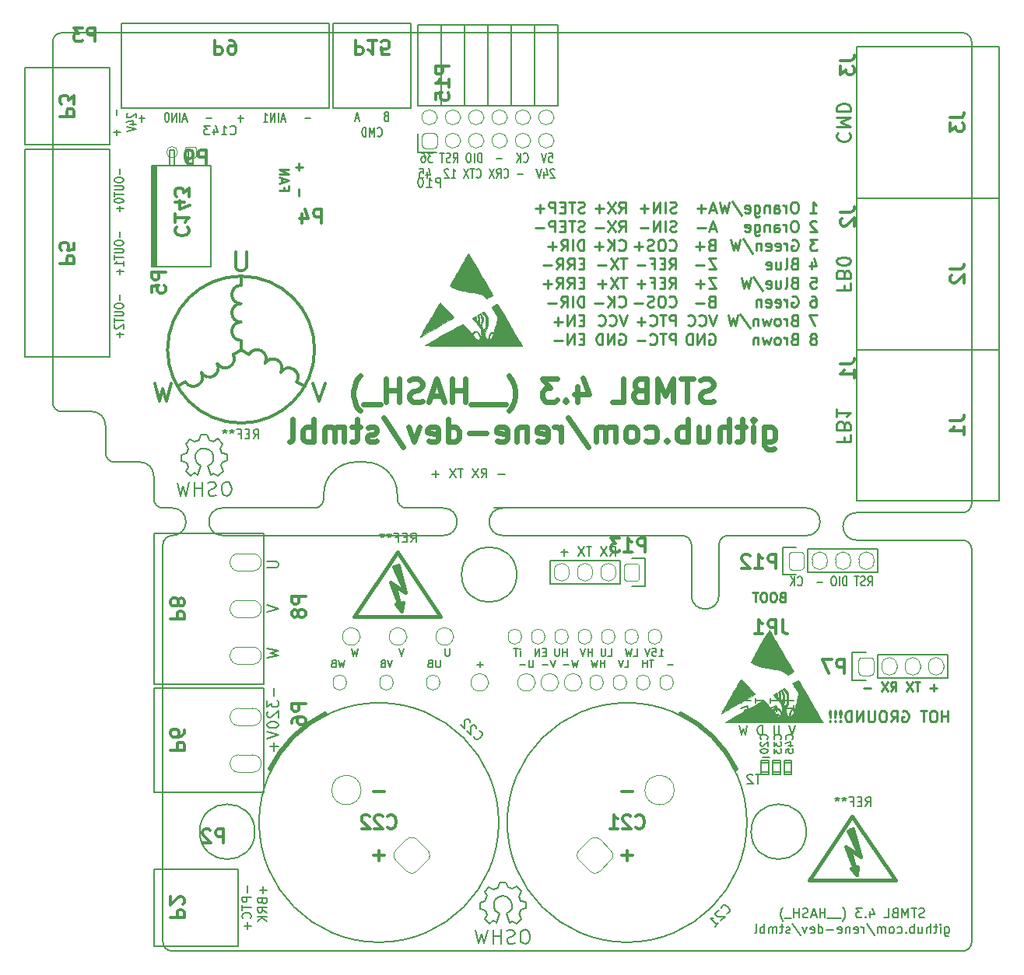
<source format=gbr>
%TF.GenerationSoftware,KiCad,Pcbnew,(5.1.5)-3*%
%TF.CreationDate,2019-12-18T19:09:42+01:00*%
%TF.ProjectId,stmbl_4.0,73746d62-6c5f-4342-9e30-2e6b69636164,rev?*%
%TF.SameCoordinates,PXbcd3d80PY2f71ff0*%
%TF.FileFunction,Legend,Bot*%
%TF.FilePolarity,Positive*%
%FSLAX46Y46*%
G04 Gerber Fmt 4.6, Leading zero omitted, Abs format (unit mm)*
G04 Created by KiCad (PCBNEW (5.1.5)-3) date 2019-12-18 19:09:42*
%MOMM*%
%LPD*%
G04 APERTURE LIST*
%ADD10C,0.300000*%
%ADD11C,0.200000*%
%ADD12C,0.250000*%
%ADD13C,0.600000*%
%ADD14C,0.150000*%
%ADD15C,0.500000*%
%ADD16C,0.010000*%
%ADD17C,0.381000*%
%ADD18C,0.100000*%
G04 APERTURE END LIST*
D10*
X-36535715Y-86535714D02*
X-36464286Y-86607142D01*
X-36250000Y-86678571D01*
X-36107143Y-86678571D01*
X-35892858Y-86607142D01*
X-35750000Y-86464285D01*
X-35678572Y-86321428D01*
X-35607143Y-86035714D01*
X-35607143Y-85821428D01*
X-35678572Y-85535714D01*
X-35750000Y-85392857D01*
X-35892858Y-85250000D01*
X-36107143Y-85178571D01*
X-36250000Y-85178571D01*
X-36464286Y-85250000D01*
X-36535715Y-85321428D01*
X-37107143Y-85321428D02*
X-37178572Y-85250000D01*
X-37321429Y-85178571D01*
X-37678572Y-85178571D01*
X-37821429Y-85250000D01*
X-37892858Y-85321428D01*
X-37964286Y-85464285D01*
X-37964286Y-85607142D01*
X-37892858Y-85821428D01*
X-37035715Y-86678571D01*
X-37964286Y-86678571D01*
X-39392858Y-86678571D02*
X-38535715Y-86678571D01*
X-38964286Y-86678571D02*
X-38964286Y-85178571D01*
X-38821429Y-85392857D01*
X-38678572Y-85535714D01*
X-38535715Y-85607142D01*
X-63535715Y-86535714D02*
X-63464286Y-86607142D01*
X-63250000Y-86678571D01*
X-63107143Y-86678571D01*
X-62892858Y-86607142D01*
X-62750000Y-86464285D01*
X-62678572Y-86321428D01*
X-62607143Y-86035714D01*
X-62607143Y-85821428D01*
X-62678572Y-85535714D01*
X-62750000Y-85392857D01*
X-62892858Y-85250000D01*
X-63107143Y-85178571D01*
X-63250000Y-85178571D01*
X-63464286Y-85250000D01*
X-63535715Y-85321428D01*
X-64107143Y-85321428D02*
X-64178572Y-85250000D01*
X-64321429Y-85178571D01*
X-64678572Y-85178571D01*
X-64821429Y-85250000D01*
X-64892858Y-85321428D01*
X-64964286Y-85464285D01*
X-64964286Y-85607142D01*
X-64892858Y-85821428D01*
X-64035715Y-86678571D01*
X-64964286Y-86678571D01*
X-65535715Y-85321428D02*
X-65607143Y-85250000D01*
X-65750000Y-85178571D01*
X-66107143Y-85178571D01*
X-66250000Y-85250000D01*
X-66321429Y-85321428D01*
X-66392858Y-85464285D01*
X-66392858Y-85607142D01*
X-66321429Y-85821428D01*
X-65464286Y-86678571D01*
X-66392858Y-86678571D01*
X-86535715Y-21178571D02*
X-86607143Y-21250000D01*
X-86678572Y-21464285D01*
X-86678572Y-21607142D01*
X-86607143Y-21821428D01*
X-86464286Y-21964285D01*
X-86321429Y-22035714D01*
X-86035715Y-22107142D01*
X-85821429Y-22107142D01*
X-85535715Y-22035714D01*
X-85392858Y-21964285D01*
X-85250000Y-21821428D01*
X-85178572Y-21607142D01*
X-85178572Y-21464285D01*
X-85250000Y-21250000D01*
X-85321429Y-21178571D01*
X-86678572Y-19750000D02*
X-86678572Y-20607142D01*
X-86678572Y-20178571D02*
X-85178572Y-20178571D01*
X-85392858Y-20321428D01*
X-85535715Y-20464285D01*
X-85607143Y-20607142D01*
X-85678572Y-18464285D02*
X-86678572Y-18464285D01*
X-85107143Y-18821428D02*
X-86178572Y-19178571D01*
X-86178572Y-18250000D01*
X-85178572Y-17821428D02*
X-85178572Y-16892857D01*
X-85750000Y-17392857D01*
X-85750000Y-17178571D01*
X-85821429Y-17035714D01*
X-85892858Y-16964285D01*
X-86035715Y-16892857D01*
X-86392858Y-16892857D01*
X-86535715Y-16964285D01*
X-86607143Y-17035714D01*
X-86678572Y-17178571D01*
X-86678572Y-17607142D01*
X-86607143Y-17750000D01*
X-86535715Y-17821428D01*
X-87178572Y-96357142D02*
X-85678572Y-96357142D01*
X-85678572Y-95785714D01*
X-85750000Y-95642857D01*
X-85821429Y-95571428D01*
X-85964286Y-95500000D01*
X-86178572Y-95500000D01*
X-86321429Y-95571428D01*
X-86392858Y-95642857D01*
X-86464286Y-95785714D01*
X-86464286Y-96357142D01*
X-85821429Y-94928571D02*
X-85750000Y-94857142D01*
X-85678572Y-94714285D01*
X-85678572Y-94357142D01*
X-85750000Y-94214285D01*
X-85821429Y-94142857D01*
X-85964286Y-94071428D01*
X-86107143Y-94071428D01*
X-86321429Y-94142857D01*
X-87178572Y-95000000D01*
X-87178572Y-94071428D01*
X-87178572Y-78107142D02*
X-85678572Y-78107142D01*
X-85678572Y-77535714D01*
X-85750000Y-77392857D01*
X-85821429Y-77321428D01*
X-85964286Y-77250000D01*
X-86178572Y-77250000D01*
X-86321429Y-77321428D01*
X-86392858Y-77392857D01*
X-86464286Y-77535714D01*
X-86464286Y-78107142D01*
X-85678572Y-75964285D02*
X-85678572Y-76250000D01*
X-85750000Y-76392857D01*
X-85821429Y-76464285D01*
X-86035715Y-76607142D01*
X-86321429Y-76678571D01*
X-86892858Y-76678571D01*
X-87035715Y-76607142D01*
X-87107143Y-76535714D01*
X-87178572Y-76392857D01*
X-87178572Y-76107142D01*
X-87107143Y-75964285D01*
X-87035715Y-75892857D01*
X-86892858Y-75821428D01*
X-86535715Y-75821428D01*
X-86392858Y-75892857D01*
X-86321429Y-75964285D01*
X-86250000Y-76107142D01*
X-86250000Y-76392857D01*
X-86321429Y-76535714D01*
X-86392858Y-76607142D01*
X-86535715Y-76678571D01*
X-87178572Y-63857142D02*
X-85678572Y-63857142D01*
X-85678572Y-63285714D01*
X-85750000Y-63142857D01*
X-85821429Y-63071428D01*
X-85964286Y-63000000D01*
X-86178572Y-63000000D01*
X-86321429Y-63071428D01*
X-86392858Y-63142857D01*
X-86464286Y-63285714D01*
X-86464286Y-63857142D01*
X-86321429Y-62142857D02*
X-86250000Y-62285714D01*
X-86178572Y-62357142D01*
X-86035715Y-62428571D01*
X-85964286Y-62428571D01*
X-85821429Y-62357142D01*
X-85750000Y-62285714D01*
X-85678572Y-62142857D01*
X-85678572Y-61857142D01*
X-85750000Y-61714285D01*
X-85821429Y-61642857D01*
X-85964286Y-61571428D01*
X-86035715Y-61571428D01*
X-86178572Y-61642857D01*
X-86250000Y-61714285D01*
X-86321429Y-61857142D01*
X-86321429Y-62142857D01*
X-86392858Y-62285714D01*
X-86464286Y-62357142D01*
X-86607143Y-62428571D01*
X-86892858Y-62428571D01*
X-87035715Y-62357142D01*
X-87107143Y-62285714D01*
X-87178572Y-62142857D01*
X-87178572Y-61857142D01*
X-87107143Y-61714285D01*
X-87035715Y-61642857D01*
X-86892858Y-61571428D01*
X-86607143Y-61571428D01*
X-86464286Y-61642857D01*
X-86392858Y-61714285D01*
X-86321429Y-61857142D01*
X-2321429Y-42250000D02*
X-1250000Y-42250000D01*
X-1035715Y-42178571D01*
X-892858Y-42035714D01*
X-821429Y-41821428D01*
X-821429Y-41678571D01*
X-821429Y-43750000D02*
X-821429Y-42892857D01*
X-821429Y-43321428D02*
X-2321429Y-43321428D01*
X-2107143Y-43178571D01*
X-1964286Y-43035714D01*
X-1892858Y-42892857D01*
X-2321429Y-25750000D02*
X-1250000Y-25750000D01*
X-1035715Y-25678571D01*
X-892858Y-25535714D01*
X-821429Y-25321428D01*
X-821429Y-25178571D01*
X-2178572Y-26392857D02*
X-2250000Y-26464285D01*
X-2321429Y-26607142D01*
X-2321429Y-26964285D01*
X-2250000Y-27107142D01*
X-2178572Y-27178571D01*
X-2035715Y-27250000D01*
X-1892858Y-27250000D01*
X-1678572Y-27178571D01*
X-821429Y-26321428D01*
X-821429Y-27250000D01*
X-2321429Y-9250000D02*
X-1250000Y-9250000D01*
X-1035715Y-9178571D01*
X-892858Y-9035714D01*
X-821429Y-8821428D01*
X-821429Y-8678571D01*
X-2321429Y-9821428D02*
X-2321429Y-10750000D01*
X-1750000Y-10250000D01*
X-1750000Y-10464285D01*
X-1678572Y-10607142D01*
X-1607143Y-10678571D01*
X-1464286Y-10750000D01*
X-1107143Y-10750000D01*
X-964286Y-10678571D01*
X-892858Y-10607142D01*
X-821429Y-10464285D01*
X-821429Y-10035714D01*
X-892858Y-9892857D01*
X-964286Y-9821428D01*
X-67071429Y-821428D02*
X-67071429Y-2321428D01*
X-66500000Y-2321428D01*
X-66357143Y-2250000D01*
X-66285715Y-2178571D01*
X-66214286Y-2035714D01*
X-66214286Y-1821428D01*
X-66285715Y-1678571D01*
X-66357143Y-1607142D01*
X-66500000Y-1535714D01*
X-67071429Y-1535714D01*
X-64785715Y-821428D02*
X-65642858Y-821428D01*
X-65214286Y-821428D02*
X-65214286Y-2321428D01*
X-65357143Y-2107142D01*
X-65500000Y-1964285D01*
X-65642858Y-1892857D01*
X-63428572Y-2321428D02*
X-64142858Y-2321428D01*
X-64214286Y-1607142D01*
X-64142858Y-1678571D01*
X-64000000Y-1750000D01*
X-63642858Y-1750000D01*
X-63500000Y-1678571D01*
X-63428572Y-1607142D01*
X-63357143Y-1464285D01*
X-63357143Y-1107142D01*
X-63428572Y-964285D01*
X-63500000Y-892857D01*
X-63642858Y-821428D01*
X-64000000Y-821428D01*
X-64142858Y-892857D01*
X-64214286Y-964285D01*
X-82357143Y-821428D02*
X-82357143Y-2321428D01*
X-81785715Y-2321428D01*
X-81642858Y-2250000D01*
X-81571429Y-2178571D01*
X-81500000Y-2035714D01*
X-81500000Y-1821428D01*
X-81571429Y-1678571D01*
X-81642858Y-1607142D01*
X-81785715Y-1535714D01*
X-82357143Y-1535714D01*
X-80785715Y-821428D02*
X-80500000Y-821428D01*
X-80357143Y-892857D01*
X-80285715Y-964285D01*
X-80142858Y-1178571D01*
X-80071429Y-1464285D01*
X-80071429Y-2035714D01*
X-80142858Y-2178571D01*
X-80214286Y-2250000D01*
X-80357143Y-2321428D01*
X-80642858Y-2321428D01*
X-80785715Y-2250000D01*
X-80857143Y-2178571D01*
X-80928572Y-2035714D01*
X-80928572Y-1678571D01*
X-80857143Y-1535714D01*
X-80785715Y-1464285D01*
X-80642858Y-1392857D01*
X-80357143Y-1392857D01*
X-80214286Y-1464285D01*
X-80142858Y-1535714D01*
X-80071429Y-1678571D01*
X-99178572Y-9107142D02*
X-97678572Y-9107142D01*
X-97678572Y-8535714D01*
X-97750000Y-8392857D01*
X-97821429Y-8321428D01*
X-97964286Y-8250000D01*
X-98178572Y-8250000D01*
X-98321429Y-8321428D01*
X-98392858Y-8392857D01*
X-98464286Y-8535714D01*
X-98464286Y-9107142D01*
X-97678572Y-7750000D02*
X-97678572Y-6821428D01*
X-98250000Y-7321428D01*
X-98250000Y-7107142D01*
X-98321429Y-6964285D01*
X-98392858Y-6892857D01*
X-98535715Y-6821428D01*
X-98892858Y-6821428D01*
X-99035715Y-6892857D01*
X-99107143Y-6964285D01*
X-99178572Y-7107142D01*
X-99178572Y-7535714D01*
X-99107143Y-7678571D01*
X-99035715Y-7750000D01*
X-99178572Y-25107142D02*
X-97678572Y-25107142D01*
X-97678572Y-24535714D01*
X-97750000Y-24392857D01*
X-97821429Y-24321428D01*
X-97964286Y-24250000D01*
X-98178572Y-24250000D01*
X-98321429Y-24321428D01*
X-98392858Y-24392857D01*
X-98464286Y-24535714D01*
X-98464286Y-25107142D01*
X-97678572Y-22892857D02*
X-97678572Y-23607142D01*
X-98392858Y-23678571D01*
X-98321429Y-23607142D01*
X-98250000Y-23464285D01*
X-98250000Y-23107142D01*
X-98321429Y-22964285D01*
X-98392858Y-22892857D01*
X-98535715Y-22821428D01*
X-98892858Y-22821428D01*
X-99035715Y-22892857D01*
X-99107143Y-22964285D01*
X-99178572Y-23107142D01*
X-99178572Y-23464285D01*
X-99107143Y-23607142D01*
X-99035715Y-23678571D01*
D11*
X-22019048Y-78871428D02*
X-22780953Y-78871428D01*
D10*
X-65071429Y-82607142D02*
X-63928572Y-82607142D01*
X-38071429Y-82607142D02*
X-36928572Y-82607142D01*
X-65071429Y-89607142D02*
X-63928572Y-89607142D01*
X-64500000Y-90178571D02*
X-64500000Y-89035714D01*
X-38071429Y-89607142D02*
X-36928572Y-89607142D01*
X-37500001Y-90178571D02*
X-37500001Y-89035714D01*
D11*
X-19178572Y-75452380D02*
X-19511905Y-76452380D01*
X-19845239Y-75452380D01*
X-20940477Y-75452380D02*
X-20940477Y-76261904D01*
X-20988096Y-76357142D01*
X-21035715Y-76404761D01*
X-21130953Y-76452380D01*
X-21321429Y-76452380D01*
X-21416667Y-76404761D01*
X-21464286Y-76357142D01*
X-21511905Y-76261904D01*
X-21511905Y-75452380D01*
X-22750000Y-76452380D02*
X-22750000Y-75452380D01*
X-22988096Y-75452380D01*
X-23130953Y-75500000D01*
X-23226191Y-75595238D01*
X-23273810Y-75690476D01*
X-23321429Y-75880952D01*
X-23321429Y-76023809D01*
X-23273810Y-76214285D01*
X-23226191Y-76309523D01*
X-23130953Y-76404761D01*
X-22988096Y-76452380D01*
X-22750000Y-76452380D01*
X-24416667Y-75452380D02*
X-24654762Y-76452380D01*
X-24845239Y-75738095D01*
X-25035715Y-76452380D01*
X-25273810Y-75452380D01*
D12*
X-2571429Y-75042857D02*
X-2571429Y-73842857D01*
X-2571429Y-74414285D02*
X-3257143Y-74414285D01*
X-3257143Y-75042857D02*
X-3257143Y-73842857D01*
X-4057143Y-73842857D02*
X-4285715Y-73842857D01*
X-4400000Y-73900000D01*
X-4514286Y-74014285D01*
X-4571429Y-74242857D01*
X-4571429Y-74642857D01*
X-4514286Y-74871428D01*
X-4400000Y-74985714D01*
X-4285715Y-75042857D01*
X-4057143Y-75042857D01*
X-3942858Y-74985714D01*
X-3828572Y-74871428D01*
X-3771429Y-74642857D01*
X-3771429Y-74242857D01*
X-3828572Y-74014285D01*
X-3942858Y-73900000D01*
X-4057143Y-73842857D01*
X-4914286Y-73842857D02*
X-5600000Y-73842857D01*
X-5257143Y-75042857D02*
X-5257143Y-73842857D01*
X-7542858Y-73900000D02*
X-7428572Y-73842857D01*
X-7257143Y-73842857D01*
X-7085715Y-73900000D01*
X-6971429Y-74014285D01*
X-6914286Y-74128571D01*
X-6857143Y-74357142D01*
X-6857143Y-74528571D01*
X-6914286Y-74757142D01*
X-6971429Y-74871428D01*
X-7085715Y-74985714D01*
X-7257143Y-75042857D01*
X-7371429Y-75042857D01*
X-7542858Y-74985714D01*
X-7600000Y-74928571D01*
X-7600000Y-74528571D01*
X-7371429Y-74528571D01*
X-8800000Y-75042857D02*
X-8400000Y-74471428D01*
X-8114286Y-75042857D02*
X-8114286Y-73842857D01*
X-8571429Y-73842857D01*
X-8685715Y-73900000D01*
X-8742858Y-73957142D01*
X-8800000Y-74071428D01*
X-8800000Y-74242857D01*
X-8742858Y-74357142D01*
X-8685715Y-74414285D01*
X-8571429Y-74471428D01*
X-8114286Y-74471428D01*
X-9542858Y-73842857D02*
X-9771429Y-73842857D01*
X-9885715Y-73900000D01*
X-10000000Y-74014285D01*
X-10057143Y-74242857D01*
X-10057143Y-74642857D01*
X-10000000Y-74871428D01*
X-9885715Y-74985714D01*
X-9771429Y-75042857D01*
X-9542858Y-75042857D01*
X-9428572Y-74985714D01*
X-9314286Y-74871428D01*
X-9257143Y-74642857D01*
X-9257143Y-74242857D01*
X-9314286Y-74014285D01*
X-9428572Y-73900000D01*
X-9542858Y-73842857D01*
X-10571429Y-73842857D02*
X-10571429Y-74814285D01*
X-10628572Y-74928571D01*
X-10685715Y-74985714D01*
X-10800000Y-75042857D01*
X-11028572Y-75042857D01*
X-11142858Y-74985714D01*
X-11200000Y-74928571D01*
X-11257143Y-74814285D01*
X-11257143Y-73842857D01*
X-11828572Y-75042857D02*
X-11828572Y-73842857D01*
X-12514286Y-75042857D01*
X-12514286Y-73842857D01*
X-13085715Y-75042857D02*
X-13085715Y-73842857D01*
X-13371429Y-73842857D01*
X-13542858Y-73900000D01*
X-13657143Y-74014285D01*
X-13714286Y-74128571D01*
X-13771429Y-74357142D01*
X-13771429Y-74528571D01*
X-13714286Y-74757142D01*
X-13657143Y-74871428D01*
X-13542858Y-74985714D01*
X-13371429Y-75042857D01*
X-13085715Y-75042857D01*
X-14285715Y-74928571D02*
X-14342858Y-74985714D01*
X-14285715Y-75042857D01*
X-14228572Y-74985714D01*
X-14285715Y-74928571D01*
X-14285715Y-75042857D01*
X-14285715Y-74585714D02*
X-14228572Y-73900000D01*
X-14285715Y-73842857D01*
X-14342858Y-73900000D01*
X-14285715Y-74585714D01*
X-14285715Y-73842857D01*
X-14857143Y-74928571D02*
X-14914286Y-74985714D01*
X-14857143Y-75042857D01*
X-14800000Y-74985714D01*
X-14857143Y-74928571D01*
X-14857143Y-75042857D01*
X-14857143Y-74585714D02*
X-14800000Y-73900000D01*
X-14857143Y-73842857D01*
X-14914286Y-73900000D01*
X-14857143Y-74585714D01*
X-14857143Y-73842857D01*
X-15428572Y-74928571D02*
X-15485715Y-74985714D01*
X-15428572Y-75042857D01*
X-15371429Y-74985714D01*
X-15428572Y-74928571D01*
X-15428572Y-75042857D01*
X-15428572Y-74585714D02*
X-15371429Y-73900000D01*
X-15428572Y-73842857D01*
X-15485715Y-73900000D01*
X-15428572Y-74585714D01*
X-15428572Y-73842857D01*
X-42141072Y-19560714D02*
X-42312500Y-19617857D01*
X-42598215Y-19617857D01*
X-42712500Y-19560714D01*
X-42769643Y-19503571D01*
X-42826786Y-19389285D01*
X-42826786Y-19275000D01*
X-42769643Y-19160714D01*
X-42712500Y-19103571D01*
X-42598215Y-19046428D01*
X-42369643Y-18989285D01*
X-42255358Y-18932142D01*
X-42198215Y-18875000D01*
X-42141072Y-18760714D01*
X-42141072Y-18646428D01*
X-42198215Y-18532142D01*
X-42255358Y-18475000D01*
X-42369643Y-18417857D01*
X-42655358Y-18417857D01*
X-42826786Y-18475000D01*
X-43169643Y-18417857D02*
X-43855358Y-18417857D01*
X-43512500Y-19617857D02*
X-43512500Y-18417857D01*
X-44255358Y-18989285D02*
X-44655358Y-18989285D01*
X-44826786Y-19617857D02*
X-44255358Y-19617857D01*
X-44255358Y-18417857D01*
X-44826786Y-18417857D01*
X-45341072Y-19617857D02*
X-45341072Y-18417857D01*
X-45798215Y-18417857D01*
X-45912500Y-18475000D01*
X-45969643Y-18532142D01*
X-46026786Y-18646428D01*
X-46026786Y-18817857D01*
X-45969643Y-18932142D01*
X-45912500Y-18989285D01*
X-45798215Y-19046428D01*
X-45341072Y-19046428D01*
X-46541072Y-19160714D02*
X-47455358Y-19160714D01*
X-46998215Y-19617857D02*
X-46998215Y-18703571D01*
X-42141072Y-21610714D02*
X-42312500Y-21667857D01*
X-42598215Y-21667857D01*
X-42712500Y-21610714D01*
X-42769643Y-21553571D01*
X-42826786Y-21439285D01*
X-42826786Y-21325000D01*
X-42769643Y-21210714D01*
X-42712500Y-21153571D01*
X-42598215Y-21096428D01*
X-42369643Y-21039285D01*
X-42255358Y-20982142D01*
X-42198215Y-20925000D01*
X-42141072Y-20810714D01*
X-42141072Y-20696428D01*
X-42198215Y-20582142D01*
X-42255358Y-20525000D01*
X-42369643Y-20467857D01*
X-42655358Y-20467857D01*
X-42826786Y-20525000D01*
X-43169643Y-20467857D02*
X-43855358Y-20467857D01*
X-43512500Y-21667857D02*
X-43512500Y-20467857D01*
X-44255358Y-21039285D02*
X-44655358Y-21039285D01*
X-44826786Y-21667857D02*
X-44255358Y-21667857D01*
X-44255358Y-20467857D01*
X-44826786Y-20467857D01*
X-45341072Y-21667857D02*
X-45341072Y-20467857D01*
X-45798215Y-20467857D01*
X-45912500Y-20525000D01*
X-45969643Y-20582142D01*
X-46026786Y-20696428D01*
X-46026786Y-20867857D01*
X-45969643Y-20982142D01*
X-45912500Y-21039285D01*
X-45798215Y-21096428D01*
X-45341072Y-21096428D01*
X-46541072Y-21210714D02*
X-47455358Y-21210714D01*
X-42198215Y-23717857D02*
X-42198215Y-22517857D01*
X-42483929Y-22517857D01*
X-42655358Y-22575000D01*
X-42769643Y-22689285D01*
X-42826786Y-22803571D01*
X-42883929Y-23032142D01*
X-42883929Y-23203571D01*
X-42826786Y-23432142D01*
X-42769643Y-23546428D01*
X-42655358Y-23660714D01*
X-42483929Y-23717857D01*
X-42198215Y-23717857D01*
X-43398215Y-23717857D02*
X-43398215Y-22517857D01*
X-44655358Y-23717857D02*
X-44255358Y-23146428D01*
X-43969643Y-23717857D02*
X-43969643Y-22517857D01*
X-44426786Y-22517857D01*
X-44541072Y-22575000D01*
X-44598215Y-22632142D01*
X-44655358Y-22746428D01*
X-44655358Y-22917857D01*
X-44598215Y-23032142D01*
X-44541072Y-23089285D01*
X-44426786Y-23146428D01*
X-43969643Y-23146428D01*
X-45169643Y-23260714D02*
X-46083929Y-23260714D01*
X-45626786Y-23717857D02*
X-45626786Y-22803571D01*
X-42198215Y-25139285D02*
X-42598215Y-25139285D01*
X-42769643Y-25767857D02*
X-42198215Y-25767857D01*
X-42198215Y-24567857D01*
X-42769643Y-24567857D01*
X-43969643Y-25767857D02*
X-43569643Y-25196428D01*
X-43283929Y-25767857D02*
X-43283929Y-24567857D01*
X-43741072Y-24567857D01*
X-43855358Y-24625000D01*
X-43912500Y-24682142D01*
X-43969643Y-24796428D01*
X-43969643Y-24967857D01*
X-43912500Y-25082142D01*
X-43855358Y-25139285D01*
X-43741072Y-25196428D01*
X-43283929Y-25196428D01*
X-45169643Y-25767857D02*
X-44769643Y-25196428D01*
X-44483929Y-25767857D02*
X-44483929Y-24567857D01*
X-44941072Y-24567857D01*
X-45055358Y-24625000D01*
X-45112500Y-24682142D01*
X-45169643Y-24796428D01*
X-45169643Y-24967857D01*
X-45112500Y-25082142D01*
X-45055358Y-25139285D01*
X-44941072Y-25196428D01*
X-44483929Y-25196428D01*
X-45683929Y-25310714D02*
X-46598215Y-25310714D01*
X-42198215Y-27189285D02*
X-42598215Y-27189285D01*
X-42769643Y-27817857D02*
X-42198215Y-27817857D01*
X-42198215Y-26617857D01*
X-42769643Y-26617857D01*
X-43969643Y-27817857D02*
X-43569643Y-27246428D01*
X-43283929Y-27817857D02*
X-43283929Y-26617857D01*
X-43741072Y-26617857D01*
X-43855358Y-26675000D01*
X-43912500Y-26732142D01*
X-43969643Y-26846428D01*
X-43969643Y-27017857D01*
X-43912500Y-27132142D01*
X-43855358Y-27189285D01*
X-43741072Y-27246428D01*
X-43283929Y-27246428D01*
X-45169643Y-27817857D02*
X-44769643Y-27246428D01*
X-44483929Y-27817857D02*
X-44483929Y-26617857D01*
X-44941072Y-26617857D01*
X-45055358Y-26675000D01*
X-45112500Y-26732142D01*
X-45169643Y-26846428D01*
X-45169643Y-27017857D01*
X-45112500Y-27132142D01*
X-45055358Y-27189285D01*
X-44941072Y-27246428D01*
X-44483929Y-27246428D01*
X-45683929Y-27360714D02*
X-46598215Y-27360714D01*
X-46141072Y-27817857D02*
X-46141072Y-26903571D01*
X-42198215Y-29867857D02*
X-42198215Y-28667857D01*
X-42483929Y-28667857D01*
X-42655358Y-28725000D01*
X-42769643Y-28839285D01*
X-42826786Y-28953571D01*
X-42883929Y-29182142D01*
X-42883929Y-29353571D01*
X-42826786Y-29582142D01*
X-42769643Y-29696428D01*
X-42655358Y-29810714D01*
X-42483929Y-29867857D01*
X-42198215Y-29867857D01*
X-43398215Y-29867857D02*
X-43398215Y-28667857D01*
X-44655358Y-29867857D02*
X-44255358Y-29296428D01*
X-43969643Y-29867857D02*
X-43969643Y-28667857D01*
X-44426786Y-28667857D01*
X-44541072Y-28725000D01*
X-44598215Y-28782142D01*
X-44655358Y-28896428D01*
X-44655358Y-29067857D01*
X-44598215Y-29182142D01*
X-44541072Y-29239285D01*
X-44426786Y-29296428D01*
X-43969643Y-29296428D01*
X-45169643Y-29410714D02*
X-46083929Y-29410714D01*
X-42198215Y-31289285D02*
X-42598215Y-31289285D01*
X-42769643Y-31917857D02*
X-42198215Y-31917857D01*
X-42198215Y-30717857D01*
X-42769643Y-30717857D01*
X-43283929Y-31917857D02*
X-43283929Y-30717857D01*
X-43969643Y-31917857D01*
X-43969643Y-30717857D01*
X-44541072Y-31460714D02*
X-45455358Y-31460714D01*
X-44998215Y-31917857D02*
X-44998215Y-31003571D01*
X-42198215Y-33339285D02*
X-42598215Y-33339285D01*
X-42769643Y-33967857D02*
X-42198215Y-33967857D01*
X-42198215Y-32767857D01*
X-42769643Y-32767857D01*
X-43283929Y-33967857D02*
X-43283929Y-32767857D01*
X-43969643Y-33967857D01*
X-43969643Y-32767857D01*
X-44541072Y-33510714D02*
X-45455358Y-33510714D01*
D11*
X-46007143Y-13102380D02*
X-45626191Y-13102380D01*
X-45588096Y-13578571D01*
X-45626191Y-13530952D01*
X-45702381Y-13483333D01*
X-45892858Y-13483333D01*
X-45969048Y-13530952D01*
X-46007143Y-13578571D01*
X-46045239Y-13673809D01*
X-46045239Y-13911904D01*
X-46007143Y-14007142D01*
X-45969048Y-14054761D01*
X-45892858Y-14102380D01*
X-45702381Y-14102380D01*
X-45626191Y-14054761D01*
X-45588096Y-14007142D01*
X-46273810Y-13102380D02*
X-46540477Y-14102380D01*
X-46807143Y-13102380D01*
X-48750000Y-14007142D02*
X-48711905Y-14054761D01*
X-48597620Y-14102380D01*
X-48521429Y-14102380D01*
X-48407143Y-14054761D01*
X-48330953Y-13959523D01*
X-48292858Y-13864285D01*
X-48254762Y-13673809D01*
X-48254762Y-13530952D01*
X-48292858Y-13340476D01*
X-48330953Y-13245238D01*
X-48407143Y-13150000D01*
X-48521429Y-13102380D01*
X-48597620Y-13102380D01*
X-48711905Y-13150000D01*
X-48750000Y-13197619D01*
X-49092858Y-14102380D02*
X-49092858Y-13102380D01*
X-49550000Y-14102380D02*
X-49207143Y-13530952D01*
X-49550000Y-13102380D02*
X-49092858Y-13673809D01*
X-51111905Y-13721428D02*
X-51721429Y-13721428D01*
X-53321429Y-14102380D02*
X-53321429Y-13102380D01*
X-53511905Y-13102380D01*
X-53626191Y-13150000D01*
X-53702381Y-13245238D01*
X-53740477Y-13340476D01*
X-53778572Y-13530952D01*
X-53778572Y-13673809D01*
X-53740477Y-13864285D01*
X-53702381Y-13959523D01*
X-53626191Y-14054761D01*
X-53511905Y-14102380D01*
X-53321429Y-14102380D01*
X-54121429Y-14102380D02*
X-54121429Y-13102380D01*
X-54654762Y-13102380D02*
X-54807143Y-13102380D01*
X-54883334Y-13150000D01*
X-54959524Y-13245238D01*
X-54997620Y-13435714D01*
X-54997620Y-13769047D01*
X-54959524Y-13959523D01*
X-54883334Y-14054761D01*
X-54807143Y-14102380D01*
X-54654762Y-14102380D01*
X-54578572Y-14054761D01*
X-54502381Y-13959523D01*
X-54464286Y-13769047D01*
X-54464286Y-13435714D01*
X-54502381Y-13245238D01*
X-54578572Y-13150000D01*
X-54654762Y-13102380D01*
X-56407143Y-14102380D02*
X-56140477Y-13626190D01*
X-55950000Y-14102380D02*
X-55950000Y-13102380D01*
X-56254762Y-13102380D01*
X-56330953Y-13150000D01*
X-56369048Y-13197619D01*
X-56407143Y-13292857D01*
X-56407143Y-13435714D01*
X-56369048Y-13530952D01*
X-56330953Y-13578571D01*
X-56254762Y-13626190D01*
X-55950000Y-13626190D01*
X-56711905Y-14054761D02*
X-56826191Y-14102380D01*
X-57016667Y-14102380D01*
X-57092858Y-14054761D01*
X-57130953Y-14007142D01*
X-57169048Y-13911904D01*
X-57169048Y-13816666D01*
X-57130953Y-13721428D01*
X-57092858Y-13673809D01*
X-57016667Y-13626190D01*
X-56864286Y-13578571D01*
X-56788096Y-13530952D01*
X-56750000Y-13483333D01*
X-56711905Y-13388095D01*
X-56711905Y-13292857D01*
X-56750000Y-13197619D01*
X-56788096Y-13150000D01*
X-56864286Y-13102380D01*
X-57054762Y-13102380D01*
X-57169048Y-13150000D01*
X-57397620Y-13102380D02*
X-57854762Y-13102380D01*
X-57626191Y-14102380D02*
X-57626191Y-13102380D01*
X-58654762Y-13102380D02*
X-59150000Y-13102380D01*
X-58883334Y-13483333D01*
X-58997620Y-13483333D01*
X-59073810Y-13530952D01*
X-59111905Y-13578571D01*
X-59150000Y-13673809D01*
X-59150000Y-13911904D01*
X-59111905Y-14007142D01*
X-59073810Y-14054761D01*
X-58997620Y-14102380D01*
X-58769048Y-14102380D01*
X-58692858Y-14054761D01*
X-58654762Y-14007142D01*
X-59835715Y-13102380D02*
X-59683334Y-13102380D01*
X-59607143Y-13150000D01*
X-59569048Y-13197619D01*
X-59492858Y-13340476D01*
X-59454762Y-13530952D01*
X-59454762Y-13911904D01*
X-59492858Y-14007142D01*
X-59530953Y-14054761D01*
X-59607143Y-14102380D01*
X-59759524Y-14102380D01*
X-59835715Y-14054761D01*
X-59873810Y-14007142D01*
X-59911905Y-13911904D01*
X-59911905Y-13673809D01*
X-59873810Y-13578571D01*
X-59835715Y-13530952D01*
X-59759524Y-13483333D01*
X-59607143Y-13483333D01*
X-59530953Y-13530952D01*
X-59492858Y-13578571D01*
X-59454762Y-13673809D01*
X-45378572Y-14897619D02*
X-45416667Y-14850000D01*
X-45492858Y-14802380D01*
X-45683334Y-14802380D01*
X-45759524Y-14850000D01*
X-45797620Y-14897619D01*
X-45835715Y-14992857D01*
X-45835715Y-15088095D01*
X-45797620Y-15230952D01*
X-45340477Y-15802380D01*
X-45835715Y-15802380D01*
X-46521429Y-15135714D02*
X-46521429Y-15802380D01*
X-46330953Y-14754761D02*
X-46140477Y-15469047D01*
X-46635715Y-15469047D01*
X-46826191Y-14802380D02*
X-47092858Y-15802380D01*
X-47359524Y-14802380D01*
X-48845239Y-15421428D02*
X-49454762Y-15421428D01*
X-50902381Y-15707142D02*
X-50864286Y-15754761D01*
X-50750000Y-15802380D01*
X-50673810Y-15802380D01*
X-50559524Y-15754761D01*
X-50483334Y-15659523D01*
X-50445239Y-15564285D01*
X-50407143Y-15373809D01*
X-50407143Y-15230952D01*
X-50445239Y-15040476D01*
X-50483334Y-14945238D01*
X-50559524Y-14850000D01*
X-50673810Y-14802380D01*
X-50750000Y-14802380D01*
X-50864286Y-14850000D01*
X-50902381Y-14897619D01*
X-51702381Y-15802380D02*
X-51435715Y-15326190D01*
X-51245239Y-15802380D02*
X-51245239Y-14802380D01*
X-51550000Y-14802380D01*
X-51626191Y-14850000D01*
X-51664286Y-14897619D01*
X-51702381Y-14992857D01*
X-51702381Y-15135714D01*
X-51664286Y-15230952D01*
X-51626191Y-15278571D01*
X-51550000Y-15326190D01*
X-51245239Y-15326190D01*
X-51969048Y-14802380D02*
X-52502381Y-15802380D01*
X-52502381Y-14802380D02*
X-51969048Y-15802380D01*
X-53873810Y-15707142D02*
X-53835715Y-15754761D01*
X-53721429Y-15802380D01*
X-53645239Y-15802380D01*
X-53530953Y-15754761D01*
X-53454762Y-15659523D01*
X-53416667Y-15564285D01*
X-53378572Y-15373809D01*
X-53378572Y-15230952D01*
X-53416667Y-15040476D01*
X-53454762Y-14945238D01*
X-53530953Y-14850000D01*
X-53645239Y-14802380D01*
X-53721429Y-14802380D01*
X-53835715Y-14850000D01*
X-53873810Y-14897619D01*
X-54102381Y-14802380D02*
X-54559524Y-14802380D01*
X-54330953Y-15802380D02*
X-54330953Y-14802380D01*
X-54750000Y-14802380D02*
X-55283334Y-15802380D01*
X-55283334Y-14802380D02*
X-54750000Y-15802380D01*
X-56616667Y-15802380D02*
X-56159524Y-15802380D01*
X-56388096Y-15802380D02*
X-56388096Y-14802380D01*
X-56311905Y-14945238D01*
X-56235715Y-15040476D01*
X-56159524Y-15088095D01*
X-56921429Y-14897619D02*
X-56959524Y-14850000D01*
X-57035715Y-14802380D01*
X-57226191Y-14802380D01*
X-57302381Y-14850000D01*
X-57340477Y-14897619D01*
X-57378572Y-14992857D01*
X-57378572Y-15088095D01*
X-57340477Y-15230952D01*
X-56883334Y-15802380D01*
X-57378572Y-15802380D01*
X-59283334Y-15135714D02*
X-59283334Y-15802380D01*
X-59092858Y-14754761D02*
X-58902381Y-15469047D01*
X-59397620Y-15469047D01*
X-60083334Y-14802380D02*
X-59702381Y-14802380D01*
X-59664286Y-15278571D01*
X-59702381Y-15230952D01*
X-59778572Y-15183333D01*
X-59969048Y-15183333D01*
X-60045239Y-15230952D01*
X-60083334Y-15278571D01*
X-60121429Y-15373809D01*
X-60121429Y-15611904D01*
X-60083334Y-15707142D01*
X-60045239Y-15754761D01*
X-59969048Y-15802380D01*
X-59778572Y-15802380D01*
X-59702381Y-15754761D01*
X-59664286Y-15707142D01*
X-11288096Y-60202380D02*
X-11021429Y-59726190D01*
X-10830953Y-60202380D02*
X-10830953Y-59202380D01*
X-11135715Y-59202380D01*
X-11211905Y-59250000D01*
X-11250000Y-59297619D01*
X-11288096Y-59392857D01*
X-11288096Y-59535714D01*
X-11250000Y-59630952D01*
X-11211905Y-59678571D01*
X-11135715Y-59726190D01*
X-10830953Y-59726190D01*
X-11592858Y-60154761D02*
X-11707143Y-60202380D01*
X-11897620Y-60202380D01*
X-11973810Y-60154761D01*
X-12011905Y-60107142D01*
X-12050000Y-60011904D01*
X-12050000Y-59916666D01*
X-12011905Y-59821428D01*
X-11973810Y-59773809D01*
X-11897620Y-59726190D01*
X-11745239Y-59678571D01*
X-11669048Y-59630952D01*
X-11630953Y-59583333D01*
X-11592858Y-59488095D01*
X-11592858Y-59392857D01*
X-11630953Y-59297619D01*
X-11669048Y-59250000D01*
X-11745239Y-59202380D01*
X-11935715Y-59202380D01*
X-12050000Y-59250000D01*
X-12278572Y-59202380D02*
X-12735715Y-59202380D01*
X-12507143Y-60202380D02*
X-12507143Y-59202380D01*
X-13611905Y-60202380D02*
X-13611905Y-59202380D01*
X-13802381Y-59202380D01*
X-13916667Y-59250000D01*
X-13992858Y-59345238D01*
X-14030953Y-59440476D01*
X-14069048Y-59630952D01*
X-14069048Y-59773809D01*
X-14030953Y-59964285D01*
X-13992858Y-60059523D01*
X-13916667Y-60154761D01*
X-13802381Y-60202380D01*
X-13611905Y-60202380D01*
X-14411905Y-60202380D02*
X-14411905Y-59202380D01*
X-14945239Y-59202380D02*
X-15097620Y-59202380D01*
X-15173810Y-59250000D01*
X-15250000Y-59345238D01*
X-15288096Y-59535714D01*
X-15288096Y-59869047D01*
X-15250000Y-60059523D01*
X-15173810Y-60154761D01*
X-15097620Y-60202380D01*
X-14945239Y-60202380D01*
X-14869048Y-60154761D01*
X-14792858Y-60059523D01*
X-14754762Y-59869047D01*
X-14754762Y-59535714D01*
X-14792858Y-59345238D01*
X-14869048Y-59250000D01*
X-14945239Y-59202380D01*
X-16240477Y-59821428D02*
X-16850000Y-59821428D01*
X-18907143Y-60107142D02*
X-18869048Y-60154761D01*
X-18754762Y-60202380D01*
X-18678572Y-60202380D01*
X-18564286Y-60154761D01*
X-18488096Y-60059523D01*
X-18450000Y-59964285D01*
X-18411905Y-59773809D01*
X-18411905Y-59630952D01*
X-18450000Y-59440476D01*
X-18488096Y-59345238D01*
X-18564286Y-59250000D01*
X-18678572Y-59202380D01*
X-18754762Y-59202380D01*
X-18869048Y-59250000D01*
X-18907143Y-59297619D01*
X-19250000Y-60202380D02*
X-19250000Y-59202380D01*
X-19707143Y-60202380D02*
X-19364286Y-59630952D01*
X-19707143Y-59202380D02*
X-19250000Y-59773809D01*
D12*
X-38383929Y-19617857D02*
X-37983929Y-19046428D01*
X-37698215Y-19617857D02*
X-37698215Y-18417857D01*
X-38155358Y-18417857D01*
X-38269643Y-18475000D01*
X-38326786Y-18532142D01*
X-38383929Y-18646428D01*
X-38383929Y-18817857D01*
X-38326786Y-18932142D01*
X-38269643Y-18989285D01*
X-38155358Y-19046428D01*
X-37698215Y-19046428D01*
X-38783929Y-18417857D02*
X-39583929Y-19617857D01*
X-39583929Y-18417857D02*
X-38783929Y-19617857D01*
X-40041072Y-19160714D02*
X-40955358Y-19160714D01*
X-40498215Y-19617857D02*
X-40498215Y-18703571D01*
X-38383929Y-21667857D02*
X-37983929Y-21096428D01*
X-37698215Y-21667857D02*
X-37698215Y-20467857D01*
X-38155358Y-20467857D01*
X-38269643Y-20525000D01*
X-38326786Y-20582142D01*
X-38383929Y-20696428D01*
X-38383929Y-20867857D01*
X-38326786Y-20982142D01*
X-38269643Y-21039285D01*
X-38155358Y-21096428D01*
X-37698215Y-21096428D01*
X-38783929Y-20467857D02*
X-39583929Y-21667857D01*
X-39583929Y-20467857D02*
X-38783929Y-21667857D01*
X-40041072Y-21210714D02*
X-40955358Y-21210714D01*
X-38383929Y-23603571D02*
X-38326786Y-23660714D01*
X-38155358Y-23717857D01*
X-38041072Y-23717857D01*
X-37869643Y-23660714D01*
X-37755358Y-23546428D01*
X-37698215Y-23432142D01*
X-37641072Y-23203571D01*
X-37641072Y-23032142D01*
X-37698215Y-22803571D01*
X-37755358Y-22689285D01*
X-37869643Y-22575000D01*
X-38041072Y-22517857D01*
X-38155358Y-22517857D01*
X-38326786Y-22575000D01*
X-38383929Y-22632142D01*
X-38898215Y-23717857D02*
X-38898215Y-22517857D01*
X-39583929Y-23717857D02*
X-39069643Y-23032142D01*
X-39583929Y-22517857D02*
X-38898215Y-23203571D01*
X-40098215Y-23260714D02*
X-41012500Y-23260714D01*
X-40555358Y-23717857D02*
X-40555358Y-22803571D01*
X-37526786Y-24567857D02*
X-38212500Y-24567857D01*
X-37869643Y-25767857D02*
X-37869643Y-24567857D01*
X-38498215Y-24567857D02*
X-39298215Y-25767857D01*
X-39298215Y-24567857D02*
X-38498215Y-25767857D01*
X-39755358Y-25310714D02*
X-40669643Y-25310714D01*
X-37526786Y-26617857D02*
X-38212500Y-26617857D01*
X-37869643Y-27817857D02*
X-37869643Y-26617857D01*
X-38498215Y-26617857D02*
X-39298215Y-27817857D01*
X-39298215Y-26617857D02*
X-38498215Y-27817857D01*
X-39755358Y-27360714D02*
X-40669643Y-27360714D01*
X-40212500Y-27817857D02*
X-40212500Y-26903571D01*
X-38383929Y-29753571D02*
X-38326786Y-29810714D01*
X-38155358Y-29867857D01*
X-38041072Y-29867857D01*
X-37869643Y-29810714D01*
X-37755358Y-29696428D01*
X-37698215Y-29582142D01*
X-37641072Y-29353571D01*
X-37641072Y-29182142D01*
X-37698215Y-28953571D01*
X-37755358Y-28839285D01*
X-37869643Y-28725000D01*
X-38041072Y-28667857D01*
X-38155358Y-28667857D01*
X-38326786Y-28725000D01*
X-38383929Y-28782142D01*
X-38898215Y-29867857D02*
X-38898215Y-28667857D01*
X-39583929Y-29867857D02*
X-39069643Y-29182142D01*
X-39583929Y-28667857D02*
X-38898215Y-29353571D01*
X-40098215Y-29410714D02*
X-41012500Y-29410714D01*
X-37526786Y-30717857D02*
X-37926786Y-31917857D01*
X-38326786Y-30717857D01*
X-39412500Y-31803571D02*
X-39355358Y-31860714D01*
X-39183929Y-31917857D01*
X-39069643Y-31917857D01*
X-38898215Y-31860714D01*
X-38783929Y-31746428D01*
X-38726786Y-31632142D01*
X-38669643Y-31403571D01*
X-38669643Y-31232142D01*
X-38726786Y-31003571D01*
X-38783929Y-30889285D01*
X-38898215Y-30775000D01*
X-39069643Y-30717857D01*
X-39183929Y-30717857D01*
X-39355358Y-30775000D01*
X-39412500Y-30832142D01*
X-40612500Y-31803571D02*
X-40555358Y-31860714D01*
X-40383929Y-31917857D01*
X-40269643Y-31917857D01*
X-40098215Y-31860714D01*
X-39983929Y-31746428D01*
X-39926786Y-31632142D01*
X-39869643Y-31403571D01*
X-39869643Y-31232142D01*
X-39926786Y-31003571D01*
X-39983929Y-30889285D01*
X-40098215Y-30775000D01*
X-40269643Y-30717857D01*
X-40383929Y-30717857D01*
X-40555358Y-30775000D01*
X-40612500Y-30832142D01*
X-38326786Y-32825000D02*
X-38212500Y-32767857D01*
X-38041072Y-32767857D01*
X-37869643Y-32825000D01*
X-37755358Y-32939285D01*
X-37698215Y-33053571D01*
X-37641072Y-33282142D01*
X-37641072Y-33453571D01*
X-37698215Y-33682142D01*
X-37755358Y-33796428D01*
X-37869643Y-33910714D01*
X-38041072Y-33967857D01*
X-38155358Y-33967857D01*
X-38326786Y-33910714D01*
X-38383929Y-33853571D01*
X-38383929Y-33453571D01*
X-38155358Y-33453571D01*
X-38898215Y-33967857D02*
X-38898215Y-32767857D01*
X-39583929Y-33967857D01*
X-39583929Y-32767857D01*
X-40155358Y-33967857D02*
X-40155358Y-32767857D01*
X-40441072Y-32767857D01*
X-40612500Y-32825000D01*
X-40726786Y-32939285D01*
X-40783929Y-33053571D01*
X-40841072Y-33282142D01*
X-40841072Y-33453571D01*
X-40783929Y-33682142D01*
X-40726786Y-33796428D01*
X-40612500Y-33910714D01*
X-40441072Y-33967857D01*
X-40155358Y-33967857D01*
X-32141072Y-19560714D02*
X-32312500Y-19617857D01*
X-32598215Y-19617857D01*
X-32712500Y-19560714D01*
X-32769643Y-19503571D01*
X-32826786Y-19389285D01*
X-32826786Y-19275000D01*
X-32769643Y-19160714D01*
X-32712500Y-19103571D01*
X-32598215Y-19046428D01*
X-32369643Y-18989285D01*
X-32255358Y-18932142D01*
X-32198215Y-18875000D01*
X-32141072Y-18760714D01*
X-32141072Y-18646428D01*
X-32198215Y-18532142D01*
X-32255358Y-18475000D01*
X-32369643Y-18417857D01*
X-32655358Y-18417857D01*
X-32826786Y-18475000D01*
X-33341072Y-19617857D02*
X-33341072Y-18417857D01*
X-33912500Y-19617857D02*
X-33912500Y-18417857D01*
X-34598215Y-19617857D01*
X-34598215Y-18417857D01*
X-35169643Y-19160714D02*
X-36083929Y-19160714D01*
X-35626786Y-19617857D02*
X-35626786Y-18703571D01*
X-32141072Y-21610714D02*
X-32312500Y-21667857D01*
X-32598215Y-21667857D01*
X-32712500Y-21610714D01*
X-32769643Y-21553571D01*
X-32826786Y-21439285D01*
X-32826786Y-21325000D01*
X-32769643Y-21210714D01*
X-32712500Y-21153571D01*
X-32598215Y-21096428D01*
X-32369643Y-21039285D01*
X-32255358Y-20982142D01*
X-32198215Y-20925000D01*
X-32141072Y-20810714D01*
X-32141072Y-20696428D01*
X-32198215Y-20582142D01*
X-32255358Y-20525000D01*
X-32369643Y-20467857D01*
X-32655358Y-20467857D01*
X-32826786Y-20525000D01*
X-33341072Y-21667857D02*
X-33341072Y-20467857D01*
X-33912500Y-21667857D02*
X-33912500Y-20467857D01*
X-34598215Y-21667857D01*
X-34598215Y-20467857D01*
X-35169643Y-21210714D02*
X-36083929Y-21210714D01*
X-32883929Y-23603571D02*
X-32826786Y-23660714D01*
X-32655358Y-23717857D01*
X-32541072Y-23717857D01*
X-32369643Y-23660714D01*
X-32255358Y-23546428D01*
X-32198215Y-23432142D01*
X-32141072Y-23203571D01*
X-32141072Y-23032142D01*
X-32198215Y-22803571D01*
X-32255358Y-22689285D01*
X-32369643Y-22575000D01*
X-32541072Y-22517857D01*
X-32655358Y-22517857D01*
X-32826786Y-22575000D01*
X-32883929Y-22632142D01*
X-33626786Y-22517857D02*
X-33855358Y-22517857D01*
X-33969643Y-22575000D01*
X-34083929Y-22689285D01*
X-34141072Y-22917857D01*
X-34141072Y-23317857D01*
X-34083929Y-23546428D01*
X-33969643Y-23660714D01*
X-33855358Y-23717857D01*
X-33626786Y-23717857D01*
X-33512500Y-23660714D01*
X-33398215Y-23546428D01*
X-33341072Y-23317857D01*
X-33341072Y-22917857D01*
X-33398215Y-22689285D01*
X-33512500Y-22575000D01*
X-33626786Y-22517857D01*
X-34598215Y-23660714D02*
X-34769643Y-23717857D01*
X-35055358Y-23717857D01*
X-35169643Y-23660714D01*
X-35226786Y-23603571D01*
X-35283929Y-23489285D01*
X-35283929Y-23375000D01*
X-35226786Y-23260714D01*
X-35169643Y-23203571D01*
X-35055358Y-23146428D01*
X-34826786Y-23089285D01*
X-34712500Y-23032142D01*
X-34655358Y-22975000D01*
X-34598215Y-22860714D01*
X-34598215Y-22746428D01*
X-34655358Y-22632142D01*
X-34712500Y-22575000D01*
X-34826786Y-22517857D01*
X-35112500Y-22517857D01*
X-35283929Y-22575000D01*
X-35798215Y-23260714D02*
X-36712500Y-23260714D01*
X-36255358Y-23717857D02*
X-36255358Y-22803571D01*
X-32883929Y-25767857D02*
X-32483929Y-25196428D01*
X-32198215Y-25767857D02*
X-32198215Y-24567857D01*
X-32655358Y-24567857D01*
X-32769643Y-24625000D01*
X-32826786Y-24682142D01*
X-32883929Y-24796428D01*
X-32883929Y-24967857D01*
X-32826786Y-25082142D01*
X-32769643Y-25139285D01*
X-32655358Y-25196428D01*
X-32198215Y-25196428D01*
X-33398215Y-25139285D02*
X-33798215Y-25139285D01*
X-33969643Y-25767857D02*
X-33398215Y-25767857D01*
X-33398215Y-24567857D01*
X-33969643Y-24567857D01*
X-34883929Y-25139285D02*
X-34483929Y-25139285D01*
X-34483929Y-25767857D02*
X-34483929Y-24567857D01*
X-35055358Y-24567857D01*
X-35512500Y-25310714D02*
X-36426786Y-25310714D01*
X-32883929Y-27817857D02*
X-32483929Y-27246428D01*
X-32198215Y-27817857D02*
X-32198215Y-26617857D01*
X-32655358Y-26617857D01*
X-32769643Y-26675000D01*
X-32826786Y-26732142D01*
X-32883929Y-26846428D01*
X-32883929Y-27017857D01*
X-32826786Y-27132142D01*
X-32769643Y-27189285D01*
X-32655358Y-27246428D01*
X-32198215Y-27246428D01*
X-33398215Y-27189285D02*
X-33798215Y-27189285D01*
X-33969643Y-27817857D02*
X-33398215Y-27817857D01*
X-33398215Y-26617857D01*
X-33969643Y-26617857D01*
X-34883929Y-27189285D02*
X-34483929Y-27189285D01*
X-34483929Y-27817857D02*
X-34483929Y-26617857D01*
X-35055358Y-26617857D01*
X-35512500Y-27360714D02*
X-36426786Y-27360714D01*
X-35969643Y-27817857D02*
X-35969643Y-26903571D01*
X-32883929Y-29753571D02*
X-32826786Y-29810714D01*
X-32655358Y-29867857D01*
X-32541072Y-29867857D01*
X-32369643Y-29810714D01*
X-32255358Y-29696428D01*
X-32198215Y-29582142D01*
X-32141072Y-29353571D01*
X-32141072Y-29182142D01*
X-32198215Y-28953571D01*
X-32255358Y-28839285D01*
X-32369643Y-28725000D01*
X-32541072Y-28667857D01*
X-32655358Y-28667857D01*
X-32826786Y-28725000D01*
X-32883929Y-28782142D01*
X-33626786Y-28667857D02*
X-33855358Y-28667857D01*
X-33969643Y-28725000D01*
X-34083929Y-28839285D01*
X-34141072Y-29067857D01*
X-34141072Y-29467857D01*
X-34083929Y-29696428D01*
X-33969643Y-29810714D01*
X-33855358Y-29867857D01*
X-33626786Y-29867857D01*
X-33512500Y-29810714D01*
X-33398215Y-29696428D01*
X-33341072Y-29467857D01*
X-33341072Y-29067857D01*
X-33398215Y-28839285D01*
X-33512500Y-28725000D01*
X-33626786Y-28667857D01*
X-34598215Y-29810714D02*
X-34769643Y-29867857D01*
X-35055358Y-29867857D01*
X-35169643Y-29810714D01*
X-35226786Y-29753571D01*
X-35283929Y-29639285D01*
X-35283929Y-29525000D01*
X-35226786Y-29410714D01*
X-35169643Y-29353571D01*
X-35055358Y-29296428D01*
X-34826786Y-29239285D01*
X-34712500Y-29182142D01*
X-34655358Y-29125000D01*
X-34598215Y-29010714D01*
X-34598215Y-28896428D01*
X-34655358Y-28782142D01*
X-34712500Y-28725000D01*
X-34826786Y-28667857D01*
X-35112500Y-28667857D01*
X-35283929Y-28725000D01*
X-35798215Y-29410714D02*
X-36712500Y-29410714D01*
X-32198215Y-31917857D02*
X-32198215Y-30717857D01*
X-32655358Y-30717857D01*
X-32769643Y-30775000D01*
X-32826786Y-30832142D01*
X-32883929Y-30946428D01*
X-32883929Y-31117857D01*
X-32826786Y-31232142D01*
X-32769643Y-31289285D01*
X-32655358Y-31346428D01*
X-32198215Y-31346428D01*
X-33226786Y-30717857D02*
X-33912500Y-30717857D01*
X-33569643Y-31917857D02*
X-33569643Y-30717857D01*
X-34998215Y-31803571D02*
X-34941072Y-31860714D01*
X-34769643Y-31917857D01*
X-34655358Y-31917857D01*
X-34483929Y-31860714D01*
X-34369643Y-31746428D01*
X-34312500Y-31632142D01*
X-34255358Y-31403571D01*
X-34255358Y-31232142D01*
X-34312500Y-31003571D01*
X-34369643Y-30889285D01*
X-34483929Y-30775000D01*
X-34655358Y-30717857D01*
X-34769643Y-30717857D01*
X-34941072Y-30775000D01*
X-34998215Y-30832142D01*
X-35512500Y-31460714D02*
X-36426786Y-31460714D01*
X-35969643Y-31917857D02*
X-35969643Y-31003571D01*
X-32198215Y-33967857D02*
X-32198215Y-32767857D01*
X-32655358Y-32767857D01*
X-32769643Y-32825000D01*
X-32826786Y-32882142D01*
X-32883929Y-32996428D01*
X-32883929Y-33167857D01*
X-32826786Y-33282142D01*
X-32769643Y-33339285D01*
X-32655358Y-33396428D01*
X-32198215Y-33396428D01*
X-33226786Y-32767857D02*
X-33912500Y-32767857D01*
X-33569643Y-33967857D02*
X-33569643Y-32767857D01*
X-34998215Y-33853571D02*
X-34941072Y-33910714D01*
X-34769643Y-33967857D01*
X-34655358Y-33967857D01*
X-34483929Y-33910714D01*
X-34369643Y-33796428D01*
X-34312500Y-33682142D01*
X-34255358Y-33453571D01*
X-34255358Y-33282142D01*
X-34312500Y-33053571D01*
X-34369643Y-32939285D01*
X-34483929Y-32825000D01*
X-34655358Y-32767857D01*
X-34769643Y-32767857D01*
X-34941072Y-32825000D01*
X-34998215Y-32882142D01*
X-35512500Y-33510714D02*
X-36426786Y-33510714D01*
X-27891072Y-19275000D02*
X-28462500Y-19275000D01*
X-27776786Y-19617857D02*
X-28176786Y-18417857D01*
X-28576786Y-19617857D01*
X-28976786Y-19160714D02*
X-29891072Y-19160714D01*
X-29433929Y-19617857D02*
X-29433929Y-18703571D01*
X-27891072Y-21325000D02*
X-28462500Y-21325000D01*
X-27776786Y-21667857D02*
X-28176786Y-20467857D01*
X-28576786Y-21667857D01*
X-28976786Y-21210714D02*
X-29891072Y-21210714D01*
X-28348215Y-23089285D02*
X-28519643Y-23146428D01*
X-28576786Y-23203571D01*
X-28633929Y-23317857D01*
X-28633929Y-23489285D01*
X-28576786Y-23603571D01*
X-28519643Y-23660714D01*
X-28405358Y-23717857D01*
X-27948215Y-23717857D01*
X-27948215Y-22517857D01*
X-28348215Y-22517857D01*
X-28462500Y-22575000D01*
X-28519643Y-22632142D01*
X-28576786Y-22746428D01*
X-28576786Y-22860714D01*
X-28519643Y-22975000D01*
X-28462500Y-23032142D01*
X-28348215Y-23089285D01*
X-27948215Y-23089285D01*
X-29148215Y-23260714D02*
X-30062500Y-23260714D01*
X-29605358Y-23717857D02*
X-29605358Y-22803571D01*
X-27833929Y-24567857D02*
X-28633929Y-24567857D01*
X-27833929Y-25767857D01*
X-28633929Y-25767857D01*
X-29091072Y-25310714D02*
X-30005358Y-25310714D01*
X-27833929Y-26617857D02*
X-28633929Y-26617857D01*
X-27833929Y-27817857D01*
X-28633929Y-27817857D01*
X-29091072Y-27360714D02*
X-30005358Y-27360714D01*
X-29548215Y-27817857D02*
X-29548215Y-26903571D01*
X-28348215Y-29239285D02*
X-28519643Y-29296428D01*
X-28576786Y-29353571D01*
X-28633929Y-29467857D01*
X-28633929Y-29639285D01*
X-28576786Y-29753571D01*
X-28519643Y-29810714D01*
X-28405358Y-29867857D01*
X-27948215Y-29867857D01*
X-27948215Y-28667857D01*
X-28348215Y-28667857D01*
X-28462500Y-28725000D01*
X-28519643Y-28782142D01*
X-28576786Y-28896428D01*
X-28576786Y-29010714D01*
X-28519643Y-29125000D01*
X-28462500Y-29182142D01*
X-28348215Y-29239285D01*
X-27948215Y-29239285D01*
X-29148215Y-29410714D02*
X-30062500Y-29410714D01*
X-27776786Y-30717857D02*
X-28176786Y-31917857D01*
X-28576786Y-30717857D01*
X-29662500Y-31803571D02*
X-29605358Y-31860714D01*
X-29433929Y-31917857D01*
X-29319643Y-31917857D01*
X-29148215Y-31860714D01*
X-29033929Y-31746428D01*
X-28976786Y-31632142D01*
X-28919643Y-31403571D01*
X-28919643Y-31232142D01*
X-28976786Y-31003571D01*
X-29033929Y-30889285D01*
X-29148215Y-30775000D01*
X-29319643Y-30717857D01*
X-29433929Y-30717857D01*
X-29605358Y-30775000D01*
X-29662500Y-30832142D01*
X-30862500Y-31803571D02*
X-30805358Y-31860714D01*
X-30633929Y-31917857D01*
X-30519643Y-31917857D01*
X-30348215Y-31860714D01*
X-30233929Y-31746428D01*
X-30176786Y-31632142D01*
X-30119643Y-31403571D01*
X-30119643Y-31232142D01*
X-30176786Y-31003571D01*
X-30233929Y-30889285D01*
X-30348215Y-30775000D01*
X-30519643Y-30717857D01*
X-30633929Y-30717857D01*
X-30805358Y-30775000D01*
X-30862500Y-30832142D01*
X-28576786Y-32825000D02*
X-28462500Y-32767857D01*
X-28291072Y-32767857D01*
X-28119643Y-32825000D01*
X-28005358Y-32939285D01*
X-27948215Y-33053571D01*
X-27891072Y-33282142D01*
X-27891072Y-33453571D01*
X-27948215Y-33682142D01*
X-28005358Y-33796428D01*
X-28119643Y-33910714D01*
X-28291072Y-33967857D01*
X-28405358Y-33967857D01*
X-28576786Y-33910714D01*
X-28633929Y-33853571D01*
X-28633929Y-33453571D01*
X-28405358Y-33453571D01*
X-29148215Y-33967857D02*
X-29148215Y-32767857D01*
X-29833929Y-33967857D01*
X-29833929Y-32767857D01*
X-30405358Y-33967857D02*
X-30405358Y-32767857D01*
X-30691072Y-32767857D01*
X-30862500Y-32825000D01*
X-30976786Y-32939285D01*
X-31033929Y-33053571D01*
X-31091072Y-33282142D01*
X-31091072Y-33453571D01*
X-31033929Y-33682142D01*
X-30976786Y-33796428D01*
X-30862500Y-33910714D01*
X-30691072Y-33967857D01*
X-30405358Y-33967857D01*
X-19176786Y-18417857D02*
X-19405358Y-18417857D01*
X-19519643Y-18475000D01*
X-19633929Y-18589285D01*
X-19691072Y-18817857D01*
X-19691072Y-19217857D01*
X-19633929Y-19446428D01*
X-19519643Y-19560714D01*
X-19405358Y-19617857D01*
X-19176786Y-19617857D01*
X-19062500Y-19560714D01*
X-18948215Y-19446428D01*
X-18891072Y-19217857D01*
X-18891072Y-18817857D01*
X-18948215Y-18589285D01*
X-19062500Y-18475000D01*
X-19176786Y-18417857D01*
X-20205358Y-19617857D02*
X-20205358Y-18817857D01*
X-20205358Y-19046428D02*
X-20262500Y-18932142D01*
X-20319643Y-18875000D01*
X-20433929Y-18817857D01*
X-20548215Y-18817857D01*
X-21462500Y-19617857D02*
X-21462500Y-18989285D01*
X-21405358Y-18875000D01*
X-21291072Y-18817857D01*
X-21062500Y-18817857D01*
X-20948215Y-18875000D01*
X-21462500Y-19560714D02*
X-21348215Y-19617857D01*
X-21062500Y-19617857D01*
X-20948215Y-19560714D01*
X-20891072Y-19446428D01*
X-20891072Y-19332142D01*
X-20948215Y-19217857D01*
X-21062500Y-19160714D01*
X-21348215Y-19160714D01*
X-21462500Y-19103571D01*
X-22033929Y-18817857D02*
X-22033929Y-19617857D01*
X-22033929Y-18932142D02*
X-22091072Y-18875000D01*
X-22205358Y-18817857D01*
X-22376786Y-18817857D01*
X-22491072Y-18875000D01*
X-22548215Y-18989285D01*
X-22548215Y-19617857D01*
X-23633929Y-18817857D02*
X-23633929Y-19789285D01*
X-23576786Y-19903571D01*
X-23519643Y-19960714D01*
X-23405358Y-20017857D01*
X-23233929Y-20017857D01*
X-23119643Y-19960714D01*
X-23633929Y-19560714D02*
X-23519643Y-19617857D01*
X-23291072Y-19617857D01*
X-23176786Y-19560714D01*
X-23119643Y-19503571D01*
X-23062500Y-19389285D01*
X-23062500Y-19046428D01*
X-23119643Y-18932142D01*
X-23176786Y-18875000D01*
X-23291072Y-18817857D01*
X-23519643Y-18817857D01*
X-23633929Y-18875000D01*
X-24662500Y-19560714D02*
X-24548215Y-19617857D01*
X-24319643Y-19617857D01*
X-24205358Y-19560714D01*
X-24148215Y-19446428D01*
X-24148215Y-18989285D01*
X-24205358Y-18875000D01*
X-24319643Y-18817857D01*
X-24548215Y-18817857D01*
X-24662500Y-18875000D01*
X-24719643Y-18989285D01*
X-24719643Y-19103571D01*
X-24148215Y-19217857D01*
X-26091072Y-18360714D02*
X-25062500Y-19903571D01*
X-26376786Y-18417857D02*
X-26662500Y-19617857D01*
X-26891072Y-18760714D01*
X-27119643Y-19617857D01*
X-27405358Y-18417857D01*
X-19176786Y-20467857D02*
X-19405358Y-20467857D01*
X-19519643Y-20525000D01*
X-19633929Y-20639285D01*
X-19691072Y-20867857D01*
X-19691072Y-21267857D01*
X-19633929Y-21496428D01*
X-19519643Y-21610714D01*
X-19405358Y-21667857D01*
X-19176786Y-21667857D01*
X-19062500Y-21610714D01*
X-18948215Y-21496428D01*
X-18891072Y-21267857D01*
X-18891072Y-20867857D01*
X-18948215Y-20639285D01*
X-19062500Y-20525000D01*
X-19176786Y-20467857D01*
X-20205358Y-21667857D02*
X-20205358Y-20867857D01*
X-20205358Y-21096428D02*
X-20262500Y-20982142D01*
X-20319643Y-20925000D01*
X-20433929Y-20867857D01*
X-20548215Y-20867857D01*
X-21462500Y-21667857D02*
X-21462500Y-21039285D01*
X-21405358Y-20925000D01*
X-21291072Y-20867857D01*
X-21062500Y-20867857D01*
X-20948215Y-20925000D01*
X-21462500Y-21610714D02*
X-21348215Y-21667857D01*
X-21062500Y-21667857D01*
X-20948215Y-21610714D01*
X-20891072Y-21496428D01*
X-20891072Y-21382142D01*
X-20948215Y-21267857D01*
X-21062500Y-21210714D01*
X-21348215Y-21210714D01*
X-21462500Y-21153571D01*
X-22033929Y-20867857D02*
X-22033929Y-21667857D01*
X-22033929Y-20982142D02*
X-22091072Y-20925000D01*
X-22205358Y-20867857D01*
X-22376786Y-20867857D01*
X-22491072Y-20925000D01*
X-22548215Y-21039285D01*
X-22548215Y-21667857D01*
X-23633929Y-20867857D02*
X-23633929Y-21839285D01*
X-23576786Y-21953571D01*
X-23519643Y-22010714D01*
X-23405358Y-22067857D01*
X-23233929Y-22067857D01*
X-23119643Y-22010714D01*
X-23633929Y-21610714D02*
X-23519643Y-21667857D01*
X-23291072Y-21667857D01*
X-23176786Y-21610714D01*
X-23119643Y-21553571D01*
X-23062500Y-21439285D01*
X-23062500Y-21096428D01*
X-23119643Y-20982142D01*
X-23176786Y-20925000D01*
X-23291072Y-20867857D01*
X-23519643Y-20867857D01*
X-23633929Y-20925000D01*
X-24662500Y-21610714D02*
X-24548215Y-21667857D01*
X-24319643Y-21667857D01*
X-24205358Y-21610714D01*
X-24148215Y-21496428D01*
X-24148215Y-21039285D01*
X-24205358Y-20925000D01*
X-24319643Y-20867857D01*
X-24548215Y-20867857D01*
X-24662500Y-20925000D01*
X-24719643Y-21039285D01*
X-24719643Y-21153571D01*
X-24148215Y-21267857D01*
X-19576786Y-22575000D02*
X-19462500Y-22517857D01*
X-19291072Y-22517857D01*
X-19119643Y-22575000D01*
X-19005358Y-22689285D01*
X-18948215Y-22803571D01*
X-18891072Y-23032142D01*
X-18891072Y-23203571D01*
X-18948215Y-23432142D01*
X-19005358Y-23546428D01*
X-19119643Y-23660714D01*
X-19291072Y-23717857D01*
X-19405358Y-23717857D01*
X-19576786Y-23660714D01*
X-19633929Y-23603571D01*
X-19633929Y-23203571D01*
X-19405358Y-23203571D01*
X-20148215Y-23717857D02*
X-20148215Y-22917857D01*
X-20148215Y-23146428D02*
X-20205358Y-23032142D01*
X-20262500Y-22975000D01*
X-20376786Y-22917857D01*
X-20491072Y-22917857D01*
X-21348215Y-23660714D02*
X-21233929Y-23717857D01*
X-21005358Y-23717857D01*
X-20891072Y-23660714D01*
X-20833929Y-23546428D01*
X-20833929Y-23089285D01*
X-20891072Y-22975000D01*
X-21005358Y-22917857D01*
X-21233929Y-22917857D01*
X-21348215Y-22975000D01*
X-21405358Y-23089285D01*
X-21405358Y-23203571D01*
X-20833929Y-23317857D01*
X-22376786Y-23660714D02*
X-22262500Y-23717857D01*
X-22033929Y-23717857D01*
X-21919643Y-23660714D01*
X-21862500Y-23546428D01*
X-21862500Y-23089285D01*
X-21919643Y-22975000D01*
X-22033929Y-22917857D01*
X-22262500Y-22917857D01*
X-22376786Y-22975000D01*
X-22433929Y-23089285D01*
X-22433929Y-23203571D01*
X-21862500Y-23317857D01*
X-22948215Y-22917857D02*
X-22948215Y-23717857D01*
X-22948215Y-23032142D02*
X-23005358Y-22975000D01*
X-23119643Y-22917857D01*
X-23291072Y-22917857D01*
X-23405358Y-22975000D01*
X-23462500Y-23089285D01*
X-23462500Y-23717857D01*
X-24891072Y-22460714D02*
X-23862500Y-24003571D01*
X-25176786Y-22517857D02*
X-25462500Y-23717857D01*
X-25691072Y-22860714D01*
X-25919643Y-23717857D01*
X-26205358Y-22517857D01*
X-19348215Y-25139285D02*
X-19519643Y-25196428D01*
X-19576786Y-25253571D01*
X-19633929Y-25367857D01*
X-19633929Y-25539285D01*
X-19576786Y-25653571D01*
X-19519643Y-25710714D01*
X-19405358Y-25767857D01*
X-18948215Y-25767857D01*
X-18948215Y-24567857D01*
X-19348215Y-24567857D01*
X-19462500Y-24625000D01*
X-19519643Y-24682142D01*
X-19576786Y-24796428D01*
X-19576786Y-24910714D01*
X-19519643Y-25025000D01*
X-19462500Y-25082142D01*
X-19348215Y-25139285D01*
X-18948215Y-25139285D01*
X-20319643Y-25767857D02*
X-20205358Y-25710714D01*
X-20148215Y-25596428D01*
X-20148215Y-24567857D01*
X-21291072Y-24967857D02*
X-21291072Y-25767857D01*
X-20776786Y-24967857D02*
X-20776786Y-25596428D01*
X-20833929Y-25710714D01*
X-20948215Y-25767857D01*
X-21119643Y-25767857D01*
X-21233929Y-25710714D01*
X-21291072Y-25653571D01*
X-22319643Y-25710714D02*
X-22205358Y-25767857D01*
X-21976786Y-25767857D01*
X-21862500Y-25710714D01*
X-21805358Y-25596428D01*
X-21805358Y-25139285D01*
X-21862500Y-25025000D01*
X-21976786Y-24967857D01*
X-22205358Y-24967857D01*
X-22319643Y-25025000D01*
X-22376786Y-25139285D01*
X-22376786Y-25253571D01*
X-21805358Y-25367857D01*
X-19348215Y-27189285D02*
X-19519643Y-27246428D01*
X-19576786Y-27303571D01*
X-19633929Y-27417857D01*
X-19633929Y-27589285D01*
X-19576786Y-27703571D01*
X-19519643Y-27760714D01*
X-19405358Y-27817857D01*
X-18948215Y-27817857D01*
X-18948215Y-26617857D01*
X-19348215Y-26617857D01*
X-19462500Y-26675000D01*
X-19519643Y-26732142D01*
X-19576786Y-26846428D01*
X-19576786Y-26960714D01*
X-19519643Y-27075000D01*
X-19462500Y-27132142D01*
X-19348215Y-27189285D01*
X-18948215Y-27189285D01*
X-20319643Y-27817857D02*
X-20205358Y-27760714D01*
X-20148215Y-27646428D01*
X-20148215Y-26617857D01*
X-21291072Y-27017857D02*
X-21291072Y-27817857D01*
X-20776786Y-27017857D02*
X-20776786Y-27646428D01*
X-20833929Y-27760714D01*
X-20948215Y-27817857D01*
X-21119643Y-27817857D01*
X-21233929Y-27760714D01*
X-21291072Y-27703571D01*
X-22319643Y-27760714D02*
X-22205358Y-27817857D01*
X-21976786Y-27817857D01*
X-21862500Y-27760714D01*
X-21805358Y-27646428D01*
X-21805358Y-27189285D01*
X-21862500Y-27075000D01*
X-21976786Y-27017857D01*
X-22205358Y-27017857D01*
X-22319643Y-27075000D01*
X-22376786Y-27189285D01*
X-22376786Y-27303571D01*
X-21805358Y-27417857D01*
X-23748215Y-26560714D02*
X-22719643Y-28103571D01*
X-24033929Y-26617857D02*
X-24319643Y-27817857D01*
X-24548215Y-26960714D01*
X-24776786Y-27817857D01*
X-25062500Y-26617857D01*
X-19576786Y-28725000D02*
X-19462500Y-28667857D01*
X-19291072Y-28667857D01*
X-19119643Y-28725000D01*
X-19005358Y-28839285D01*
X-18948215Y-28953571D01*
X-18891072Y-29182142D01*
X-18891072Y-29353571D01*
X-18948215Y-29582142D01*
X-19005358Y-29696428D01*
X-19119643Y-29810714D01*
X-19291072Y-29867857D01*
X-19405358Y-29867857D01*
X-19576786Y-29810714D01*
X-19633929Y-29753571D01*
X-19633929Y-29353571D01*
X-19405358Y-29353571D01*
X-20148215Y-29867857D02*
X-20148215Y-29067857D01*
X-20148215Y-29296428D02*
X-20205358Y-29182142D01*
X-20262500Y-29125000D01*
X-20376786Y-29067857D01*
X-20491072Y-29067857D01*
X-21348215Y-29810714D02*
X-21233929Y-29867857D01*
X-21005358Y-29867857D01*
X-20891072Y-29810714D01*
X-20833929Y-29696428D01*
X-20833929Y-29239285D01*
X-20891072Y-29125000D01*
X-21005358Y-29067857D01*
X-21233929Y-29067857D01*
X-21348215Y-29125000D01*
X-21405358Y-29239285D01*
X-21405358Y-29353571D01*
X-20833929Y-29467857D01*
X-22376786Y-29810714D02*
X-22262500Y-29867857D01*
X-22033929Y-29867857D01*
X-21919643Y-29810714D01*
X-21862500Y-29696428D01*
X-21862500Y-29239285D01*
X-21919643Y-29125000D01*
X-22033929Y-29067857D01*
X-22262500Y-29067857D01*
X-22376786Y-29125000D01*
X-22433929Y-29239285D01*
X-22433929Y-29353571D01*
X-21862500Y-29467857D01*
X-22948215Y-29067857D02*
X-22948215Y-29867857D01*
X-22948215Y-29182142D02*
X-23005358Y-29125000D01*
X-23119643Y-29067857D01*
X-23291072Y-29067857D01*
X-23405358Y-29125000D01*
X-23462500Y-29239285D01*
X-23462500Y-29867857D01*
X-19348215Y-31289285D02*
X-19519643Y-31346428D01*
X-19576786Y-31403571D01*
X-19633929Y-31517857D01*
X-19633929Y-31689285D01*
X-19576786Y-31803571D01*
X-19519643Y-31860714D01*
X-19405358Y-31917857D01*
X-18948215Y-31917857D01*
X-18948215Y-30717857D01*
X-19348215Y-30717857D01*
X-19462500Y-30775000D01*
X-19519643Y-30832142D01*
X-19576786Y-30946428D01*
X-19576786Y-31060714D01*
X-19519643Y-31175000D01*
X-19462500Y-31232142D01*
X-19348215Y-31289285D01*
X-18948215Y-31289285D01*
X-20148215Y-31917857D02*
X-20148215Y-31117857D01*
X-20148215Y-31346428D02*
X-20205358Y-31232142D01*
X-20262500Y-31175000D01*
X-20376786Y-31117857D01*
X-20491072Y-31117857D01*
X-21062500Y-31917857D02*
X-20948215Y-31860714D01*
X-20891072Y-31803571D01*
X-20833929Y-31689285D01*
X-20833929Y-31346428D01*
X-20891072Y-31232142D01*
X-20948215Y-31175000D01*
X-21062500Y-31117857D01*
X-21233929Y-31117857D01*
X-21348215Y-31175000D01*
X-21405358Y-31232142D01*
X-21462500Y-31346428D01*
X-21462500Y-31689285D01*
X-21405358Y-31803571D01*
X-21348215Y-31860714D01*
X-21233929Y-31917857D01*
X-21062500Y-31917857D01*
X-21862500Y-31117857D02*
X-22091072Y-31917857D01*
X-22319643Y-31346428D01*
X-22548215Y-31917857D01*
X-22776786Y-31117857D01*
X-23233929Y-31117857D02*
X-23233929Y-31917857D01*
X-23233929Y-31232142D02*
X-23291072Y-31175000D01*
X-23405358Y-31117857D01*
X-23576786Y-31117857D01*
X-23691072Y-31175000D01*
X-23748215Y-31289285D01*
X-23748215Y-31917857D01*
X-25176786Y-30660714D02*
X-24148215Y-32203571D01*
X-25462500Y-30717857D02*
X-25748215Y-31917857D01*
X-25976786Y-31060714D01*
X-26205358Y-31917857D01*
X-26491072Y-30717857D01*
X-19348215Y-33339285D02*
X-19519643Y-33396428D01*
X-19576786Y-33453571D01*
X-19633929Y-33567857D01*
X-19633929Y-33739285D01*
X-19576786Y-33853571D01*
X-19519643Y-33910714D01*
X-19405358Y-33967857D01*
X-18948215Y-33967857D01*
X-18948215Y-32767857D01*
X-19348215Y-32767857D01*
X-19462500Y-32825000D01*
X-19519643Y-32882142D01*
X-19576786Y-32996428D01*
X-19576786Y-33110714D01*
X-19519643Y-33225000D01*
X-19462500Y-33282142D01*
X-19348215Y-33339285D01*
X-18948215Y-33339285D01*
X-20148215Y-33967857D02*
X-20148215Y-33167857D01*
X-20148215Y-33396428D02*
X-20205358Y-33282142D01*
X-20262500Y-33225000D01*
X-20376786Y-33167857D01*
X-20491072Y-33167857D01*
X-21062500Y-33967857D02*
X-20948215Y-33910714D01*
X-20891072Y-33853571D01*
X-20833929Y-33739285D01*
X-20833929Y-33396428D01*
X-20891072Y-33282142D01*
X-20948215Y-33225000D01*
X-21062500Y-33167857D01*
X-21233929Y-33167857D01*
X-21348215Y-33225000D01*
X-21405358Y-33282142D01*
X-21462500Y-33396428D01*
X-21462500Y-33739285D01*
X-21405358Y-33853571D01*
X-21348215Y-33910714D01*
X-21233929Y-33967857D01*
X-21062500Y-33967857D01*
X-21862500Y-33167857D02*
X-22091072Y-33967857D01*
X-22319643Y-33396428D01*
X-22548215Y-33967857D01*
X-22776786Y-33167857D01*
X-23233929Y-33167857D02*
X-23233929Y-33967857D01*
X-23233929Y-33282142D02*
X-23291072Y-33225000D01*
X-23405358Y-33167857D01*
X-23576786Y-33167857D01*
X-23691072Y-33225000D01*
X-23748215Y-33339285D01*
X-23748215Y-33967857D01*
X-17576786Y-19617857D02*
X-16891072Y-19617857D01*
X-17233929Y-19617857D02*
X-17233929Y-18417857D01*
X-17119643Y-18589285D01*
X-17005358Y-18703571D01*
X-16891072Y-18760714D01*
X-16891072Y-20582142D02*
X-16948215Y-20525000D01*
X-17062500Y-20467857D01*
X-17348215Y-20467857D01*
X-17462500Y-20525000D01*
X-17519643Y-20582142D01*
X-17576786Y-20696428D01*
X-17576786Y-20810714D01*
X-17519643Y-20982142D01*
X-16833929Y-21667857D01*
X-17576786Y-21667857D01*
X-16833929Y-22517857D02*
X-17576786Y-22517857D01*
X-17176786Y-22975000D01*
X-17348215Y-22975000D01*
X-17462500Y-23032142D01*
X-17519643Y-23089285D01*
X-17576786Y-23203571D01*
X-17576786Y-23489285D01*
X-17519643Y-23603571D01*
X-17462500Y-23660714D01*
X-17348215Y-23717857D01*
X-17005358Y-23717857D01*
X-16891072Y-23660714D01*
X-16833929Y-23603571D01*
X-17462500Y-24967857D02*
X-17462500Y-25767857D01*
X-17176786Y-24510714D02*
X-16891072Y-25367857D01*
X-17633929Y-25367857D01*
X-17519643Y-26617857D02*
X-16948215Y-26617857D01*
X-16891072Y-27189285D01*
X-16948215Y-27132142D01*
X-17062500Y-27075000D01*
X-17348215Y-27075000D01*
X-17462500Y-27132142D01*
X-17519643Y-27189285D01*
X-17576786Y-27303571D01*
X-17576786Y-27589285D01*
X-17519643Y-27703571D01*
X-17462500Y-27760714D01*
X-17348215Y-27817857D01*
X-17062500Y-27817857D01*
X-16948215Y-27760714D01*
X-16891072Y-27703571D01*
X-17462500Y-28667857D02*
X-17233929Y-28667857D01*
X-17119643Y-28725000D01*
X-17062500Y-28782142D01*
X-16948215Y-28953571D01*
X-16891072Y-29182142D01*
X-16891072Y-29639285D01*
X-16948215Y-29753571D01*
X-17005358Y-29810714D01*
X-17119643Y-29867857D01*
X-17348215Y-29867857D01*
X-17462500Y-29810714D01*
X-17519643Y-29753571D01*
X-17576786Y-29639285D01*
X-17576786Y-29353571D01*
X-17519643Y-29239285D01*
X-17462500Y-29182142D01*
X-17348215Y-29125000D01*
X-17119643Y-29125000D01*
X-17005358Y-29182142D01*
X-16948215Y-29239285D01*
X-16891072Y-29353571D01*
X-16833929Y-30717857D02*
X-17633929Y-30717857D01*
X-17119643Y-31917857D01*
X-17119643Y-33282142D02*
X-17005358Y-33225000D01*
X-16948215Y-33167857D01*
X-16891072Y-33053571D01*
X-16891072Y-32996428D01*
X-16948215Y-32882142D01*
X-17005358Y-32825000D01*
X-17119643Y-32767857D01*
X-17348215Y-32767857D01*
X-17462500Y-32825000D01*
X-17519643Y-32882142D01*
X-17576786Y-32996428D01*
X-17576786Y-33053571D01*
X-17519643Y-33167857D01*
X-17462500Y-33225000D01*
X-17348215Y-33282142D01*
X-17119643Y-33282142D01*
X-17005358Y-33339285D01*
X-16948215Y-33396428D01*
X-16891072Y-33510714D01*
X-16891072Y-33739285D01*
X-16948215Y-33853571D01*
X-17005358Y-33910714D01*
X-17119643Y-33967857D01*
X-17348215Y-33967857D01*
X-17462500Y-33910714D01*
X-17519643Y-33853571D01*
X-17576786Y-33739285D01*
X-17576786Y-33510714D01*
X-17519643Y-33396428D01*
X-17462500Y-33339285D01*
X-17348215Y-33282142D01*
X-20642858Y-61428571D02*
X-20785715Y-61476190D01*
X-20833334Y-61523809D01*
X-20880953Y-61619047D01*
X-20880953Y-61761904D01*
X-20833334Y-61857142D01*
X-20785715Y-61904761D01*
X-20690477Y-61952380D01*
X-20309524Y-61952380D01*
X-20309524Y-60952380D01*
X-20642858Y-60952380D01*
X-20738096Y-61000000D01*
X-20785715Y-61047619D01*
X-20833334Y-61142857D01*
X-20833334Y-61238095D01*
X-20785715Y-61333333D01*
X-20738096Y-61380952D01*
X-20642858Y-61428571D01*
X-20309524Y-61428571D01*
X-21500000Y-60952380D02*
X-21690477Y-60952380D01*
X-21785715Y-61000000D01*
X-21880953Y-61095238D01*
X-21928572Y-61285714D01*
X-21928572Y-61619047D01*
X-21880953Y-61809523D01*
X-21785715Y-61904761D01*
X-21690477Y-61952380D01*
X-21500000Y-61952380D01*
X-21404762Y-61904761D01*
X-21309524Y-61809523D01*
X-21261905Y-61619047D01*
X-21261905Y-61285714D01*
X-21309524Y-61095238D01*
X-21404762Y-61000000D01*
X-21500000Y-60952380D01*
X-22547620Y-60952380D02*
X-22738096Y-60952380D01*
X-22833334Y-61000000D01*
X-22928572Y-61095238D01*
X-22976191Y-61285714D01*
X-22976191Y-61619047D01*
X-22928572Y-61809523D01*
X-22833334Y-61904761D01*
X-22738096Y-61952380D01*
X-22547620Y-61952380D01*
X-22452381Y-61904761D01*
X-22357143Y-61809523D01*
X-22309524Y-61619047D01*
X-22309524Y-61285714D01*
X-22357143Y-61095238D01*
X-22452381Y-61000000D01*
X-22547620Y-60952380D01*
X-23261905Y-60952380D02*
X-23833334Y-60952380D01*
X-23547620Y-61952380D02*
X-23547620Y-60952380D01*
D11*
X-34023810Y-67861904D02*
X-33566667Y-67861904D01*
X-33795239Y-67861904D02*
X-33795239Y-67061904D01*
X-33719048Y-67176190D01*
X-33642858Y-67252380D01*
X-33566667Y-67290476D01*
X-34747620Y-67061904D02*
X-34366667Y-67061904D01*
X-34328572Y-67442857D01*
X-34366667Y-67404761D01*
X-34442858Y-67366666D01*
X-34633334Y-67366666D01*
X-34709524Y-67404761D01*
X-34747620Y-67442857D01*
X-34785715Y-67519047D01*
X-34785715Y-67709523D01*
X-34747620Y-67785714D01*
X-34709524Y-67823809D01*
X-34633334Y-67861904D01*
X-34442858Y-67861904D01*
X-34366667Y-67823809D01*
X-34328572Y-67785714D01*
X-35014286Y-67061904D02*
X-35280953Y-67861904D01*
X-35547620Y-67061904D01*
X-36804762Y-67861904D02*
X-36423810Y-67861904D01*
X-36423810Y-67061904D01*
X-36995239Y-67061904D02*
X-37185715Y-67861904D01*
X-37338096Y-67290476D01*
X-37490477Y-67861904D01*
X-37680953Y-67061904D01*
X-39585715Y-67861904D02*
X-39204762Y-67861904D01*
X-39204762Y-67061904D01*
X-39852381Y-67061904D02*
X-39852381Y-67709523D01*
X-39890477Y-67785714D01*
X-39928572Y-67823809D01*
X-40004762Y-67861904D01*
X-40157143Y-67861904D01*
X-40233334Y-67823809D01*
X-40271429Y-67785714D01*
X-40309524Y-67709523D01*
X-40309524Y-67061904D01*
X-41300000Y-67861904D02*
X-41300000Y-67061904D01*
X-41300000Y-67442857D02*
X-41757143Y-67442857D01*
X-41757143Y-67861904D02*
X-41757143Y-67061904D01*
X-42023810Y-67061904D02*
X-42290477Y-67861904D01*
X-42557143Y-67061904D01*
X-44042858Y-67861904D02*
X-44042858Y-67061904D01*
X-44042858Y-67442857D02*
X-44500000Y-67442857D01*
X-44500000Y-67861904D02*
X-44500000Y-67061904D01*
X-44880953Y-67061904D02*
X-44880953Y-67709523D01*
X-44919048Y-67785714D01*
X-44957143Y-67823809D01*
X-45033334Y-67861904D01*
X-45185715Y-67861904D01*
X-45261905Y-67823809D01*
X-45300000Y-67785714D01*
X-45338096Y-67709523D01*
X-45338096Y-67061904D01*
X-46328572Y-67442857D02*
X-46595239Y-67442857D01*
X-46709524Y-67861904D02*
X-46328572Y-67861904D01*
X-46328572Y-67061904D01*
X-46709524Y-67061904D01*
X-47052381Y-67861904D02*
X-47052381Y-67061904D01*
X-47509524Y-67861904D01*
X-47509524Y-67061904D01*
X-49109524Y-67861904D02*
X-49109524Y-67328571D01*
X-49109524Y-67061904D02*
X-49071429Y-67100000D01*
X-49109524Y-67138095D01*
X-49147620Y-67100000D01*
X-49109524Y-67061904D01*
X-49109524Y-67138095D01*
X-49376191Y-67061904D02*
X-49833334Y-67061904D01*
X-49604762Y-67861904D02*
X-49604762Y-67061904D01*
X-56804762Y-67061904D02*
X-56804762Y-67709523D01*
X-56842858Y-67785714D01*
X-56880953Y-67823809D01*
X-56957143Y-67861904D01*
X-57109524Y-67861904D01*
X-57185715Y-67823809D01*
X-57223810Y-67785714D01*
X-57261905Y-67709523D01*
X-57261905Y-67061904D01*
X-61795239Y-67061904D02*
X-62061905Y-67861904D01*
X-62328572Y-67061904D01*
X-66785715Y-67061904D02*
X-66976191Y-67861904D01*
X-67128572Y-67290476D01*
X-67280953Y-67861904D01*
X-67471429Y-67061904D01*
X-32502381Y-68807142D02*
X-33111905Y-68807142D01*
X-34597620Y-68311904D02*
X-35054762Y-68311904D01*
X-34826191Y-69111904D02*
X-34826191Y-68311904D01*
X-35321429Y-69111904D02*
X-35321429Y-68311904D01*
X-35321429Y-68692857D02*
X-35778572Y-68692857D01*
X-35778572Y-69111904D02*
X-35778572Y-68311904D01*
X-37759524Y-69111904D02*
X-37378572Y-69111904D01*
X-37378572Y-68311904D01*
X-37911905Y-68311904D02*
X-38178572Y-69111904D01*
X-38445239Y-68311904D01*
X-39930953Y-69111904D02*
X-39930953Y-68311904D01*
X-39930953Y-68692857D02*
X-40388096Y-68692857D01*
X-40388096Y-69111904D02*
X-40388096Y-68311904D01*
X-40692858Y-68311904D02*
X-40883334Y-69111904D01*
X-41035715Y-68540476D01*
X-41188096Y-69111904D01*
X-41378572Y-68311904D01*
X-42826191Y-68311904D02*
X-43016667Y-69111904D01*
X-43169048Y-68540476D01*
X-43321429Y-69111904D01*
X-43511905Y-68311904D01*
X-43816667Y-68807142D02*
X-44426191Y-68807142D01*
X-45302381Y-68311904D02*
X-45569048Y-69111904D01*
X-45835715Y-68311904D01*
X-46102381Y-68807142D02*
X-46711905Y-68807142D01*
X-47702381Y-68311904D02*
X-47702381Y-68959523D01*
X-47740477Y-69035714D01*
X-47778572Y-69073809D01*
X-47854762Y-69111904D01*
X-48007143Y-69111904D01*
X-48083334Y-69073809D01*
X-48121429Y-69035714D01*
X-48159524Y-68959523D01*
X-48159524Y-68311904D01*
X-48540477Y-68807142D02*
X-49150000Y-68807142D01*
X-53188096Y-68807142D02*
X-53797620Y-68807142D01*
X-53492858Y-69111904D02*
X-53492858Y-68502380D01*
X-57835715Y-68311904D02*
X-57835715Y-68959523D01*
X-57873810Y-69035714D01*
X-57911905Y-69073809D01*
X-57988096Y-69111904D01*
X-58140477Y-69111904D01*
X-58216667Y-69073809D01*
X-58254762Y-69035714D01*
X-58292858Y-68959523D01*
X-58292858Y-68311904D01*
X-58940477Y-68692857D02*
X-59054762Y-68730952D01*
X-59092858Y-68769047D01*
X-59130953Y-68845238D01*
X-59130953Y-68959523D01*
X-59092858Y-69035714D01*
X-59054762Y-69073809D01*
X-58978572Y-69111904D01*
X-58673810Y-69111904D01*
X-58673810Y-68311904D01*
X-58940477Y-68311904D01*
X-59016667Y-68350000D01*
X-59054762Y-68388095D01*
X-59092858Y-68464285D01*
X-59092858Y-68540476D01*
X-59054762Y-68616666D01*
X-59016667Y-68654761D01*
X-58940477Y-68692857D01*
X-58673810Y-68692857D01*
X-63016667Y-68311904D02*
X-63283334Y-69111904D01*
X-63550000Y-68311904D01*
X-64083334Y-68692857D02*
X-64197620Y-68730952D01*
X-64235715Y-68769047D01*
X-64273810Y-68845238D01*
X-64273810Y-68959523D01*
X-64235715Y-69035714D01*
X-64197620Y-69073809D01*
X-64121429Y-69111904D01*
X-63816667Y-69111904D01*
X-63816667Y-68311904D01*
X-64083334Y-68311904D01*
X-64159524Y-68350000D01*
X-64197620Y-68388095D01*
X-64235715Y-68464285D01*
X-64235715Y-68540476D01*
X-64197620Y-68616666D01*
X-64159524Y-68654761D01*
X-64083334Y-68692857D01*
X-63816667Y-68692857D01*
X-68197620Y-68311904D02*
X-68388096Y-69111904D01*
X-68540477Y-68540476D01*
X-68692858Y-69111904D01*
X-68883334Y-68311904D01*
X-69454762Y-68692857D02*
X-69569048Y-68730952D01*
X-69607143Y-68769047D01*
X-69645239Y-68845238D01*
X-69645239Y-68959523D01*
X-69607143Y-69035714D01*
X-69569048Y-69073809D01*
X-69492858Y-69111904D01*
X-69188096Y-69111904D01*
X-69188096Y-68311904D01*
X-69454762Y-68311904D01*
X-69530953Y-68350000D01*
X-69569048Y-68388095D01*
X-69607143Y-68464285D01*
X-69607143Y-68540476D01*
X-69569048Y-68616666D01*
X-69530953Y-68654761D01*
X-69454762Y-68692857D01*
X-69188096Y-68692857D01*
X-76657143Y-57550000D02*
X-75685715Y-57550000D01*
X-75571429Y-57607142D01*
X-75514286Y-57664285D01*
X-75457143Y-57778571D01*
X-75457143Y-58007142D01*
X-75514286Y-58121428D01*
X-75571429Y-58178571D01*
X-75685715Y-58235714D01*
X-76657143Y-58235714D01*
X-76657143Y-62292857D02*
X-75457143Y-62692857D01*
X-76657143Y-63092857D01*
X-76657143Y-67035714D02*
X-75457143Y-67321428D01*
X-76314286Y-67550000D01*
X-75457143Y-67778571D01*
X-76657143Y-68064285D01*
X-75914286Y-71321428D02*
X-75914286Y-72235714D01*
X-76657143Y-72692857D02*
X-76657143Y-73435714D01*
X-76200000Y-73035714D01*
X-76200000Y-73207142D01*
X-76142858Y-73321428D01*
X-76085715Y-73378571D01*
X-75971429Y-73435714D01*
X-75685715Y-73435714D01*
X-75571429Y-73378571D01*
X-75514286Y-73321428D01*
X-75457143Y-73207142D01*
X-75457143Y-72864285D01*
X-75514286Y-72750000D01*
X-75571429Y-72692857D01*
X-76542858Y-73892857D02*
X-76600000Y-73950000D01*
X-76657143Y-74064285D01*
X-76657143Y-74350000D01*
X-76600000Y-74464285D01*
X-76542858Y-74521428D01*
X-76428572Y-74578571D01*
X-76314286Y-74578571D01*
X-76142858Y-74521428D01*
X-75457143Y-73835714D01*
X-75457143Y-74578571D01*
X-76657143Y-75321428D02*
X-76657143Y-75435714D01*
X-76600000Y-75550000D01*
X-76542858Y-75607142D01*
X-76428572Y-75664285D01*
X-76200000Y-75721428D01*
X-75914286Y-75721428D01*
X-75685715Y-75664285D01*
X-75571429Y-75607142D01*
X-75514286Y-75550000D01*
X-75457143Y-75435714D01*
X-75457143Y-75321428D01*
X-75514286Y-75207142D01*
X-75571429Y-75150000D01*
X-75685715Y-75092857D01*
X-75914286Y-75035714D01*
X-76200000Y-75035714D01*
X-76428572Y-75092857D01*
X-76542858Y-75150000D01*
X-76600000Y-75207142D01*
X-76657143Y-75321428D01*
X-76657143Y-76064285D02*
X-75457143Y-76464285D01*
X-76657143Y-76864285D01*
X-75914286Y-77264285D02*
X-75914286Y-78178571D01*
X-75457143Y-77721428D02*
X-76371429Y-77721428D01*
X-78778572Y-92869047D02*
X-78778572Y-93630952D01*
X-78397620Y-94107142D02*
X-79397620Y-94107142D01*
X-79397620Y-94488095D01*
X-79350000Y-94583333D01*
X-79302381Y-94630952D01*
X-79207143Y-94678571D01*
X-79064286Y-94678571D01*
X-78969048Y-94630952D01*
X-78921429Y-94583333D01*
X-78873810Y-94488095D01*
X-78873810Y-94107142D01*
X-79397620Y-94964285D02*
X-79397620Y-95535714D01*
X-78397620Y-95250000D02*
X-79397620Y-95250000D01*
X-78492858Y-96440476D02*
X-78445239Y-96392857D01*
X-78397620Y-96250000D01*
X-78397620Y-96154761D01*
X-78445239Y-96011904D01*
X-78540477Y-95916666D01*
X-78635715Y-95869047D01*
X-78826191Y-95821428D01*
X-78969048Y-95821428D01*
X-79159524Y-95869047D01*
X-79254762Y-95916666D01*
X-79350000Y-96011904D01*
X-79397620Y-96154761D01*
X-79397620Y-96250000D01*
X-79350000Y-96392857D01*
X-79302381Y-96440476D01*
X-78778572Y-96869047D02*
X-78778572Y-97630952D01*
X-78397620Y-97250000D02*
X-79159524Y-97250000D01*
X-77078572Y-92988095D02*
X-77078572Y-93750000D01*
X-76697620Y-93369047D02*
X-77459524Y-93369047D01*
X-77221429Y-94559523D02*
X-77173810Y-94702380D01*
X-77126191Y-94750000D01*
X-77030953Y-94797619D01*
X-76888096Y-94797619D01*
X-76792858Y-94750000D01*
X-76745239Y-94702380D01*
X-76697620Y-94607142D01*
X-76697620Y-94226190D01*
X-77697620Y-94226190D01*
X-77697620Y-94559523D01*
X-77650000Y-94654761D01*
X-77602381Y-94702380D01*
X-77507143Y-94750000D01*
X-77411905Y-94750000D01*
X-77316667Y-94702380D01*
X-77269048Y-94654761D01*
X-77221429Y-94559523D01*
X-77221429Y-94226190D01*
X-76697620Y-95797619D02*
X-77173810Y-95464285D01*
X-76697620Y-95226190D02*
X-77697620Y-95226190D01*
X-77697620Y-95607142D01*
X-77650000Y-95702380D01*
X-77602381Y-95750000D01*
X-77507143Y-95797619D01*
X-77364286Y-95797619D01*
X-77269048Y-95750000D01*
X-77221429Y-95702380D01*
X-77173810Y-95607142D01*
X-77173810Y-95226190D01*
X-76697620Y-96226190D02*
X-77697620Y-96226190D01*
X-76697620Y-96797619D02*
X-77269048Y-96369047D01*
X-77697620Y-96797619D02*
X-77126191Y-96226190D01*
D12*
X-3773810Y-71321428D02*
X-4535715Y-71321428D01*
X-4154762Y-71702380D02*
X-4154762Y-70940476D01*
X-5630953Y-70702380D02*
X-6202381Y-70702380D01*
X-5916667Y-71702380D02*
X-5916667Y-70702380D01*
X-6440477Y-70702380D02*
X-7107143Y-71702380D01*
X-7107143Y-70702380D02*
X-6440477Y-71702380D01*
X-8821429Y-71702380D02*
X-8488096Y-71226190D01*
X-8250000Y-71702380D02*
X-8250000Y-70702380D01*
X-8630953Y-70702380D01*
X-8726191Y-70750000D01*
X-8773810Y-70797619D01*
X-8821429Y-70892857D01*
X-8821429Y-71035714D01*
X-8773810Y-71130952D01*
X-8726191Y-71178571D01*
X-8630953Y-71226190D01*
X-8250000Y-71226190D01*
X-9154762Y-70702380D02*
X-9821429Y-71702380D01*
X-9821429Y-70702380D02*
X-9154762Y-71702380D01*
X-10964286Y-71321428D02*
X-11726191Y-71321428D01*
D11*
X-36773810Y-56571428D02*
X-37535715Y-56571428D01*
X-39345239Y-56952380D02*
X-39011905Y-56476190D01*
X-38773810Y-56952380D02*
X-38773810Y-55952380D01*
X-39154762Y-55952380D01*
X-39250000Y-56000000D01*
X-39297620Y-56047619D01*
X-39345239Y-56142857D01*
X-39345239Y-56285714D01*
X-39297620Y-56380952D01*
X-39250000Y-56428571D01*
X-39154762Y-56476190D01*
X-38773810Y-56476190D01*
X-39678572Y-55952380D02*
X-40345239Y-56952380D01*
X-40345239Y-55952380D02*
X-39678572Y-56952380D01*
X-41345239Y-55952380D02*
X-41916667Y-55952380D01*
X-41630953Y-56952380D02*
X-41630953Y-55952380D01*
X-42154762Y-55952380D02*
X-42821429Y-56952380D01*
X-42821429Y-55952380D02*
X-42154762Y-56952380D01*
X-43964286Y-56571428D02*
X-44726191Y-56571428D01*
X-44345239Y-56952380D02*
X-44345239Y-56190476D01*
X-50773810Y-48071428D02*
X-51535715Y-48071428D01*
X-53345239Y-48452380D02*
X-53011905Y-47976190D01*
X-52773810Y-48452380D02*
X-52773810Y-47452380D01*
X-53154762Y-47452380D01*
X-53250000Y-47500000D01*
X-53297620Y-47547619D01*
X-53345239Y-47642857D01*
X-53345239Y-47785714D01*
X-53297620Y-47880952D01*
X-53250000Y-47928571D01*
X-53154762Y-47976190D01*
X-52773810Y-47976190D01*
X-53678572Y-47452380D02*
X-54345239Y-48452380D01*
X-54345239Y-47452380D02*
X-53678572Y-48452380D01*
X-55345239Y-47452380D02*
X-55916667Y-47452380D01*
X-55630953Y-48452380D02*
X-55630953Y-47452380D01*
X-56154762Y-47452380D02*
X-56821429Y-48452380D01*
X-56821429Y-47452380D02*
X-56154762Y-48452380D01*
X-57964286Y-48071428D02*
X-58726191Y-48071428D01*
X-58345239Y-48452380D02*
X-58345239Y-47690476D01*
D12*
X-13892858Y-44000000D02*
X-13892858Y-44500000D01*
X-14678572Y-44500000D02*
X-13178572Y-44500000D01*
X-13178572Y-43785714D01*
X-13892858Y-42714285D02*
X-13964286Y-42500000D01*
X-14035715Y-42428571D01*
X-14178572Y-42357142D01*
X-14392858Y-42357142D01*
X-14535715Y-42428571D01*
X-14607143Y-42500000D01*
X-14678572Y-42642857D01*
X-14678572Y-43214285D01*
X-13178572Y-43214285D01*
X-13178572Y-42714285D01*
X-13250000Y-42571428D01*
X-13321429Y-42500000D01*
X-13464286Y-42428571D01*
X-13607143Y-42428571D01*
X-13750000Y-42500000D01*
X-13821429Y-42571428D01*
X-13892858Y-42714285D01*
X-13892858Y-43214285D01*
X-14678572Y-40928571D02*
X-14678572Y-41785714D01*
X-14678572Y-41357142D02*
X-13178572Y-41357142D01*
X-13392858Y-41500000D01*
X-13535715Y-41642857D01*
X-13607143Y-41785714D01*
X-13892858Y-27500000D02*
X-13892858Y-28000000D01*
X-14678572Y-28000000D02*
X-13178572Y-28000000D01*
X-13178572Y-27285714D01*
X-13892858Y-26214285D02*
X-13964286Y-26000000D01*
X-14035715Y-25928571D01*
X-14178572Y-25857142D01*
X-14392858Y-25857142D01*
X-14535715Y-25928571D01*
X-14607143Y-26000000D01*
X-14678572Y-26142857D01*
X-14678572Y-26714285D01*
X-13178572Y-26714285D01*
X-13178572Y-26214285D01*
X-13250000Y-26071428D01*
X-13321429Y-26000000D01*
X-13464286Y-25928571D01*
X-13607143Y-25928571D01*
X-13750000Y-26000000D01*
X-13821429Y-26071428D01*
X-13892858Y-26214285D01*
X-13892858Y-26714285D01*
X-13178572Y-24928571D02*
X-13178572Y-24785714D01*
X-13250000Y-24642857D01*
X-13321429Y-24571428D01*
X-13464286Y-24500000D01*
X-13750000Y-24428571D01*
X-14107143Y-24428571D01*
X-14392858Y-24500000D01*
X-14535715Y-24571428D01*
X-14607143Y-24642857D01*
X-14678572Y-24785714D01*
X-14678572Y-24928571D01*
X-14607143Y-25071428D01*
X-14535715Y-25142857D01*
X-14392858Y-25214285D01*
X-14107143Y-25285714D01*
X-13750000Y-25285714D01*
X-13464286Y-25214285D01*
X-13321429Y-25142857D01*
X-13250000Y-25071428D01*
X-13178572Y-24928571D01*
X-14535715Y-10892857D02*
X-14607143Y-10964285D01*
X-14678572Y-11178571D01*
X-14678572Y-11321428D01*
X-14607143Y-11535714D01*
X-14464286Y-11678571D01*
X-14321429Y-11750000D01*
X-14035715Y-11821428D01*
X-13821429Y-11821428D01*
X-13535715Y-11750000D01*
X-13392858Y-11678571D01*
X-13250000Y-11535714D01*
X-13178572Y-11321428D01*
X-13178572Y-11178571D01*
X-13250000Y-10964285D01*
X-13321429Y-10892857D01*
X-14678572Y-10250000D02*
X-13178572Y-10250000D01*
X-14250000Y-9750000D01*
X-13178572Y-9250000D01*
X-14678572Y-9250000D01*
X-14678572Y-8535714D02*
X-13178572Y-8535714D01*
X-13178572Y-8178571D01*
X-13250000Y-7964285D01*
X-13392858Y-7821428D01*
X-13535715Y-7750000D01*
X-13821429Y-7678571D01*
X-14035715Y-7678571D01*
X-14321429Y-7750000D01*
X-14464286Y-7821428D01*
X-14607143Y-7964285D01*
X-14678572Y-8178571D01*
X-14678572Y-8535714D01*
D11*
X-93028572Y-8340476D02*
X-93028572Y-8950000D01*
X-93028572Y-10550000D02*
X-93028572Y-11159523D01*
X-92647620Y-10854761D02*
X-93409524Y-10854761D01*
X-91852381Y-8797619D02*
X-91900000Y-8835714D01*
X-91947620Y-8911904D01*
X-91947620Y-9102380D01*
X-91900000Y-9178571D01*
X-91852381Y-9216666D01*
X-91757143Y-9254761D01*
X-91661905Y-9254761D01*
X-91519048Y-9216666D01*
X-90947620Y-8759523D01*
X-90947620Y-9254761D01*
X-91614286Y-9940476D02*
X-90947620Y-9940476D01*
X-91995239Y-9750000D02*
X-91280953Y-9559523D01*
X-91280953Y-10054761D01*
X-91947620Y-10245238D02*
X-90947620Y-10511904D01*
X-91947620Y-10778571D01*
D12*
X-73196429Y-17761904D02*
X-73196429Y-17000000D01*
X-73196429Y-15000000D02*
X-73196429Y-14238095D01*
X-73577381Y-14619047D02*
X-72815477Y-14619047D01*
X-74803572Y-16809523D02*
X-74803572Y-17142857D01*
X-75327381Y-17142857D02*
X-74327381Y-17142857D01*
X-74327381Y-16666666D01*
X-75041667Y-16333333D02*
X-75041667Y-15857142D01*
X-75327381Y-16428571D02*
X-74327381Y-16095238D01*
X-75327381Y-15761904D01*
X-75327381Y-15428571D02*
X-74327381Y-15428571D01*
X-75327381Y-14857142D01*
X-74327381Y-14857142D01*
D11*
X-63745239Y-9078571D02*
X-63859524Y-9126190D01*
X-63897620Y-9173809D01*
X-63935715Y-9269047D01*
X-63935715Y-9411904D01*
X-63897620Y-9507142D01*
X-63859524Y-9554761D01*
X-63783334Y-9602380D01*
X-63478572Y-9602380D01*
X-63478572Y-8602380D01*
X-63745239Y-8602380D01*
X-63821429Y-8650000D01*
X-63859524Y-8697619D01*
X-63897620Y-8792857D01*
X-63897620Y-8888095D01*
X-63859524Y-8983333D01*
X-63821429Y-9030952D01*
X-63745239Y-9078571D01*
X-63478572Y-9078571D01*
X-66678572Y-9316666D02*
X-67059524Y-9316666D01*
X-66602381Y-9602380D02*
X-66869048Y-8602380D01*
X-67135715Y-9602380D01*
X-64640477Y-11207142D02*
X-64602381Y-11254761D01*
X-64488096Y-11302380D01*
X-64411905Y-11302380D01*
X-64297620Y-11254761D01*
X-64221429Y-11159523D01*
X-64183334Y-11064285D01*
X-64145239Y-10873809D01*
X-64145239Y-10730952D01*
X-64183334Y-10540476D01*
X-64221429Y-10445238D01*
X-64297620Y-10350000D01*
X-64411905Y-10302380D01*
X-64488096Y-10302380D01*
X-64602381Y-10350000D01*
X-64640477Y-10397619D01*
X-64983334Y-11302380D02*
X-64983334Y-10302380D01*
X-65250000Y-11016666D01*
X-65516667Y-10302380D01*
X-65516667Y-11302380D01*
X-65897620Y-11302380D02*
X-65897620Y-10302380D01*
X-66088096Y-10302380D01*
X-66202381Y-10350000D01*
X-66278572Y-10445238D01*
X-66316667Y-10540476D01*
X-66354762Y-10730952D01*
X-66354762Y-10873809D01*
X-66316667Y-11064285D01*
X-66278572Y-11159523D01*
X-66202381Y-11254761D01*
X-66088096Y-11302380D01*
X-65897620Y-11302380D01*
X-71916667Y-9321428D02*
X-72526191Y-9321428D01*
X-74697620Y-9416666D02*
X-75078572Y-9416666D01*
X-74621429Y-9702380D02*
X-74888096Y-8702380D01*
X-75154762Y-9702380D01*
X-75421429Y-9702380D02*
X-75421429Y-8702380D01*
X-75802381Y-9702380D02*
X-75802381Y-8702380D01*
X-76259524Y-9702380D01*
X-76259524Y-8702380D01*
X-77059524Y-9702380D02*
X-76602381Y-9702380D01*
X-76830953Y-9702380D02*
X-76830953Y-8702380D01*
X-76754762Y-8845238D01*
X-76678572Y-8940476D01*
X-76602381Y-8988095D01*
X-79230953Y-9321428D02*
X-79840477Y-9321428D01*
X-79535715Y-9702380D02*
X-79535715Y-8940476D01*
X-82659524Y-9321428D02*
X-83269048Y-9321428D01*
X-85440477Y-9416666D02*
X-85821429Y-9416666D01*
X-85364286Y-9702380D02*
X-85630953Y-8702380D01*
X-85897620Y-9702380D01*
X-86164286Y-9702380D02*
X-86164286Y-8702380D01*
X-86545239Y-9702380D02*
X-86545239Y-8702380D01*
X-87002381Y-9702380D01*
X-87002381Y-8702380D01*
X-87535715Y-8702380D02*
X-87611905Y-8702380D01*
X-87688096Y-8750000D01*
X-87726191Y-8797619D01*
X-87764286Y-8892857D01*
X-87802381Y-9083333D01*
X-87802381Y-9321428D01*
X-87764286Y-9511904D01*
X-87726191Y-9607142D01*
X-87688096Y-9654761D01*
X-87611905Y-9702380D01*
X-87535715Y-9702380D01*
X-87459524Y-9654761D01*
X-87421429Y-9607142D01*
X-87383334Y-9511904D01*
X-87345239Y-9321428D01*
X-87345239Y-9083333D01*
X-87383334Y-8892857D01*
X-87421429Y-8797619D01*
X-87459524Y-8750000D01*
X-87535715Y-8702380D01*
X-89973810Y-9321428D02*
X-90583334Y-9321428D01*
X-90278572Y-9702380D02*
X-90278572Y-8940476D01*
X-92678572Y-14819047D02*
X-92678572Y-15428571D01*
X-93297620Y-15961904D02*
X-93297620Y-16114285D01*
X-93250000Y-16190476D01*
X-93154762Y-16266666D01*
X-92964286Y-16304761D01*
X-92630953Y-16304761D01*
X-92440477Y-16266666D01*
X-92345239Y-16190476D01*
X-92297620Y-16114285D01*
X-92297620Y-15961904D01*
X-92345239Y-15885714D01*
X-92440477Y-15809523D01*
X-92630953Y-15771428D01*
X-92964286Y-15771428D01*
X-93154762Y-15809523D01*
X-93250000Y-15885714D01*
X-93297620Y-15961904D01*
X-93297620Y-16647619D02*
X-92488096Y-16647619D01*
X-92392858Y-16685714D01*
X-92345239Y-16723809D01*
X-92297620Y-16800000D01*
X-92297620Y-16952380D01*
X-92345239Y-17028571D01*
X-92392858Y-17066666D01*
X-92488096Y-17104761D01*
X-93297620Y-17104761D01*
X-93297620Y-17371428D02*
X-93297620Y-17828571D01*
X-92297620Y-17600000D02*
X-93297620Y-17600000D01*
X-93297620Y-18247619D02*
X-93297620Y-18323809D01*
X-93250000Y-18400000D01*
X-93202381Y-18438095D01*
X-93107143Y-18476190D01*
X-92916667Y-18514285D01*
X-92678572Y-18514285D01*
X-92488096Y-18476190D01*
X-92392858Y-18438095D01*
X-92345239Y-18400000D01*
X-92297620Y-18323809D01*
X-92297620Y-18247619D01*
X-92345239Y-18171428D01*
X-92392858Y-18133333D01*
X-92488096Y-18095238D01*
X-92678572Y-18057142D01*
X-92916667Y-18057142D01*
X-93107143Y-18095238D01*
X-93202381Y-18133333D01*
X-93250000Y-18171428D01*
X-93297620Y-18247619D01*
X-92678572Y-18857142D02*
X-92678572Y-19466666D01*
X-92297620Y-19161904D02*
X-93059524Y-19161904D01*
X-92678572Y-21676190D02*
X-92678572Y-22285714D01*
X-93297620Y-22819047D02*
X-93297620Y-22971428D01*
X-93250000Y-23047619D01*
X-93154762Y-23123809D01*
X-92964286Y-23161904D01*
X-92630953Y-23161904D01*
X-92440477Y-23123809D01*
X-92345239Y-23047619D01*
X-92297620Y-22971428D01*
X-92297620Y-22819047D01*
X-92345239Y-22742857D01*
X-92440477Y-22666666D01*
X-92630953Y-22628571D01*
X-92964286Y-22628571D01*
X-93154762Y-22666666D01*
X-93250000Y-22742857D01*
X-93297620Y-22819047D01*
X-93297620Y-23504761D02*
X-92488096Y-23504761D01*
X-92392858Y-23542857D01*
X-92345239Y-23580952D01*
X-92297620Y-23657142D01*
X-92297620Y-23809523D01*
X-92345239Y-23885714D01*
X-92392858Y-23923809D01*
X-92488096Y-23961904D01*
X-93297620Y-23961904D01*
X-93297620Y-24228571D02*
X-93297620Y-24685714D01*
X-92297620Y-24457142D02*
X-93297620Y-24457142D01*
X-92297620Y-25371428D02*
X-92297620Y-24914285D01*
X-92297620Y-25142857D02*
X-93297620Y-25142857D01*
X-93154762Y-25066666D01*
X-93059524Y-24990476D01*
X-93011905Y-24914285D01*
X-92678572Y-25714285D02*
X-92678572Y-26323809D01*
X-92297620Y-26019047D02*
X-93059524Y-26019047D01*
X-92678572Y-28533333D02*
X-92678572Y-29142857D01*
X-93297620Y-29676190D02*
X-93297620Y-29828571D01*
X-93250000Y-29904761D01*
X-93154762Y-29980952D01*
X-92964286Y-30019047D01*
X-92630953Y-30019047D01*
X-92440477Y-29980952D01*
X-92345239Y-29904761D01*
X-92297620Y-29828571D01*
X-92297620Y-29676190D01*
X-92345239Y-29600000D01*
X-92440477Y-29523809D01*
X-92630953Y-29485714D01*
X-92964286Y-29485714D01*
X-93154762Y-29523809D01*
X-93250000Y-29600000D01*
X-93297620Y-29676190D01*
X-93297620Y-30361904D02*
X-92488096Y-30361904D01*
X-92392858Y-30400000D01*
X-92345239Y-30438095D01*
X-92297620Y-30514285D01*
X-92297620Y-30666666D01*
X-92345239Y-30742857D01*
X-92392858Y-30780952D01*
X-92488096Y-30819047D01*
X-93297620Y-30819047D01*
X-93297620Y-31085714D02*
X-93297620Y-31542857D01*
X-92297620Y-31314285D02*
X-93297620Y-31314285D01*
X-93202381Y-31771428D02*
X-93250000Y-31809523D01*
X-93297620Y-31885714D01*
X-93297620Y-32076190D01*
X-93250000Y-32152380D01*
X-93202381Y-32190476D01*
X-93107143Y-32228571D01*
X-93011905Y-32228571D01*
X-92869048Y-32190476D01*
X-92297620Y-31733333D01*
X-92297620Y-32228571D01*
X-92678572Y-32571428D02*
X-92678572Y-33180952D01*
X-92297620Y-32876190D02*
X-93059524Y-32876190D01*
D13*
X-28107143Y-40086904D02*
X-28464286Y-40205952D01*
X-29059524Y-40205952D01*
X-29297620Y-40086904D01*
X-29416667Y-39967857D01*
X-29535715Y-39729761D01*
X-29535715Y-39491666D01*
X-29416667Y-39253571D01*
X-29297620Y-39134523D01*
X-29059524Y-39015476D01*
X-28583334Y-38896428D01*
X-28345239Y-38777380D01*
X-28226191Y-38658333D01*
X-28107143Y-38420238D01*
X-28107143Y-38182142D01*
X-28226191Y-37944047D01*
X-28345239Y-37825000D01*
X-28583334Y-37705952D01*
X-29178572Y-37705952D01*
X-29535715Y-37825000D01*
X-30250000Y-37705952D02*
X-31678572Y-37705952D01*
X-30964286Y-40205952D02*
X-30964286Y-37705952D01*
X-32511905Y-40205952D02*
X-32511905Y-37705952D01*
X-33345239Y-39491666D01*
X-34178572Y-37705952D01*
X-34178572Y-40205952D01*
X-36202381Y-38896428D02*
X-36559524Y-39015476D01*
X-36678572Y-39134523D01*
X-36797620Y-39372619D01*
X-36797620Y-39729761D01*
X-36678572Y-39967857D01*
X-36559524Y-40086904D01*
X-36321429Y-40205952D01*
X-35369048Y-40205952D01*
X-35369048Y-37705952D01*
X-36202381Y-37705952D01*
X-36440477Y-37825000D01*
X-36559524Y-37944047D01*
X-36678572Y-38182142D01*
X-36678572Y-38420238D01*
X-36559524Y-38658333D01*
X-36440477Y-38777380D01*
X-36202381Y-38896428D01*
X-35369048Y-38896428D01*
X-39059524Y-40205952D02*
X-37869048Y-40205952D01*
X-37869048Y-37705952D01*
X-42869048Y-38539285D02*
X-42869048Y-40205952D01*
X-42273810Y-37586904D02*
X-41678572Y-39372619D01*
X-43226191Y-39372619D01*
X-44178572Y-39967857D02*
X-44297620Y-40086904D01*
X-44178572Y-40205952D01*
X-44059524Y-40086904D01*
X-44178572Y-39967857D01*
X-44178572Y-40205952D01*
X-45130953Y-37705952D02*
X-46678572Y-37705952D01*
X-45845239Y-38658333D01*
X-46202381Y-38658333D01*
X-46440477Y-38777380D01*
X-46559524Y-38896428D01*
X-46678572Y-39134523D01*
X-46678572Y-39729761D01*
X-46559524Y-39967857D01*
X-46440477Y-40086904D01*
X-46202381Y-40205952D01*
X-45488096Y-40205952D01*
X-45250000Y-40086904D01*
X-45130953Y-39967857D01*
X-50369048Y-41158333D02*
X-50250000Y-41039285D01*
X-50011905Y-40682142D01*
X-49892858Y-40444047D01*
X-49773810Y-40086904D01*
X-49654762Y-39491666D01*
X-49654762Y-39015476D01*
X-49773810Y-38420238D01*
X-49892858Y-38063095D01*
X-50011905Y-37825000D01*
X-50250000Y-37467857D01*
X-50369048Y-37348809D01*
X-50726191Y-40444047D02*
X-52630953Y-40444047D01*
X-52630953Y-40444047D02*
X-54535715Y-40444047D01*
X-55130953Y-40205952D02*
X-55130953Y-37705952D01*
X-55130953Y-38896428D02*
X-56559524Y-38896428D01*
X-56559524Y-40205952D02*
X-56559524Y-37705952D01*
X-57630953Y-39491666D02*
X-58821429Y-39491666D01*
X-57392858Y-40205952D02*
X-58226191Y-37705952D01*
X-59059524Y-40205952D01*
X-59773810Y-40086904D02*
X-60130953Y-40205952D01*
X-60726191Y-40205952D01*
X-60964286Y-40086904D01*
X-61083334Y-39967857D01*
X-61202381Y-39729761D01*
X-61202381Y-39491666D01*
X-61083334Y-39253571D01*
X-60964286Y-39134523D01*
X-60726191Y-39015476D01*
X-60250000Y-38896428D01*
X-60011905Y-38777380D01*
X-59892858Y-38658333D01*
X-59773810Y-38420238D01*
X-59773810Y-38182142D01*
X-59892858Y-37944047D01*
X-60011905Y-37825000D01*
X-60250000Y-37705952D01*
X-60845239Y-37705952D01*
X-61202381Y-37825000D01*
X-62273810Y-40205952D02*
X-62273810Y-37705952D01*
X-62273810Y-38896428D02*
X-63702381Y-38896428D01*
X-63702381Y-40205952D02*
X-63702381Y-37705952D01*
X-64297620Y-40444047D02*
X-66202381Y-40444047D01*
X-66559524Y-41158333D02*
X-66678572Y-41039285D01*
X-66916667Y-40682142D01*
X-67035715Y-40444047D01*
X-67154762Y-40086904D01*
X-67273810Y-39491666D01*
X-67273810Y-39015476D01*
X-67154762Y-38420238D01*
X-67035715Y-38063095D01*
X-66916667Y-37825000D01*
X-66678572Y-37467857D01*
X-66559524Y-37348809D01*
X-22571429Y-42889285D02*
X-22571429Y-44913095D01*
X-22452381Y-45151190D01*
X-22333334Y-45270238D01*
X-22095239Y-45389285D01*
X-21738096Y-45389285D01*
X-21500000Y-45270238D01*
X-22571429Y-44436904D02*
X-22333334Y-44555952D01*
X-21857143Y-44555952D01*
X-21619048Y-44436904D01*
X-21500000Y-44317857D01*
X-21380953Y-44079761D01*
X-21380953Y-43365476D01*
X-21500000Y-43127380D01*
X-21619048Y-43008333D01*
X-21857143Y-42889285D01*
X-22333334Y-42889285D01*
X-22571429Y-43008333D01*
X-23761905Y-44555952D02*
X-23761905Y-42889285D01*
X-23761905Y-42055952D02*
X-23642858Y-42175000D01*
X-23761905Y-42294047D01*
X-23880953Y-42175000D01*
X-23761905Y-42055952D01*
X-23761905Y-42294047D01*
X-24595239Y-42889285D02*
X-25547620Y-42889285D01*
X-24952381Y-42055952D02*
X-24952381Y-44198809D01*
X-25071429Y-44436904D01*
X-25309524Y-44555952D01*
X-25547620Y-44555952D01*
X-26380953Y-44555952D02*
X-26380953Y-42055952D01*
X-27452381Y-44555952D02*
X-27452381Y-43246428D01*
X-27333334Y-43008333D01*
X-27095239Y-42889285D01*
X-26738096Y-42889285D01*
X-26500000Y-43008333D01*
X-26380953Y-43127380D01*
X-29714286Y-42889285D02*
X-29714286Y-44555952D01*
X-28642858Y-42889285D02*
X-28642858Y-44198809D01*
X-28761905Y-44436904D01*
X-29000000Y-44555952D01*
X-29357143Y-44555952D01*
X-29595239Y-44436904D01*
X-29714286Y-44317857D01*
X-30904762Y-44555952D02*
X-30904762Y-42055952D01*
X-30904762Y-43008333D02*
X-31142858Y-42889285D01*
X-31619048Y-42889285D01*
X-31857143Y-43008333D01*
X-31976191Y-43127380D01*
X-32095239Y-43365476D01*
X-32095239Y-44079761D01*
X-31976191Y-44317857D01*
X-31857143Y-44436904D01*
X-31619048Y-44555952D01*
X-31142858Y-44555952D01*
X-30904762Y-44436904D01*
X-33166667Y-44317857D02*
X-33285715Y-44436904D01*
X-33166667Y-44555952D01*
X-33047620Y-44436904D01*
X-33166667Y-44317857D01*
X-33166667Y-44555952D01*
X-35428572Y-44436904D02*
X-35190477Y-44555952D01*
X-34714286Y-44555952D01*
X-34476191Y-44436904D01*
X-34357143Y-44317857D01*
X-34238096Y-44079761D01*
X-34238096Y-43365476D01*
X-34357143Y-43127380D01*
X-34476191Y-43008333D01*
X-34714286Y-42889285D01*
X-35190477Y-42889285D01*
X-35428572Y-43008333D01*
X-36857143Y-44555952D02*
X-36619048Y-44436904D01*
X-36500000Y-44317857D01*
X-36380953Y-44079761D01*
X-36380953Y-43365476D01*
X-36500000Y-43127380D01*
X-36619048Y-43008333D01*
X-36857143Y-42889285D01*
X-37214286Y-42889285D01*
X-37452381Y-43008333D01*
X-37571429Y-43127380D01*
X-37690477Y-43365476D01*
X-37690477Y-44079761D01*
X-37571429Y-44317857D01*
X-37452381Y-44436904D01*
X-37214286Y-44555952D01*
X-36857143Y-44555952D01*
X-38761905Y-44555952D02*
X-38761905Y-42889285D01*
X-38761905Y-43127380D02*
X-38880953Y-43008333D01*
X-39119048Y-42889285D01*
X-39476191Y-42889285D01*
X-39714286Y-43008333D01*
X-39833334Y-43246428D01*
X-39833334Y-44555952D01*
X-39833334Y-43246428D02*
X-39952381Y-43008333D01*
X-40190477Y-42889285D01*
X-40547620Y-42889285D01*
X-40785715Y-43008333D01*
X-40904762Y-43246428D01*
X-40904762Y-44555952D01*
X-43880953Y-41936904D02*
X-41738096Y-45151190D01*
X-44714286Y-44555952D02*
X-44714286Y-42889285D01*
X-44714286Y-43365476D02*
X-44833334Y-43127380D01*
X-44952381Y-43008333D01*
X-45190477Y-42889285D01*
X-45428572Y-42889285D01*
X-47214286Y-44436904D02*
X-46976191Y-44555952D01*
X-46500000Y-44555952D01*
X-46261905Y-44436904D01*
X-46142858Y-44198809D01*
X-46142858Y-43246428D01*
X-46261905Y-43008333D01*
X-46500000Y-42889285D01*
X-46976191Y-42889285D01*
X-47214286Y-43008333D01*
X-47333334Y-43246428D01*
X-47333334Y-43484523D01*
X-46142858Y-43722619D01*
X-48404762Y-42889285D02*
X-48404762Y-44555952D01*
X-48404762Y-43127380D02*
X-48523810Y-43008333D01*
X-48761905Y-42889285D01*
X-49119048Y-42889285D01*
X-49357143Y-43008333D01*
X-49476191Y-43246428D01*
X-49476191Y-44555952D01*
X-51619048Y-44436904D02*
X-51380953Y-44555952D01*
X-50904762Y-44555952D01*
X-50666667Y-44436904D01*
X-50547620Y-44198809D01*
X-50547620Y-43246428D01*
X-50666667Y-43008333D01*
X-50904762Y-42889285D01*
X-51380953Y-42889285D01*
X-51619048Y-43008333D01*
X-51738096Y-43246428D01*
X-51738096Y-43484523D01*
X-50547620Y-43722619D01*
X-52809524Y-43603571D02*
X-54714286Y-43603571D01*
X-56976191Y-44555952D02*
X-56976191Y-42055952D01*
X-56976191Y-44436904D02*
X-56738096Y-44555952D01*
X-56261905Y-44555952D01*
X-56023810Y-44436904D01*
X-55904762Y-44317857D01*
X-55785715Y-44079761D01*
X-55785715Y-43365476D01*
X-55904762Y-43127380D01*
X-56023810Y-43008333D01*
X-56261905Y-42889285D01*
X-56738096Y-42889285D01*
X-56976191Y-43008333D01*
X-59119048Y-44436904D02*
X-58880953Y-44555952D01*
X-58404762Y-44555952D01*
X-58166667Y-44436904D01*
X-58047620Y-44198809D01*
X-58047620Y-43246428D01*
X-58166667Y-43008333D01*
X-58404762Y-42889285D01*
X-58880953Y-42889285D01*
X-59119048Y-43008333D01*
X-59238096Y-43246428D01*
X-59238096Y-43484523D01*
X-58047620Y-43722619D01*
X-60071429Y-42889285D02*
X-60666667Y-44555952D01*
X-61261905Y-42889285D01*
X-64000000Y-41936904D02*
X-61857143Y-45151190D01*
X-64714286Y-44436904D02*
X-64952381Y-44555952D01*
X-65428572Y-44555952D01*
X-65666667Y-44436904D01*
X-65785715Y-44198809D01*
X-65785715Y-44079761D01*
X-65666667Y-43841666D01*
X-65428572Y-43722619D01*
X-65071429Y-43722619D01*
X-64833334Y-43603571D01*
X-64714286Y-43365476D01*
X-64714286Y-43246428D01*
X-64833334Y-43008333D01*
X-65071429Y-42889285D01*
X-65428572Y-42889285D01*
X-65666667Y-43008333D01*
X-66500000Y-42889285D02*
X-67452381Y-42889285D01*
X-66857143Y-42055952D02*
X-66857143Y-44198809D01*
X-66976191Y-44436904D01*
X-67214286Y-44555952D01*
X-67452381Y-44555952D01*
X-68285715Y-44555952D02*
X-68285715Y-42889285D01*
X-68285715Y-43127380D02*
X-68404762Y-43008333D01*
X-68642858Y-42889285D01*
X-69000000Y-42889285D01*
X-69238096Y-43008333D01*
X-69357143Y-43246428D01*
X-69357143Y-44555952D01*
X-69357143Y-43246428D02*
X-69476191Y-43008333D01*
X-69714286Y-42889285D01*
X-70071429Y-42889285D01*
X-70309524Y-43008333D01*
X-70428572Y-43246428D01*
X-70428572Y-44555952D01*
X-71619048Y-44555952D02*
X-71619048Y-42055952D01*
X-71619048Y-43008333D02*
X-71857143Y-42889285D01*
X-72333334Y-42889285D01*
X-72571429Y-43008333D01*
X-72690477Y-43127380D01*
X-72809524Y-43365476D01*
X-72809524Y-44079761D01*
X-72690477Y-44317857D01*
X-72571429Y-44436904D01*
X-72333334Y-44555952D01*
X-71857143Y-44555952D01*
X-71619048Y-44436904D01*
X-74238096Y-44555952D02*
X-74000000Y-44436904D01*
X-73880953Y-44198809D01*
X-73880953Y-42055952D01*
D11*
X-5142858Y-96304761D02*
X-5285715Y-96352380D01*
X-5523810Y-96352380D01*
X-5619048Y-96304761D01*
X-5666667Y-96257142D01*
X-5714286Y-96161904D01*
X-5714286Y-96066666D01*
X-5666667Y-95971428D01*
X-5619048Y-95923809D01*
X-5523810Y-95876190D01*
X-5333334Y-95828571D01*
X-5238096Y-95780952D01*
X-5190477Y-95733333D01*
X-5142858Y-95638095D01*
X-5142858Y-95542857D01*
X-5190477Y-95447619D01*
X-5238096Y-95400000D01*
X-5333334Y-95352380D01*
X-5571429Y-95352380D01*
X-5714286Y-95400000D01*
X-6000000Y-95352380D02*
X-6571429Y-95352380D01*
X-6285715Y-96352380D02*
X-6285715Y-95352380D01*
X-6904762Y-96352380D02*
X-6904762Y-95352380D01*
X-7238096Y-96066666D01*
X-7571429Y-95352380D01*
X-7571429Y-96352380D01*
X-8380953Y-95828571D02*
X-8523810Y-95876190D01*
X-8571429Y-95923809D01*
X-8619048Y-96019047D01*
X-8619048Y-96161904D01*
X-8571429Y-96257142D01*
X-8523810Y-96304761D01*
X-8428572Y-96352380D01*
X-8047620Y-96352380D01*
X-8047620Y-95352380D01*
X-8380953Y-95352380D01*
X-8476191Y-95400000D01*
X-8523810Y-95447619D01*
X-8571429Y-95542857D01*
X-8571429Y-95638095D01*
X-8523810Y-95733333D01*
X-8476191Y-95780952D01*
X-8380953Y-95828571D01*
X-8047620Y-95828571D01*
X-9523810Y-96352380D02*
X-9047620Y-96352380D01*
X-9047620Y-95352380D01*
X-11047620Y-95685714D02*
X-11047620Y-96352380D01*
X-10809524Y-95304761D02*
X-10571429Y-96019047D01*
X-11190477Y-96019047D01*
X-11571429Y-96257142D02*
X-11619048Y-96304761D01*
X-11571429Y-96352380D01*
X-11523810Y-96304761D01*
X-11571429Y-96257142D01*
X-11571429Y-96352380D01*
X-11952381Y-95352380D02*
X-12571429Y-95352380D01*
X-12238096Y-95733333D01*
X-12380953Y-95733333D01*
X-12476191Y-95780952D01*
X-12523810Y-95828571D01*
X-12571429Y-95923809D01*
X-12571429Y-96161904D01*
X-12523810Y-96257142D01*
X-12476191Y-96304761D01*
X-12380953Y-96352380D01*
X-12095239Y-96352380D01*
X-12000000Y-96304761D01*
X-11952381Y-96257142D01*
X-14047620Y-96733333D02*
X-14000000Y-96685714D01*
X-13904762Y-96542857D01*
X-13857143Y-96447619D01*
X-13809524Y-96304761D01*
X-13761905Y-96066666D01*
X-13761905Y-95876190D01*
X-13809524Y-95638095D01*
X-13857143Y-95495238D01*
X-13904762Y-95400000D01*
X-14000000Y-95257142D01*
X-14047620Y-95209523D01*
X-14190477Y-96447619D02*
X-14952381Y-96447619D01*
X-14952381Y-96447619D02*
X-15714286Y-96447619D01*
X-15952381Y-96352380D02*
X-15952381Y-95352380D01*
X-15952381Y-95828571D02*
X-16523810Y-95828571D01*
X-16523810Y-96352380D02*
X-16523810Y-95352380D01*
X-16952381Y-96066666D02*
X-17428572Y-96066666D01*
X-16857143Y-96352380D02*
X-17190477Y-95352380D01*
X-17523810Y-96352380D01*
X-17809524Y-96304761D02*
X-17952381Y-96352380D01*
X-18190477Y-96352380D01*
X-18285715Y-96304761D01*
X-18333334Y-96257142D01*
X-18380953Y-96161904D01*
X-18380953Y-96066666D01*
X-18333334Y-95971428D01*
X-18285715Y-95923809D01*
X-18190477Y-95876190D01*
X-18000000Y-95828571D01*
X-17904762Y-95780952D01*
X-17857143Y-95733333D01*
X-17809524Y-95638095D01*
X-17809524Y-95542857D01*
X-17857143Y-95447619D01*
X-17904762Y-95400000D01*
X-18000000Y-95352380D01*
X-18238096Y-95352380D01*
X-18380953Y-95400000D01*
X-18809524Y-96352380D02*
X-18809524Y-95352380D01*
X-18809524Y-95828571D02*
X-19380953Y-95828571D01*
X-19380953Y-96352380D02*
X-19380953Y-95352380D01*
X-19619048Y-96447619D02*
X-20380953Y-96447619D01*
X-20523810Y-96733333D02*
X-20571429Y-96685714D01*
X-20666667Y-96542857D01*
X-20714286Y-96447619D01*
X-20761905Y-96304761D01*
X-20809524Y-96066666D01*
X-20809524Y-95876190D01*
X-20761905Y-95638095D01*
X-20714286Y-95495238D01*
X-20666667Y-95400000D01*
X-20571429Y-95257142D01*
X-20523810Y-95209523D01*
X-2928572Y-97385714D02*
X-2928572Y-98195238D01*
X-2880953Y-98290476D01*
X-2833334Y-98338095D01*
X-2738096Y-98385714D01*
X-2595239Y-98385714D01*
X-2500000Y-98338095D01*
X-2928572Y-98004761D02*
X-2833334Y-98052380D01*
X-2642858Y-98052380D01*
X-2547620Y-98004761D01*
X-2500000Y-97957142D01*
X-2452381Y-97861904D01*
X-2452381Y-97576190D01*
X-2500000Y-97480952D01*
X-2547620Y-97433333D01*
X-2642858Y-97385714D01*
X-2833334Y-97385714D01*
X-2928572Y-97433333D01*
X-3404762Y-98052380D02*
X-3404762Y-97385714D01*
X-3404762Y-97052380D02*
X-3357143Y-97100000D01*
X-3404762Y-97147619D01*
X-3452381Y-97100000D01*
X-3404762Y-97052380D01*
X-3404762Y-97147619D01*
X-3738096Y-97385714D02*
X-4119048Y-97385714D01*
X-3880953Y-97052380D02*
X-3880953Y-97909523D01*
X-3928572Y-98004761D01*
X-4023810Y-98052380D01*
X-4119048Y-98052380D01*
X-4452381Y-98052380D02*
X-4452381Y-97052380D01*
X-4880953Y-98052380D02*
X-4880953Y-97528571D01*
X-4833334Y-97433333D01*
X-4738096Y-97385714D01*
X-4595239Y-97385714D01*
X-4500000Y-97433333D01*
X-4452381Y-97480952D01*
X-5785715Y-97385714D02*
X-5785715Y-98052380D01*
X-5357143Y-97385714D02*
X-5357143Y-97909523D01*
X-5404762Y-98004761D01*
X-5500000Y-98052380D01*
X-5642858Y-98052380D01*
X-5738096Y-98004761D01*
X-5785715Y-97957142D01*
X-6261905Y-98052380D02*
X-6261905Y-97052380D01*
X-6261905Y-97433333D02*
X-6357143Y-97385714D01*
X-6547620Y-97385714D01*
X-6642858Y-97433333D01*
X-6690477Y-97480952D01*
X-6738096Y-97576190D01*
X-6738096Y-97861904D01*
X-6690477Y-97957142D01*
X-6642858Y-98004761D01*
X-6547620Y-98052380D01*
X-6357143Y-98052380D01*
X-6261905Y-98004761D01*
X-7166667Y-97957142D02*
X-7214286Y-98004761D01*
X-7166667Y-98052380D01*
X-7119048Y-98004761D01*
X-7166667Y-97957142D01*
X-7166667Y-98052380D01*
X-8071429Y-98004761D02*
X-7976191Y-98052380D01*
X-7785715Y-98052380D01*
X-7690477Y-98004761D01*
X-7642858Y-97957142D01*
X-7595239Y-97861904D01*
X-7595239Y-97576190D01*
X-7642858Y-97480952D01*
X-7690477Y-97433333D01*
X-7785715Y-97385714D01*
X-7976191Y-97385714D01*
X-8071429Y-97433333D01*
X-8642858Y-98052380D02*
X-8547620Y-98004761D01*
X-8500000Y-97957142D01*
X-8452381Y-97861904D01*
X-8452381Y-97576190D01*
X-8500000Y-97480952D01*
X-8547620Y-97433333D01*
X-8642858Y-97385714D01*
X-8785715Y-97385714D01*
X-8880953Y-97433333D01*
X-8928572Y-97480952D01*
X-8976191Y-97576190D01*
X-8976191Y-97861904D01*
X-8928572Y-97957142D01*
X-8880953Y-98004761D01*
X-8785715Y-98052380D01*
X-8642858Y-98052380D01*
X-9404762Y-98052380D02*
X-9404762Y-97385714D01*
X-9404762Y-97480952D02*
X-9452381Y-97433333D01*
X-9547620Y-97385714D01*
X-9690477Y-97385714D01*
X-9785715Y-97433333D01*
X-9833334Y-97528571D01*
X-9833334Y-98052380D01*
X-9833334Y-97528571D02*
X-9880953Y-97433333D01*
X-9976191Y-97385714D01*
X-10119048Y-97385714D01*
X-10214286Y-97433333D01*
X-10261905Y-97528571D01*
X-10261905Y-98052380D01*
X-11452381Y-97004761D02*
X-10595239Y-98290476D01*
X-11785715Y-98052380D02*
X-11785715Y-97385714D01*
X-11785715Y-97576190D02*
X-11833334Y-97480952D01*
X-11880953Y-97433333D01*
X-11976191Y-97385714D01*
X-12071429Y-97385714D01*
X-12785715Y-98004761D02*
X-12690477Y-98052380D01*
X-12500000Y-98052380D01*
X-12404762Y-98004761D01*
X-12357143Y-97909523D01*
X-12357143Y-97528571D01*
X-12404762Y-97433333D01*
X-12500000Y-97385714D01*
X-12690477Y-97385714D01*
X-12785715Y-97433333D01*
X-12833334Y-97528571D01*
X-12833334Y-97623809D01*
X-12357143Y-97719047D01*
X-13261905Y-97385714D02*
X-13261905Y-98052380D01*
X-13261905Y-97480952D02*
X-13309524Y-97433333D01*
X-13404762Y-97385714D01*
X-13547620Y-97385714D01*
X-13642858Y-97433333D01*
X-13690477Y-97528571D01*
X-13690477Y-98052380D01*
X-14547620Y-98004761D02*
X-14452381Y-98052380D01*
X-14261905Y-98052380D01*
X-14166667Y-98004761D01*
X-14119048Y-97909523D01*
X-14119048Y-97528571D01*
X-14166667Y-97433333D01*
X-14261905Y-97385714D01*
X-14452381Y-97385714D01*
X-14547620Y-97433333D01*
X-14595239Y-97528571D01*
X-14595239Y-97623809D01*
X-14119048Y-97719047D01*
X-15023810Y-97671428D02*
X-15785715Y-97671428D01*
X-16690477Y-98052380D02*
X-16690477Y-97052380D01*
X-16690477Y-98004761D02*
X-16595239Y-98052380D01*
X-16404762Y-98052380D01*
X-16309524Y-98004761D01*
X-16261905Y-97957142D01*
X-16214286Y-97861904D01*
X-16214286Y-97576190D01*
X-16261905Y-97480952D01*
X-16309524Y-97433333D01*
X-16404762Y-97385714D01*
X-16595239Y-97385714D01*
X-16690477Y-97433333D01*
X-17547620Y-98004761D02*
X-17452381Y-98052380D01*
X-17261905Y-98052380D01*
X-17166667Y-98004761D01*
X-17119048Y-97909523D01*
X-17119048Y-97528571D01*
X-17166667Y-97433333D01*
X-17261905Y-97385714D01*
X-17452381Y-97385714D01*
X-17547620Y-97433333D01*
X-17595239Y-97528571D01*
X-17595239Y-97623809D01*
X-17119048Y-97719047D01*
X-17928572Y-97385714D02*
X-18166667Y-98052380D01*
X-18404762Y-97385714D01*
X-19500000Y-97004761D02*
X-18642858Y-98290476D01*
X-19785715Y-98004761D02*
X-19880953Y-98052380D01*
X-20071429Y-98052380D01*
X-20166667Y-98004761D01*
X-20214286Y-97909523D01*
X-20214286Y-97861904D01*
X-20166667Y-97766666D01*
X-20071429Y-97719047D01*
X-19928572Y-97719047D01*
X-19833334Y-97671428D01*
X-19785715Y-97576190D01*
X-19785715Y-97528571D01*
X-19833334Y-97433333D01*
X-19928572Y-97385714D01*
X-20071429Y-97385714D01*
X-20166667Y-97433333D01*
X-20500000Y-97385714D02*
X-20880953Y-97385714D01*
X-20642858Y-97052380D02*
X-20642858Y-97909523D01*
X-20690477Y-98004761D01*
X-20785715Y-98052380D01*
X-20880953Y-98052380D01*
X-21214286Y-98052380D02*
X-21214286Y-97385714D01*
X-21214286Y-97480952D02*
X-21261905Y-97433333D01*
X-21357143Y-97385714D01*
X-21500000Y-97385714D01*
X-21595239Y-97433333D01*
X-21642858Y-97528571D01*
X-21642858Y-98052380D01*
X-21642858Y-97528571D02*
X-21690477Y-97433333D01*
X-21785715Y-97385714D01*
X-21928572Y-97385714D01*
X-22023810Y-97433333D01*
X-22071429Y-97528571D01*
X-22071429Y-98052380D01*
X-22547620Y-98052380D02*
X-22547620Y-97052380D01*
X-22547620Y-97433333D02*
X-22642858Y-97385714D01*
X-22833334Y-97385714D01*
X-22928572Y-97433333D01*
X-22976191Y-97480952D01*
X-23023810Y-97576190D01*
X-23023810Y-97861904D01*
X-22976191Y-97957142D01*
X-22928572Y-98004761D01*
X-22833334Y-98052380D01*
X-22642858Y-98052380D01*
X-22547620Y-98004761D01*
X-23595239Y-98052380D02*
X-23500000Y-98004761D01*
X-23452381Y-97909523D01*
X-23452381Y-97052380D01*
D14*
X-70500000Y-50750000D02*
X-70500000Y-50250000D01*
X-62500000Y-50750000D02*
X-62500000Y-50250000D01*
X-66000000Y-46750000D02*
X-67000000Y-46750000D01*
X-57500000Y-51750000D02*
X-61500000Y-51750000D01*
X-71500000Y-51750000D02*
G75*
G03X-70500000Y-50750000I0J1000000D01*
G01*
X-67000000Y-46750000D02*
G75*
G03X-70500000Y-50250000I0J-3500000D01*
G01*
X-62500000Y-50250000D02*
G75*
G03X-66000000Y-46750000I-3500000J0D01*
G01*
X-62500000Y-50750000D02*
G75*
G03X-61500000Y-51750000I1000000J0D01*
G01*
X-88000000Y-51750000D02*
X-87000000Y-51750000D01*
X-26500000Y-54750000D02*
G75*
G03X-27500000Y-55750000I0J-1000000D01*
G01*
X-30500000Y-55750000D02*
G75*
G03X-31500000Y-54750000I-1000000J0D01*
G01*
X-26500000Y-54750000D02*
X-18000000Y-54750000D01*
X-27500000Y-61250000D02*
X-27500000Y-55750000D01*
X-30500000Y-61250000D02*
X-30500000Y-55750000D01*
X-30500000Y-61250000D02*
G75*
G03X-27500000Y-61250000I1500000J0D01*
G01*
X-94250000Y-42750000D02*
G75*
G03X-95750000Y-41250000I-1500000J0D01*
G01*
X-89000000Y-48250000D02*
G75*
G03X-90500000Y-46750000I-1500000J0D01*
G01*
X-87000000Y-54750000D02*
G75*
G03X-87000000Y-51750000I0J1500000D01*
G01*
X-87000000Y-54750000D02*
G75*
G03X-88000000Y-55750000I0J-1000000D01*
G01*
X-89000000Y-50750000D02*
G75*
G03X-88000000Y-51750000I1000000J0D01*
G01*
X-94250000Y-45750000D02*
G75*
G03X-93250000Y-46750000I1000000J0D01*
G01*
X0Y-56250000D02*
G75*
G03X-1000000Y-55250000I-1000000J0D01*
G01*
X0Y-1000000D02*
G75*
G03X-1000000Y0I-1000000J0D01*
G01*
X-99000000Y0D02*
G75*
G03X-100000000Y-1000000I0J-1000000D01*
G01*
X-100000000Y-40250000D02*
G75*
G03X-99000000Y-41250000I1000000J0D01*
G01*
X-88000000Y-99000000D02*
G75*
G03X-87000000Y-100000000I1000000J0D01*
G01*
X-1000000Y-100000000D02*
G75*
G03X0Y-99000000I0J1000000D01*
G01*
X-1000000Y-52250000D02*
G75*
G03X0Y-51250000I0J1000000D01*
G01*
X-71500000Y-51750000D02*
X-81500000Y-51750000D01*
X-81500000Y-54750000D02*
X-57500000Y-54750000D01*
X-81500000Y-51750000D02*
G75*
G03X-81500000Y-54750000I0J-1500000D01*
G01*
X-12500000Y-55250000D02*
X-1000000Y-55250000D01*
X-12500000Y-52250000D02*
X-1000000Y-52250000D01*
X-18000000Y-54750000D02*
G75*
G03X-18000000Y-51750000I0J1500000D01*
G01*
X-12500000Y-52250000D02*
G75*
G03X-12500000Y-55250000I0J-1500000D01*
G01*
X-51000000Y-54750000D02*
X-31500000Y-54750000D01*
X-52000000Y-51750000D02*
X-18000000Y-51750000D01*
X-57500000Y-54750000D02*
G75*
G03X-57500000Y-51750000I0J1500000D01*
G01*
X-51000000Y-51750000D02*
G75*
G03X-51000000Y-54750000I0J-1500000D01*
G01*
X-90500000Y-46750000D02*
X-93250000Y-46750000D01*
X0Y-99000000D02*
X0Y-56250000D01*
X-89000000Y-48250000D02*
X-89000000Y-50750000D01*
X-94250000Y-42750000D02*
X-94250000Y-45750000D01*
X-99000000Y-41250000D02*
X-95750000Y-41250000D01*
X-100000000Y-1000000D02*
X-100000000Y-40250000D01*
X-1000000Y0D02*
X-99000000Y0D01*
X0Y-51250000D02*
X0Y-1000000D01*
X-87000000Y-100000000D02*
X-1000000Y-100000000D01*
X-88000000Y-55750000D02*
X-88000000Y-99000000D01*
X-22100000Y-79500000D02*
X-22900000Y-79500000D01*
X-22100000Y-80500000D02*
X-22900000Y-80500000D01*
X-22100000Y-79200000D02*
X-22100000Y-80800000D01*
X-22900000Y-79200000D02*
X-22100000Y-79200000D01*
X-22900000Y-80800000D02*
X-22900000Y-79200000D01*
X-22100000Y-80800000D02*
X-22900000Y-80800000D01*
D15*
X-31666368Y-74155962D02*
G75*
G02X-25655961Y-80166369I-5833632J-11844038D01*
G01*
D14*
X-24462500Y-86000000D02*
G75*
G03X-24462500Y-86000000I-13037500J0D01*
G01*
X-18000000Y-87000000D02*
G75*
G03X-18000000Y-87000000I-3000000J0D01*
G01*
X-78000000Y-87000000D02*
G75*
G03X-78000000Y-87000000I-3000000J0D01*
G01*
D16*
G36*
X-18919419Y-70523834D02*
G01*
X-19022076Y-70576568D01*
X-19158674Y-70652051D01*
X-19203159Y-70677499D01*
X-19504089Y-70850998D01*
X-19409385Y-71005582D01*
X-19344726Y-71110353D01*
X-19250854Y-71261514D01*
X-19143523Y-71433718D01*
X-19091007Y-71517757D01*
X-18969157Y-71727927D01*
X-18892868Y-71894172D01*
X-18866891Y-72004590D01*
X-18877539Y-72116552D01*
X-18906997Y-72284589D01*
X-18950738Y-72490885D01*
X-19004234Y-72717622D01*
X-19062957Y-72946984D01*
X-19122380Y-73161155D01*
X-19177976Y-73342317D01*
X-19225217Y-73472655D01*
X-19254185Y-73528658D01*
X-19336795Y-73603710D01*
X-19433376Y-73613914D01*
X-19455006Y-73610149D01*
X-19565846Y-73611958D01*
X-19653390Y-73673376D01*
X-19725702Y-73803287D01*
X-19779342Y-73967346D01*
X-19843603Y-74184519D01*
X-19898441Y-74322214D01*
X-19949841Y-74384206D01*
X-20003786Y-74374270D01*
X-20066261Y-74296181D01*
X-20119925Y-74198872D01*
X-20772333Y-74198872D01*
X-20799336Y-74327572D01*
X-20867462Y-74430909D01*
X-20957389Y-74481820D01*
X-20975442Y-74483333D01*
X-21035728Y-74455052D01*
X-21132429Y-74381026D01*
X-21240944Y-74280817D01*
X-21394770Y-74101637D01*
X-21472537Y-73944688D01*
X-21477352Y-73802182D01*
X-21456479Y-73740546D01*
X-21378398Y-73652567D01*
X-21263202Y-73604385D01*
X-21147807Y-73608736D01*
X-21116793Y-73623352D01*
X-21027661Y-73706684D01*
X-20931539Y-73836655D01*
X-20845718Y-73984372D01*
X-20787491Y-74120944D01*
X-20772333Y-74198872D01*
X-20119925Y-74198872D01*
X-20126750Y-74186498D01*
X-20205206Y-73955446D01*
X-20220627Y-73712136D01*
X-20175747Y-73479037D01*
X-20073304Y-73278617D01*
X-20006990Y-73202999D01*
X-19975663Y-73163478D01*
X-19953940Y-73105322D01*
X-19940080Y-73013881D01*
X-19932341Y-72874503D01*
X-19928981Y-72672537D01*
X-19928395Y-72541904D01*
X-19927049Y-71954642D01*
X-20139586Y-71652001D01*
X-20243552Y-71507154D01*
X-20314216Y-71421513D01*
X-20365184Y-71383795D01*
X-20410060Y-71382720D01*
X-20445811Y-71398080D01*
X-20522659Y-71439764D01*
X-20554130Y-71459226D01*
X-20535926Y-71494952D01*
X-20474645Y-71579057D01*
X-20382170Y-71695517D01*
X-20349240Y-71735430D01*
X-20129720Y-71999210D01*
X-20156528Y-72320522D01*
X-20164352Y-72500805D01*
X-20159060Y-72665459D01*
X-20141770Y-72780693D01*
X-20141254Y-72782448D01*
X-20122439Y-72930764D01*
X-20145654Y-73074236D01*
X-20202580Y-73187687D01*
X-20284899Y-73245944D01*
X-20295036Y-73247886D01*
X-20378603Y-73232171D01*
X-20456282Y-73149787D01*
X-20474759Y-73120886D01*
X-20543220Y-72960870D01*
X-20551580Y-72790487D01*
X-20499151Y-72590632D01*
X-20451554Y-72477231D01*
X-20389885Y-72323265D01*
X-20378880Y-72261249D01*
X-20560666Y-72261249D01*
X-20577962Y-72427215D01*
X-20623600Y-72570561D01*
X-20688207Y-72670243D01*
X-20758499Y-72705333D01*
X-20791068Y-72695818D01*
X-20808577Y-72656697D01*
X-20812773Y-72572103D01*
X-20805408Y-72426170D01*
X-20798958Y-72338482D01*
X-20786895Y-72158600D01*
X-20786284Y-72041501D01*
X-20800125Y-71965723D01*
X-20831417Y-71909805D01*
X-20864119Y-71872255D01*
X-20924061Y-71790128D01*
X-20917558Y-71733947D01*
X-20910084Y-71725485D01*
X-20837407Y-71698573D01*
X-20757711Y-71739906D01*
X-20680627Y-71834718D01*
X-20615786Y-71968240D01*
X-20572820Y-72125704D01*
X-20560666Y-72261249D01*
X-20378880Y-72261249D01*
X-20367123Y-72195003D01*
X-20386041Y-72067386D01*
X-20449414Y-71915355D01*
X-20530322Y-71765759D01*
X-20667064Y-71524684D01*
X-20886817Y-71651557D01*
X-21007254Y-71722992D01*
X-21064982Y-71768831D01*
X-21070784Y-71805518D01*
X-21035446Y-71849493D01*
X-21024118Y-71860882D01*
X-20956331Y-71986366D01*
X-20941666Y-72109204D01*
X-20952434Y-72275155D01*
X-20988313Y-72370644D01*
X-21054669Y-72407540D01*
X-21077168Y-72409000D01*
X-21126861Y-72400196D01*
X-21146642Y-72359497D01*
X-21142778Y-72265477D01*
X-21135988Y-72207917D01*
X-21129626Y-72047034D01*
X-21161530Y-71942803D01*
X-21171559Y-71928473D01*
X-21213136Y-71883439D01*
X-21257908Y-71875659D01*
X-21332632Y-71907245D01*
X-21404543Y-71946852D01*
X-21506810Y-72013791D01*
X-21568472Y-72072408D01*
X-21576666Y-72091629D01*
X-21549274Y-72138669D01*
X-21474137Y-72234428D01*
X-21361814Y-72366233D01*
X-21222862Y-72521408D01*
X-21178337Y-72569787D01*
X-20970877Y-72804332D01*
X-20820245Y-72997934D01*
X-20730410Y-73145351D01*
X-20715580Y-73180703D01*
X-20689152Y-73281727D01*
X-20663316Y-73425200D01*
X-20640264Y-73590552D01*
X-20622188Y-73757215D01*
X-20611280Y-73904619D01*
X-20609733Y-74012195D01*
X-20619737Y-74059374D01*
X-20621875Y-74060000D01*
X-20653603Y-74027202D01*
X-20715907Y-73941576D01*
X-20788464Y-73832183D01*
X-20920927Y-73648160D01*
X-21043490Y-73533797D01*
X-21171117Y-73477818D01*
X-21272768Y-73467333D01*
X-21409154Y-73495504D01*
X-21530765Y-73590515D01*
X-21531419Y-73591214D01*
X-21647141Y-73715095D01*
X-22122941Y-73210214D01*
X-22286078Y-73040650D01*
X-22432260Y-72895335D01*
X-22550526Y-72784651D01*
X-22629912Y-72718980D01*
X-22655976Y-72705333D01*
X-22698727Y-72725727D01*
X-22806687Y-72783818D01*
X-22971740Y-72874975D01*
X-23185771Y-72994564D01*
X-23440663Y-73137951D01*
X-23728302Y-73300505D01*
X-24040571Y-73477591D01*
X-24369355Y-73664577D01*
X-24706539Y-73856830D01*
X-25044005Y-74049717D01*
X-25373640Y-74238604D01*
X-25687326Y-74418858D01*
X-25976949Y-74585847D01*
X-26234392Y-74734937D01*
X-26451541Y-74861496D01*
X-26620278Y-74960890D01*
X-26732490Y-75028486D01*
X-26780059Y-75059651D01*
X-26780138Y-75059724D01*
X-26740882Y-75061756D01*
X-26622001Y-75063716D01*
X-26428535Y-75065587D01*
X-26165526Y-75067353D01*
X-25838015Y-75069000D01*
X-25451042Y-75070512D01*
X-25009651Y-75071873D01*
X-24518880Y-75073067D01*
X-23983772Y-75074079D01*
X-23409368Y-75074894D01*
X-22800708Y-75075496D01*
X-22162834Y-75075870D01*
X-21500788Y-75076000D01*
X-16190595Y-75076000D01*
X-16251116Y-74980750D01*
X-16282773Y-74927601D01*
X-16352796Y-74807816D01*
X-16457289Y-74628123D01*
X-16592354Y-74395251D01*
X-16754097Y-74115928D01*
X-16915958Y-73836067D01*
X-19334199Y-73836067D01*
X-19375777Y-73973709D01*
X-19403058Y-74030352D01*
X-19502084Y-74200465D01*
X-19594634Y-74321338D01*
X-19672880Y-74386916D01*
X-19728992Y-74391144D01*
X-19755143Y-74327967D01*
X-19756097Y-74303417D01*
X-19739151Y-74161063D01*
X-19696675Y-74001669D01*
X-19640305Y-73862485D01*
X-19597398Y-73795417D01*
X-19502991Y-73735470D01*
X-19432272Y-73721333D01*
X-19353152Y-73750658D01*
X-19334199Y-73836067D01*
X-16915958Y-73836067D01*
X-16938621Y-73796883D01*
X-17142028Y-73444844D01*
X-17360424Y-73066540D01*
X-17574890Y-72694750D01*
X-17802363Y-72301169D01*
X-18017734Y-71930276D01*
X-18217239Y-71588437D01*
X-18397116Y-71282018D01*
X-18553599Y-71017384D01*
X-18682926Y-70800902D01*
X-18781332Y-70638938D01*
X-18845053Y-70537857D01*
X-18870186Y-70504000D01*
X-18919419Y-70523834D01*
G37*
X-18919419Y-70523834D02*
X-19022076Y-70576568D01*
X-19158674Y-70652051D01*
X-19203159Y-70677499D01*
X-19504089Y-70850998D01*
X-19409385Y-71005582D01*
X-19344726Y-71110353D01*
X-19250854Y-71261514D01*
X-19143523Y-71433718D01*
X-19091007Y-71517757D01*
X-18969157Y-71727927D01*
X-18892868Y-71894172D01*
X-18866891Y-72004590D01*
X-18877539Y-72116552D01*
X-18906997Y-72284589D01*
X-18950738Y-72490885D01*
X-19004234Y-72717622D01*
X-19062957Y-72946984D01*
X-19122380Y-73161155D01*
X-19177976Y-73342317D01*
X-19225217Y-73472655D01*
X-19254185Y-73528658D01*
X-19336795Y-73603710D01*
X-19433376Y-73613914D01*
X-19455006Y-73610149D01*
X-19565846Y-73611958D01*
X-19653390Y-73673376D01*
X-19725702Y-73803287D01*
X-19779342Y-73967346D01*
X-19843603Y-74184519D01*
X-19898441Y-74322214D01*
X-19949841Y-74384206D01*
X-20003786Y-74374270D01*
X-20066261Y-74296181D01*
X-20119925Y-74198872D01*
X-20772333Y-74198872D01*
X-20799336Y-74327572D01*
X-20867462Y-74430909D01*
X-20957389Y-74481820D01*
X-20975442Y-74483333D01*
X-21035728Y-74455052D01*
X-21132429Y-74381026D01*
X-21240944Y-74280817D01*
X-21394770Y-74101637D01*
X-21472537Y-73944688D01*
X-21477352Y-73802182D01*
X-21456479Y-73740546D01*
X-21378398Y-73652567D01*
X-21263202Y-73604385D01*
X-21147807Y-73608736D01*
X-21116793Y-73623352D01*
X-21027661Y-73706684D01*
X-20931539Y-73836655D01*
X-20845718Y-73984372D01*
X-20787491Y-74120944D01*
X-20772333Y-74198872D01*
X-20119925Y-74198872D01*
X-20126750Y-74186498D01*
X-20205206Y-73955446D01*
X-20220627Y-73712136D01*
X-20175747Y-73479037D01*
X-20073304Y-73278617D01*
X-20006990Y-73202999D01*
X-19975663Y-73163478D01*
X-19953940Y-73105322D01*
X-19940080Y-73013881D01*
X-19932341Y-72874503D01*
X-19928981Y-72672537D01*
X-19928395Y-72541904D01*
X-19927049Y-71954642D01*
X-20139586Y-71652001D01*
X-20243552Y-71507154D01*
X-20314216Y-71421513D01*
X-20365184Y-71383795D01*
X-20410060Y-71382720D01*
X-20445811Y-71398080D01*
X-20522659Y-71439764D01*
X-20554130Y-71459226D01*
X-20535926Y-71494952D01*
X-20474645Y-71579057D01*
X-20382170Y-71695517D01*
X-20349240Y-71735430D01*
X-20129720Y-71999210D01*
X-20156528Y-72320522D01*
X-20164352Y-72500805D01*
X-20159060Y-72665459D01*
X-20141770Y-72780693D01*
X-20141254Y-72782448D01*
X-20122439Y-72930764D01*
X-20145654Y-73074236D01*
X-20202580Y-73187687D01*
X-20284899Y-73245944D01*
X-20295036Y-73247886D01*
X-20378603Y-73232171D01*
X-20456282Y-73149787D01*
X-20474759Y-73120886D01*
X-20543220Y-72960870D01*
X-20551580Y-72790487D01*
X-20499151Y-72590632D01*
X-20451554Y-72477231D01*
X-20389885Y-72323265D01*
X-20378880Y-72261249D01*
X-20560666Y-72261249D01*
X-20577962Y-72427215D01*
X-20623600Y-72570561D01*
X-20688207Y-72670243D01*
X-20758499Y-72705333D01*
X-20791068Y-72695818D01*
X-20808577Y-72656697D01*
X-20812773Y-72572103D01*
X-20805408Y-72426170D01*
X-20798958Y-72338482D01*
X-20786895Y-72158600D01*
X-20786284Y-72041501D01*
X-20800125Y-71965723D01*
X-20831417Y-71909805D01*
X-20864119Y-71872255D01*
X-20924061Y-71790128D01*
X-20917558Y-71733947D01*
X-20910084Y-71725485D01*
X-20837407Y-71698573D01*
X-20757711Y-71739906D01*
X-20680627Y-71834718D01*
X-20615786Y-71968240D01*
X-20572820Y-72125704D01*
X-20560666Y-72261249D01*
X-20378880Y-72261249D01*
X-20367123Y-72195003D01*
X-20386041Y-72067386D01*
X-20449414Y-71915355D01*
X-20530322Y-71765759D01*
X-20667064Y-71524684D01*
X-20886817Y-71651557D01*
X-21007254Y-71722992D01*
X-21064982Y-71768831D01*
X-21070784Y-71805518D01*
X-21035446Y-71849493D01*
X-21024118Y-71860882D01*
X-20956331Y-71986366D01*
X-20941666Y-72109204D01*
X-20952434Y-72275155D01*
X-20988313Y-72370644D01*
X-21054669Y-72407540D01*
X-21077168Y-72409000D01*
X-21126861Y-72400196D01*
X-21146642Y-72359497D01*
X-21142778Y-72265477D01*
X-21135988Y-72207917D01*
X-21129626Y-72047034D01*
X-21161530Y-71942803D01*
X-21171559Y-71928473D01*
X-21213136Y-71883439D01*
X-21257908Y-71875659D01*
X-21332632Y-71907245D01*
X-21404543Y-71946852D01*
X-21506810Y-72013791D01*
X-21568472Y-72072408D01*
X-21576666Y-72091629D01*
X-21549274Y-72138669D01*
X-21474137Y-72234428D01*
X-21361814Y-72366233D01*
X-21222862Y-72521408D01*
X-21178337Y-72569787D01*
X-20970877Y-72804332D01*
X-20820245Y-72997934D01*
X-20730410Y-73145351D01*
X-20715580Y-73180703D01*
X-20689152Y-73281727D01*
X-20663316Y-73425200D01*
X-20640264Y-73590552D01*
X-20622188Y-73757215D01*
X-20611280Y-73904619D01*
X-20609733Y-74012195D01*
X-20619737Y-74059374D01*
X-20621875Y-74060000D01*
X-20653603Y-74027202D01*
X-20715907Y-73941576D01*
X-20788464Y-73832183D01*
X-20920927Y-73648160D01*
X-21043490Y-73533797D01*
X-21171117Y-73477818D01*
X-21272768Y-73467333D01*
X-21409154Y-73495504D01*
X-21530765Y-73590515D01*
X-21531419Y-73591214D01*
X-21647141Y-73715095D01*
X-22122941Y-73210214D01*
X-22286078Y-73040650D01*
X-22432260Y-72895335D01*
X-22550526Y-72784651D01*
X-22629912Y-72718980D01*
X-22655976Y-72705333D01*
X-22698727Y-72725727D01*
X-22806687Y-72783818D01*
X-22971740Y-72874975D01*
X-23185771Y-72994564D01*
X-23440663Y-73137951D01*
X-23728302Y-73300505D01*
X-24040571Y-73477591D01*
X-24369355Y-73664577D01*
X-24706539Y-73856830D01*
X-25044005Y-74049717D01*
X-25373640Y-74238604D01*
X-25687326Y-74418858D01*
X-25976949Y-74585847D01*
X-26234392Y-74734937D01*
X-26451541Y-74861496D01*
X-26620278Y-74960890D01*
X-26732490Y-75028486D01*
X-26780059Y-75059651D01*
X-26780138Y-75059724D01*
X-26740882Y-75061756D01*
X-26622001Y-75063716D01*
X-26428535Y-75065587D01*
X-26165526Y-75067353D01*
X-25838015Y-75069000D01*
X-25451042Y-75070512D01*
X-25009651Y-75071873D01*
X-24518880Y-75073067D01*
X-23983772Y-75074079D01*
X-23409368Y-75074894D01*
X-22800708Y-75075496D01*
X-22162834Y-75075870D01*
X-21500788Y-75076000D01*
X-16190595Y-75076000D01*
X-16251116Y-74980750D01*
X-16282773Y-74927601D01*
X-16352796Y-74807816D01*
X-16457289Y-74628123D01*
X-16592354Y-74395251D01*
X-16754097Y-74115928D01*
X-16915958Y-73836067D01*
X-19334199Y-73836067D01*
X-19375777Y-73973709D01*
X-19403058Y-74030352D01*
X-19502084Y-74200465D01*
X-19594634Y-74321338D01*
X-19672880Y-74386916D01*
X-19728992Y-74391144D01*
X-19755143Y-74327967D01*
X-19756097Y-74303417D01*
X-19739151Y-74161063D01*
X-19696675Y-74001669D01*
X-19640305Y-73862485D01*
X-19597398Y-73795417D01*
X-19502991Y-73735470D01*
X-19432272Y-73721333D01*
X-19353152Y-73750658D01*
X-19334199Y-73836067D01*
X-16915958Y-73836067D01*
X-16938621Y-73796883D01*
X-17142028Y-73444844D01*
X-17360424Y-73066540D01*
X-17574890Y-72694750D01*
X-17802363Y-72301169D01*
X-18017734Y-71930276D01*
X-18217239Y-71588437D01*
X-18397116Y-71282018D01*
X-18553599Y-71017384D01*
X-18682926Y-70800902D01*
X-18781332Y-70638938D01*
X-18845053Y-70537857D01*
X-18870186Y-70504000D01*
X-18919419Y-70523834D01*
G36*
X-25128246Y-70433668D02*
G01*
X-25195320Y-70535217D01*
X-25295457Y-70695379D01*
X-25424161Y-70906721D01*
X-25576933Y-71161809D01*
X-25749275Y-71453210D01*
X-25936689Y-71773490D01*
X-26072093Y-72006833D01*
X-26337189Y-72465389D01*
X-26562643Y-72855811D01*
X-26751339Y-73183177D01*
X-26906161Y-73452567D01*
X-27029994Y-73669058D01*
X-27125723Y-73837729D01*
X-27196230Y-73963658D01*
X-27244402Y-74051922D01*
X-27273121Y-74107601D01*
X-27285272Y-74135773D01*
X-27284726Y-74141884D01*
X-27246423Y-74120721D01*
X-27141987Y-74061080D01*
X-26978481Y-73967041D01*
X-26762966Y-73842683D01*
X-26502503Y-73692087D01*
X-26204154Y-73519331D01*
X-25874981Y-73328496D01*
X-25522045Y-73123661D01*
X-25471201Y-73094134D01*
X-25113829Y-72886514D01*
X-24777943Y-72691240D01*
X-24470813Y-72512547D01*
X-24199708Y-72354670D01*
X-23971895Y-72221846D01*
X-23794645Y-72118310D01*
X-23675225Y-72048297D01*
X-23620905Y-72016043D01*
X-23619124Y-72014922D01*
X-23623755Y-71979291D01*
X-23679031Y-71896535D01*
X-23787165Y-71764014D01*
X-23950366Y-71579092D01*
X-24170846Y-71339131D01*
X-24311032Y-71189422D01*
X-24514235Y-70975223D01*
X-24699655Y-70783028D01*
X-24859107Y-70621059D01*
X-24984408Y-70497534D01*
X-25067374Y-70420676D01*
X-25098734Y-70398167D01*
X-25128246Y-70433668D01*
G37*
X-25128246Y-70433668D02*
X-25195320Y-70535217D01*
X-25295457Y-70695379D01*
X-25424161Y-70906721D01*
X-25576933Y-71161809D01*
X-25749275Y-71453210D01*
X-25936689Y-71773490D01*
X-26072093Y-72006833D01*
X-26337189Y-72465389D01*
X-26562643Y-72855811D01*
X-26751339Y-73183177D01*
X-26906161Y-73452567D01*
X-27029994Y-73669058D01*
X-27125723Y-73837729D01*
X-27196230Y-73963658D01*
X-27244402Y-74051922D01*
X-27273121Y-74107601D01*
X-27285272Y-74135773D01*
X-27284726Y-74141884D01*
X-27246423Y-74120721D01*
X-27141987Y-74061080D01*
X-26978481Y-73967041D01*
X-26762966Y-73842683D01*
X-26502503Y-73692087D01*
X-26204154Y-73519331D01*
X-25874981Y-73328496D01*
X-25522045Y-73123661D01*
X-25471201Y-73094134D01*
X-25113829Y-72886514D01*
X-24777943Y-72691240D01*
X-24470813Y-72512547D01*
X-24199708Y-72354670D01*
X-23971895Y-72221846D01*
X-23794645Y-72118310D01*
X-23675225Y-72048297D01*
X-23620905Y-72016043D01*
X-23619124Y-72014922D01*
X-23623755Y-71979291D01*
X-23679031Y-71896535D01*
X-23787165Y-71764014D01*
X-23950366Y-71579092D01*
X-24170846Y-71339131D01*
X-24311032Y-71189422D01*
X-24514235Y-70975223D01*
X-24699655Y-70783028D01*
X-24859107Y-70621059D01*
X-24984408Y-70497534D01*
X-25067374Y-70420676D01*
X-25098734Y-70398167D01*
X-25128246Y-70433668D01*
G36*
X-22049562Y-65057387D02*
G01*
X-22113284Y-65158199D01*
X-22208127Y-65315497D01*
X-22329111Y-65520506D01*
X-22471255Y-65764454D01*
X-22629580Y-66038568D01*
X-22799105Y-66334073D01*
X-22974850Y-66642198D01*
X-23151833Y-66954167D01*
X-23325076Y-67261209D01*
X-23489598Y-67554550D01*
X-23640417Y-67825416D01*
X-23772555Y-68065034D01*
X-23881031Y-68264631D01*
X-23960863Y-68415434D01*
X-24007073Y-68508669D01*
X-24016630Y-68535658D01*
X-23963481Y-68588204D01*
X-23846227Y-68659567D01*
X-23681303Y-68742446D01*
X-23485142Y-68829540D01*
X-23274178Y-68913549D01*
X-23064843Y-68987170D01*
X-22875565Y-69042600D01*
X-22677554Y-69087497D01*
X-22425055Y-69136949D01*
X-22147656Y-69185546D01*
X-21874947Y-69227878D01*
X-21819452Y-69235685D01*
X-21429914Y-69292921D01*
X-21113906Y-69348744D01*
X-20860447Y-69406890D01*
X-20658558Y-69471096D01*
X-20497258Y-69545102D01*
X-20365567Y-69632643D01*
X-20252506Y-69737457D01*
X-20211904Y-69782873D01*
X-20127297Y-69878154D01*
X-20066688Y-69939808D01*
X-20048605Y-69952902D01*
X-20006896Y-69932667D01*
X-19909633Y-69879140D01*
X-19774214Y-69801997D01*
X-19702233Y-69760274D01*
X-19525221Y-69649598D01*
X-19425450Y-69568974D01*
X-19403632Y-69518984D01*
X-19404395Y-69517622D01*
X-19430679Y-69472755D01*
X-19495533Y-69361058D01*
X-19595198Y-69189030D01*
X-19725915Y-68963170D01*
X-19883926Y-68689974D01*
X-20065474Y-68375942D01*
X-20266799Y-68027570D01*
X-20484144Y-67651357D01*
X-20713751Y-67253801D01*
X-20719218Y-67244333D01*
X-20948384Y-66848015D01*
X-21165072Y-66474315D01*
X-21365583Y-66129545D01*
X-21546217Y-65820017D01*
X-21703274Y-65552042D01*
X-21833056Y-65331931D01*
X-21931863Y-65165996D01*
X-21995995Y-65060549D01*
X-22021752Y-65021901D01*
X-22021942Y-65021833D01*
X-22049562Y-65057387D01*
G37*
X-22049562Y-65057387D02*
X-22113284Y-65158199D01*
X-22208127Y-65315497D01*
X-22329111Y-65520506D01*
X-22471255Y-65764454D01*
X-22629580Y-66038568D01*
X-22799105Y-66334073D01*
X-22974850Y-66642198D01*
X-23151833Y-66954167D01*
X-23325076Y-67261209D01*
X-23489598Y-67554550D01*
X-23640417Y-67825416D01*
X-23772555Y-68065034D01*
X-23881031Y-68264631D01*
X-23960863Y-68415434D01*
X-24007073Y-68508669D01*
X-24016630Y-68535658D01*
X-23963481Y-68588204D01*
X-23846227Y-68659567D01*
X-23681303Y-68742446D01*
X-23485142Y-68829540D01*
X-23274178Y-68913549D01*
X-23064843Y-68987170D01*
X-22875565Y-69042600D01*
X-22677554Y-69087497D01*
X-22425055Y-69136949D01*
X-22147656Y-69185546D01*
X-21874947Y-69227878D01*
X-21819452Y-69235685D01*
X-21429914Y-69292921D01*
X-21113906Y-69348744D01*
X-20860447Y-69406890D01*
X-20658558Y-69471096D01*
X-20497258Y-69545102D01*
X-20365567Y-69632643D01*
X-20252506Y-69737457D01*
X-20211904Y-69782873D01*
X-20127297Y-69878154D01*
X-20066688Y-69939808D01*
X-20048605Y-69952902D01*
X-20006896Y-69932667D01*
X-19909633Y-69879140D01*
X-19774214Y-69801997D01*
X-19702233Y-69760274D01*
X-19525221Y-69649598D01*
X-19425450Y-69568974D01*
X-19403632Y-69518984D01*
X-19404395Y-69517622D01*
X-19430679Y-69472755D01*
X-19495533Y-69361058D01*
X-19595198Y-69189030D01*
X-19725915Y-68963170D01*
X-19883926Y-68689974D01*
X-20065474Y-68375942D01*
X-20266799Y-68027570D01*
X-20484144Y-67651357D01*
X-20713751Y-67253801D01*
X-20719218Y-67244333D01*
X-20948384Y-66848015D01*
X-21165072Y-66474315D01*
X-21365583Y-66129545D01*
X-21546217Y-65820017D01*
X-21703274Y-65552042D01*
X-21833056Y-65331931D01*
X-21931863Y-65165996D01*
X-21995995Y-65060549D01*
X-22021752Y-65021901D01*
X-22021942Y-65021833D01*
X-22049562Y-65057387D01*
D17*
X-62002160Y-62949640D02*
X-63201040Y-59850840D01*
X-63201040Y-59850840D02*
X-61600000Y-60950000D01*
X-61600840Y-60950660D02*
X-62901320Y-58149040D01*
X-62002160Y-62949640D02*
X-62601600Y-62251140D01*
X-62400940Y-57950920D02*
X-61600840Y-60950660D01*
X-61600840Y-60950660D02*
X-62799720Y-60150560D01*
X-62799720Y-60150560D02*
X-62002160Y-62949640D01*
X-62002160Y-62949640D02*
X-61900560Y-62050480D01*
X-62500000Y-56559000D02*
X-67199000Y-63544000D01*
X-67199000Y-63544000D02*
X-57801000Y-63544000D01*
X-57801000Y-63544000D02*
X-62500000Y-56559000D01*
X-62650000Y-58050000D02*
X-61600840Y-60950660D01*
X-62400000Y-57950000D02*
X-62900000Y-58150000D01*
D14*
X-82750000Y-14500000D02*
X-89250000Y-14500000D01*
X-82750000Y-14500000D02*
X-82750000Y-25500000D01*
X-88750000Y-14500000D02*
X-88750000Y-25500000D01*
D15*
X-89000000Y-14750000D02*
X-89000000Y-25250000D01*
D14*
X-87250000Y-12750000D02*
X-87250000Y-14500000D01*
X-86750000Y-12750000D02*
X-87250000Y-12750000D01*
X-86750000Y-14500000D02*
X-86750000Y-12750000D01*
X-85250000Y-12750000D02*
X-85250000Y-14500000D01*
X-84750000Y-12750000D02*
X-85250000Y-12750000D01*
X-84750000Y-13000000D02*
X-84750000Y-12750000D01*
X-84750000Y-14500000D02*
X-84750000Y-13000000D01*
X-89250000Y-25500000D02*
X-89250000Y-14500000D01*
X-82750000Y-25500000D02*
X-89250000Y-25500000D01*
D15*
X-76344038Y-80166368D02*
G75*
G02X-70333631Y-74155961I11844038J-5833632D01*
G01*
D14*
X-51462500Y-86000000D02*
G75*
G03X-51462500Y-86000000I-13037500J0D01*
G01*
D10*
X-71500000Y-34500000D02*
G75*
G03X-71500000Y-34500000I-8000000J0D01*
G01*
X-79500000Y-27500000D02*
X-79500000Y-26500000D01*
X-79500000Y-29500000D02*
G75*
G02X-79500000Y-27500000I0J1000000D01*
G01*
X-79500000Y-31500000D02*
G75*
G02X-79500000Y-29500000I0J1000000D01*
G01*
X-79500000Y-33500000D02*
G75*
G02X-79500000Y-31500000I0J1000000D01*
G01*
X-79500000Y-34500000D02*
X-79500000Y-33500000D01*
X-79500102Y-34500013D02*
X-78634076Y-35000013D01*
X-78634077Y-35000013D02*
G75*
G02X-76902025Y-36000013I866026J-500000D01*
G01*
X-76902025Y-36000013D02*
G75*
G02X-75169975Y-37000013I866025J-500000D01*
G01*
X-75169974Y-37000013D02*
G75*
G02X-73437924Y-38000013I866025J-500000D01*
G01*
X-73437924Y-38000013D02*
X-72571898Y-38500013D01*
X-86428101Y-38500013D02*
X-85562075Y-38000012D01*
X-85562076Y-38000014D02*
G75*
G03X-83830024Y-37000012I866026J500001D01*
G01*
X-83830024Y-37000013D02*
G75*
G03X-82097974Y-36000013I866025J500000D01*
G01*
X-82097973Y-36000011D02*
G75*
G03X-80365923Y-35000013I866025J499999D01*
G01*
X-80365923Y-35000013D02*
X-79499897Y-34500012D01*
D14*
X-83850520Y-47149160D02*
X-84249300Y-48149920D01*
X-83149480Y-47149160D02*
X-82798960Y-48149920D01*
X-82798960Y-46951040D02*
X-83149480Y-47149160D01*
X-82550040Y-46648780D02*
X-82798960Y-46951040D01*
X-82499240Y-46150940D02*
X-82550040Y-46648780D01*
X-82649100Y-45698820D02*
X-82499240Y-46150940D01*
X-83050420Y-45350840D02*
X-82649100Y-45698820D01*
X-83449200Y-45249240D02*
X-83050420Y-45350840D01*
X-83898780Y-45300040D02*
X-83449200Y-45249240D01*
X-84350900Y-45650560D02*
X-83898780Y-45300040D01*
X-84500760Y-46001080D02*
X-84350900Y-45650560D01*
X-84500760Y-46399860D02*
X-84500760Y-46001080D01*
X-84350900Y-46801180D02*
X-84500760Y-46399860D01*
X-84150240Y-46999300D02*
X-84350900Y-46801180D01*
X-83850520Y-47149160D02*
X-84150240Y-46999300D01*
X-81569600Y-46770700D02*
X-81709300Y-47169480D01*
X-81010800Y-46570040D02*
X-81569600Y-46770700D01*
X-81020960Y-45869000D02*
X-81010800Y-46570040D01*
X-81569600Y-45769940D02*
X-81020960Y-45869000D01*
X-81739780Y-45289880D02*
X-81569600Y-45769940D01*
X-81490860Y-44748860D02*
X-81739780Y-45289880D01*
X-82009020Y-44220540D02*
X-81490860Y-44748860D01*
X-82560200Y-44489780D02*
X-82009020Y-44220540D01*
X-82979300Y-44319600D02*
X-82560200Y-44489780D01*
X-83190120Y-43770960D02*
X-82979300Y-44319600D01*
X-83881000Y-43788740D02*
X-83190120Y-43770960D01*
X-84051180Y-44329760D02*
X-83881000Y-43788740D01*
X-84521080Y-44530420D02*
X-84051180Y-44329760D01*
X-85039240Y-44268800D02*
X-84521080Y-44530420D01*
X-85509140Y-44779340D02*
X-85039240Y-44268800D01*
X-85239900Y-45249240D02*
X-85509140Y-44779340D01*
X-85440560Y-45820740D02*
X-85239900Y-45249240D01*
X-85999360Y-45960440D02*
X-85440560Y-45820740D01*
X-85999360Y-46641160D02*
X-85999360Y-45960440D01*
X-85389760Y-46829120D02*
X-85999360Y-46641160D01*
X-85199260Y-47299020D02*
X-85389760Y-46829120D01*
X-85481200Y-47779080D02*
X-85199260Y-47299020D01*
X-85008760Y-48269300D02*
X-85481200Y-47779080D01*
X-84569340Y-47939100D02*
X-85008760Y-48269300D01*
X-84239140Y-48129600D02*
X-84569340Y-47939100D01*
X-82519560Y-47989900D02*
X-82798960Y-48149920D01*
X-81998860Y-48259140D02*
X-82519560Y-47989900D01*
X-81460380Y-47740980D02*
X-81998860Y-48259140D01*
X-81719460Y-47179640D02*
X-81460380Y-47740980D01*
X-81460380Y-49038920D02*
X-81099700Y-48909380D01*
X-81569600Y-49320860D02*
X-81460380Y-49038920D01*
X-81620400Y-49729800D02*
X-81569600Y-49320860D01*
X-81549280Y-50189540D02*
X-81620400Y-49729800D01*
X-81330840Y-50369880D02*
X-81549280Y-50189540D01*
X-81020960Y-50441000D02*
X-81330840Y-50369880D01*
X-80769500Y-50319080D02*
X-81020960Y-50441000D01*
X-80568840Y-49999040D02*
X-80769500Y-50319080D01*
X-80540900Y-49651060D02*
X-80568840Y-49999040D01*
X-80629800Y-49160840D02*
X-80540900Y-49651060D01*
X-80871100Y-48919540D02*
X-80629800Y-49160840D01*
X-81120020Y-48899220D02*
X-80871100Y-48919540D01*
X-82509400Y-50458780D02*
X-82158880Y-50349560D01*
X-82829440Y-50430840D02*
X-82509400Y-50458780D01*
X-83060580Y-50209860D02*
X-82829440Y-50430840D01*
X-83019940Y-49910140D02*
X-83060580Y-50209860D01*
X-82839600Y-49750120D02*
X-83019940Y-49910140D01*
X-82450980Y-49620580D02*
X-82839600Y-49750120D01*
X-82209680Y-49379280D02*
X-82450980Y-49620580D01*
X-82240160Y-49110040D02*
X-82209680Y-49379280D01*
X-82478920Y-48909380D02*
X-82240160Y-49110040D01*
X-82798960Y-48919540D02*
X-82478920Y-48909380D01*
X-83149480Y-49000820D02*
X-82798960Y-48919540D01*
X-83700660Y-50468940D02*
X-83710820Y-50458780D01*
X-83700660Y-48899220D02*
X-83700660Y-50468940D01*
X-84589660Y-48909380D02*
X-84589660Y-50451160D01*
X-84549020Y-49630740D02*
X-84549020Y-49620580D01*
X-84538860Y-49620580D02*
X-84549020Y-49630740D01*
X-83748920Y-49630740D02*
X-84538860Y-49620580D01*
X-86118740Y-50420680D02*
X-86459100Y-48970340D01*
X-85808860Y-49348800D02*
X-86118740Y-50420680D01*
X-85529460Y-50410520D02*
X-85808860Y-49348800D01*
X-85168780Y-48939860D02*
X-85529460Y-50410520D01*
X-19600000Y-79500000D02*
X-20400000Y-79500000D01*
X-19600000Y-80500000D02*
X-20400000Y-80500000D01*
X-19600000Y-79200000D02*
X-19600000Y-80800000D01*
X-20400000Y-79200000D02*
X-19600000Y-79200000D01*
X-20400000Y-80800000D02*
X-20400000Y-79200000D01*
X-19600000Y-80800000D02*
X-20400000Y-80800000D01*
X-20850000Y-79500000D02*
X-21650000Y-79500000D01*
X-20850000Y-80500000D02*
X-21650000Y-80500000D01*
X-20850000Y-79200000D02*
X-20850000Y-80800000D01*
X-21650000Y-79200000D02*
X-20850000Y-79200000D01*
X-21650000Y-80800000D02*
X-21650000Y-79200000D01*
X-20850000Y-80800000D02*
X-21650000Y-80800000D01*
X-77000000Y-54530000D02*
X-77000000Y-70970000D01*
X-77000000Y-70970000D02*
X-89000000Y-70970000D01*
X-89000000Y-70970000D02*
X-89000000Y-54530000D01*
X-89000000Y-54530000D02*
X-77000000Y-54530000D01*
X-77000000Y-71360000D02*
X-77000000Y-82720000D01*
X-77000000Y-82720000D02*
X-89000000Y-82720000D01*
X-89000000Y-82720000D02*
X-89000000Y-71360000D01*
X-89000000Y-71360000D02*
X-77000000Y-71360000D01*
X3000000Y-18000000D02*
X3000000Y-34500000D01*
X3000000Y-34500000D02*
X-12500000Y-34500000D01*
X-12500000Y-34500000D02*
X-12500000Y-18000000D01*
X-12500000Y-18000000D02*
X3000000Y-18000000D01*
X3000000Y-1500000D02*
X3000000Y-18000000D01*
X3000000Y-18000000D02*
X-12500000Y-18000000D01*
X-12500000Y-18000000D02*
X-12500000Y-1500000D01*
X-12500000Y-1500000D02*
X3000000Y-1500000D01*
X3000000Y-34500000D02*
X3000000Y-51000000D01*
X3000000Y-51000000D02*
X-12500000Y-51000000D01*
X-12500000Y-51000000D02*
X-12500000Y-34500000D01*
X-12500000Y-34500000D02*
X3000000Y-34500000D01*
X-78000000Y-87000000D02*
G75*
G03X-78000000Y-87000000I-3000000J0D01*
G01*
X-49500000Y-59000000D02*
G75*
G03X-49500000Y-59000000I-3000000J0D01*
G01*
X-18000000Y-87000000D02*
G75*
G03X-18000000Y-87000000I-3000000J0D01*
G01*
X-51350520Y-95899160D02*
X-51749300Y-96899920D01*
X-50649480Y-95899160D02*
X-50298960Y-96899920D01*
X-50298960Y-95701040D02*
X-50649480Y-95899160D01*
X-50050040Y-95398780D02*
X-50298960Y-95701040D01*
X-49999240Y-94900940D02*
X-50050040Y-95398780D01*
X-50149100Y-94448820D02*
X-49999240Y-94900940D01*
X-50550420Y-94100840D02*
X-50149100Y-94448820D01*
X-50949200Y-93999240D02*
X-50550420Y-94100840D01*
X-51398780Y-94050040D02*
X-50949200Y-93999240D01*
X-51850900Y-94400560D02*
X-51398780Y-94050040D01*
X-52000760Y-94751080D02*
X-51850900Y-94400560D01*
X-52000760Y-95149860D02*
X-52000760Y-94751080D01*
X-51850900Y-95551180D02*
X-52000760Y-95149860D01*
X-51650240Y-95749300D02*
X-51850900Y-95551180D01*
X-51350520Y-95899160D02*
X-51650240Y-95749300D01*
X-49069600Y-95520700D02*
X-49209300Y-95919480D01*
X-48510800Y-95320040D02*
X-49069600Y-95520700D01*
X-48520960Y-94619000D02*
X-48510800Y-95320040D01*
X-49069600Y-94519940D02*
X-48520960Y-94619000D01*
X-49239780Y-94039880D02*
X-49069600Y-94519940D01*
X-48990860Y-93498860D02*
X-49239780Y-94039880D01*
X-49509020Y-92970540D02*
X-48990860Y-93498860D01*
X-50060200Y-93239780D02*
X-49509020Y-92970540D01*
X-50479300Y-93069600D02*
X-50060200Y-93239780D01*
X-50690120Y-92520960D02*
X-50479300Y-93069600D01*
X-51381000Y-92538740D02*
X-50690120Y-92520960D01*
X-51551180Y-93079760D02*
X-51381000Y-92538740D01*
X-52021080Y-93280420D02*
X-51551180Y-93079760D01*
X-52539240Y-93018800D02*
X-52021080Y-93280420D01*
X-53009140Y-93529340D02*
X-52539240Y-93018800D01*
X-52739900Y-93999240D02*
X-53009140Y-93529340D01*
X-52940560Y-94570740D02*
X-52739900Y-93999240D01*
X-53499360Y-94710440D02*
X-52940560Y-94570740D01*
X-53499360Y-95391160D02*
X-53499360Y-94710440D01*
X-52889760Y-95579120D02*
X-53499360Y-95391160D01*
X-52699260Y-96049020D02*
X-52889760Y-95579120D01*
X-52981200Y-96529080D02*
X-52699260Y-96049020D01*
X-52508760Y-97019300D02*
X-52981200Y-96529080D01*
X-52069340Y-96689100D02*
X-52508760Y-97019300D01*
X-51739140Y-96879600D02*
X-52069340Y-96689100D01*
X-50019560Y-96739900D02*
X-50298960Y-96899920D01*
X-49498860Y-97009140D02*
X-50019560Y-96739900D01*
X-48960380Y-96490980D02*
X-49498860Y-97009140D01*
X-49219460Y-95929640D02*
X-48960380Y-96490980D01*
X-48960380Y-97788920D02*
X-48599700Y-97659380D01*
X-49069600Y-98070860D02*
X-48960380Y-97788920D01*
X-49120400Y-98479800D02*
X-49069600Y-98070860D01*
X-49049280Y-98939540D02*
X-49120400Y-98479800D01*
X-48830840Y-99119880D02*
X-49049280Y-98939540D01*
X-48520960Y-99191000D02*
X-48830840Y-99119880D01*
X-48269500Y-99069080D02*
X-48520960Y-99191000D01*
X-48068840Y-98749040D02*
X-48269500Y-99069080D01*
X-48040900Y-98401060D02*
X-48068840Y-98749040D01*
X-48129800Y-97910840D02*
X-48040900Y-98401060D01*
X-48371100Y-97669540D02*
X-48129800Y-97910840D01*
X-48620020Y-97649220D02*
X-48371100Y-97669540D01*
X-50009400Y-99208780D02*
X-49658880Y-99099560D01*
X-50329440Y-99180840D02*
X-50009400Y-99208780D01*
X-50560580Y-98959860D02*
X-50329440Y-99180840D01*
X-50519940Y-98660140D02*
X-50560580Y-98959860D01*
X-50339600Y-98500120D02*
X-50519940Y-98660140D01*
X-49950980Y-98370580D02*
X-50339600Y-98500120D01*
X-49709680Y-98129280D02*
X-49950980Y-98370580D01*
X-49740160Y-97860040D02*
X-49709680Y-98129280D01*
X-49978920Y-97659380D02*
X-49740160Y-97860040D01*
X-50298960Y-97669540D02*
X-49978920Y-97659380D01*
X-50649480Y-97750820D02*
X-50298960Y-97669540D01*
X-51200660Y-99218940D02*
X-51210820Y-99208780D01*
X-51200660Y-97649220D02*
X-51200660Y-99218940D01*
X-52089660Y-97659380D02*
X-52089660Y-99201160D01*
X-52049020Y-98380740D02*
X-52049020Y-98370580D01*
X-52038860Y-98370580D02*
X-52049020Y-98380740D01*
X-51248920Y-98380740D02*
X-52038860Y-98370580D01*
X-53618740Y-99170680D02*
X-53959100Y-97720340D01*
X-53308860Y-98098800D02*
X-53618740Y-99170680D01*
X-53029460Y-99160520D02*
X-53308860Y-98098800D01*
X-52668780Y-97689860D02*
X-53029460Y-99160520D01*
X-13000000Y-67500000D02*
X-13000000Y-70500000D01*
X-11500000Y-67500000D02*
X-13000000Y-67500000D01*
X-10230000Y-70270000D02*
X-10230000Y-67730000D01*
X-2610000Y-67730000D02*
X-2610000Y-70270000D01*
X-13000000Y-70500000D02*
X-11500000Y-70500000D01*
X-10230000Y-70270000D02*
X-2610000Y-70270000D01*
X-10230000Y-67730000D02*
X-2610000Y-67730000D01*
X-57730000Y890000D02*
X-57730000Y-7940000D01*
X-60270000Y890000D02*
X-57730000Y890000D01*
X-60270000Y-7940000D02*
X-60270000Y890000D01*
X-60250000Y-13000000D02*
X-60250000Y-11000000D01*
X-58250000Y-13000000D02*
X-60250000Y-13000000D01*
X-60270000Y-7940000D02*
X-57730000Y-7940000D01*
X-57730000Y-7940000D02*
X-57730000Y890000D01*
X-55190000Y-7940000D02*
X-55190000Y890000D01*
X-57730000Y-7940000D02*
X-55190000Y-7940000D01*
X-57730000Y890000D02*
X-55190000Y890000D01*
X-55190000Y890000D02*
X-55190000Y-7940000D01*
X-52650000Y890000D02*
X-52650000Y-7940000D01*
X-55190000Y890000D02*
X-52650000Y890000D01*
X-55190000Y-7940000D02*
X-52650000Y-7940000D01*
X-52650000Y-7940000D02*
X-52650000Y890000D01*
X-50110000Y-7940000D02*
X-50110000Y890000D01*
X-52650000Y-7940000D02*
X-50110000Y-7940000D01*
X-52650000Y890000D02*
X-50110000Y890000D01*
X-50110000Y890000D02*
X-50110000Y-7940000D01*
X-47570000Y890000D02*
X-47570000Y-7940000D01*
X-50110000Y890000D02*
X-47570000Y890000D01*
X-50110000Y-7940000D02*
X-47570000Y-7940000D01*
X-47570000Y-7940000D02*
X-47570000Y890000D01*
X-45030000Y-7940000D02*
X-45030000Y890000D01*
X-47570000Y-7940000D02*
X-45030000Y-7940000D01*
X-47570000Y890000D02*
X-45030000Y890000D01*
X-45030000Y890000D02*
X-45030000Y-7940000D01*
X-20580000Y-56000000D02*
X-20580000Y-59000000D01*
X-19080000Y-56000000D02*
X-20580000Y-56000000D01*
X-17810000Y-58770000D02*
X-17810000Y-56230000D01*
X-10190000Y-56230000D02*
X-10190000Y-58770000D01*
X-20580000Y-59000000D02*
X-19080000Y-59000000D01*
X-17810000Y-58770000D02*
X-10190000Y-58770000D01*
X-17810000Y-56230000D02*
X-10190000Y-56230000D01*
X-35500000Y-57250000D02*
X-35500000Y-60250000D01*
X-37000000Y-57250000D02*
X-35500000Y-57250000D01*
X-38270000Y-60020000D02*
X-38270000Y-57480000D01*
X-45890000Y-57480000D02*
X-45890000Y-60020000D01*
X-35500000Y-60250000D02*
X-37000000Y-60250000D01*
X-38270000Y-60020000D02*
X-45890000Y-60020000D01*
X-38270000Y-57480000D02*
X-45890000Y-57480000D01*
X-89000000Y-99450000D02*
X-89000000Y-91050000D01*
X-79800000Y-91050000D02*
X-89000000Y-91050000D01*
X-79800000Y-99450000D02*
X-79800000Y-91050000D01*
X-89000000Y-99450000D02*
X-79800000Y-99450000D01*
X-103000000Y-12200000D02*
X-93800000Y-12200000D01*
X-93800000Y-12200000D02*
X-93800000Y-3800000D01*
X-93800000Y-3800000D02*
X-103000000Y-3800000D01*
X-103000000Y-12200000D02*
X-103000000Y-3800000D01*
X-103000000Y-35300000D02*
X-93800000Y-35300000D01*
X-93800000Y-35300000D02*
X-93800000Y-12700000D01*
X-93800000Y-12700000D02*
X-103000000Y-12700000D01*
X-103000000Y-35300000D02*
X-103000000Y-12700000D01*
X-92550000Y1000000D02*
X-69950000Y1000000D01*
X-69950000Y-8200000D02*
X-69950000Y1000000D01*
X-92550000Y-8200000D02*
X-69950000Y-8200000D01*
X-92550000Y1000000D02*
X-92550000Y-8200000D01*
X-69450000Y1000000D02*
X-69450000Y-8200000D01*
X-69450000Y-8200000D02*
X-61050000Y-8200000D01*
X-61050000Y-8200000D02*
X-61050000Y1000000D01*
X-69450000Y1000000D02*
X-61050000Y1000000D01*
D17*
X-12900000Y-86700000D02*
X-13400000Y-86900000D01*
X-13150000Y-86800000D02*
X-12100840Y-89700660D01*
X-8301000Y-92294000D02*
X-13000000Y-85309000D01*
X-17699000Y-92294000D02*
X-8301000Y-92294000D01*
X-13000000Y-85309000D02*
X-17699000Y-92294000D01*
X-12502160Y-91699640D02*
X-12400560Y-90800480D01*
X-13299720Y-88900560D02*
X-12502160Y-91699640D01*
X-12100840Y-89700660D02*
X-13299720Y-88900560D01*
X-12900940Y-86700920D02*
X-12100840Y-89700660D01*
X-12502160Y-91699640D02*
X-13101600Y-91001140D01*
X-12100840Y-89700660D02*
X-13401320Y-86899040D01*
X-13701040Y-88600840D02*
X-12100000Y-89700000D01*
X-12502160Y-91699640D02*
X-13701040Y-88600840D01*
D16*
G36*
X-54799562Y-24057387D02*
G01*
X-54863284Y-24158199D01*
X-54958127Y-24315497D01*
X-55079111Y-24520506D01*
X-55221255Y-24764454D01*
X-55379580Y-25038568D01*
X-55549105Y-25334073D01*
X-55724850Y-25642198D01*
X-55901833Y-25954167D01*
X-56075076Y-26261209D01*
X-56239598Y-26554550D01*
X-56390417Y-26825416D01*
X-56522555Y-27065034D01*
X-56631031Y-27264631D01*
X-56710863Y-27415434D01*
X-56757073Y-27508669D01*
X-56766630Y-27535658D01*
X-56713481Y-27588204D01*
X-56596227Y-27659567D01*
X-56431303Y-27742446D01*
X-56235142Y-27829540D01*
X-56024178Y-27913549D01*
X-55814843Y-27987170D01*
X-55625565Y-28042600D01*
X-55427554Y-28087497D01*
X-55175055Y-28136949D01*
X-54897656Y-28185546D01*
X-54624947Y-28227878D01*
X-54569452Y-28235685D01*
X-54179914Y-28292921D01*
X-53863906Y-28348744D01*
X-53610447Y-28406890D01*
X-53408558Y-28471096D01*
X-53247258Y-28545102D01*
X-53115567Y-28632643D01*
X-53002506Y-28737457D01*
X-52961904Y-28782873D01*
X-52877297Y-28878154D01*
X-52816688Y-28939808D01*
X-52798605Y-28952902D01*
X-52756896Y-28932667D01*
X-52659633Y-28879140D01*
X-52524214Y-28801997D01*
X-52452233Y-28760274D01*
X-52275221Y-28649598D01*
X-52175450Y-28568974D01*
X-52153632Y-28518984D01*
X-52154395Y-28517622D01*
X-52180679Y-28472755D01*
X-52245533Y-28361058D01*
X-52345198Y-28189030D01*
X-52475915Y-27963170D01*
X-52633926Y-27689974D01*
X-52815474Y-27375942D01*
X-53016799Y-27027570D01*
X-53234144Y-26651357D01*
X-53463751Y-26253801D01*
X-53469218Y-26244333D01*
X-53698384Y-25848015D01*
X-53915072Y-25474315D01*
X-54115583Y-25129545D01*
X-54296217Y-24820017D01*
X-54453274Y-24552042D01*
X-54583056Y-24331931D01*
X-54681863Y-24165996D01*
X-54745995Y-24060549D01*
X-54771752Y-24021901D01*
X-54771942Y-24021833D01*
X-54799562Y-24057387D01*
G37*
X-54799562Y-24057387D02*
X-54863284Y-24158199D01*
X-54958127Y-24315497D01*
X-55079111Y-24520506D01*
X-55221255Y-24764454D01*
X-55379580Y-25038568D01*
X-55549105Y-25334073D01*
X-55724850Y-25642198D01*
X-55901833Y-25954167D01*
X-56075076Y-26261209D01*
X-56239598Y-26554550D01*
X-56390417Y-26825416D01*
X-56522555Y-27065034D01*
X-56631031Y-27264631D01*
X-56710863Y-27415434D01*
X-56757073Y-27508669D01*
X-56766630Y-27535658D01*
X-56713481Y-27588204D01*
X-56596227Y-27659567D01*
X-56431303Y-27742446D01*
X-56235142Y-27829540D01*
X-56024178Y-27913549D01*
X-55814843Y-27987170D01*
X-55625565Y-28042600D01*
X-55427554Y-28087497D01*
X-55175055Y-28136949D01*
X-54897656Y-28185546D01*
X-54624947Y-28227878D01*
X-54569452Y-28235685D01*
X-54179914Y-28292921D01*
X-53863906Y-28348744D01*
X-53610447Y-28406890D01*
X-53408558Y-28471096D01*
X-53247258Y-28545102D01*
X-53115567Y-28632643D01*
X-53002506Y-28737457D01*
X-52961904Y-28782873D01*
X-52877297Y-28878154D01*
X-52816688Y-28939808D01*
X-52798605Y-28952902D01*
X-52756896Y-28932667D01*
X-52659633Y-28879140D01*
X-52524214Y-28801997D01*
X-52452233Y-28760274D01*
X-52275221Y-28649598D01*
X-52175450Y-28568974D01*
X-52153632Y-28518984D01*
X-52154395Y-28517622D01*
X-52180679Y-28472755D01*
X-52245533Y-28361058D01*
X-52345198Y-28189030D01*
X-52475915Y-27963170D01*
X-52633926Y-27689974D01*
X-52815474Y-27375942D01*
X-53016799Y-27027570D01*
X-53234144Y-26651357D01*
X-53463751Y-26253801D01*
X-53469218Y-26244333D01*
X-53698384Y-25848015D01*
X-53915072Y-25474315D01*
X-54115583Y-25129545D01*
X-54296217Y-24820017D01*
X-54453274Y-24552042D01*
X-54583056Y-24331931D01*
X-54681863Y-24165996D01*
X-54745995Y-24060549D01*
X-54771752Y-24021901D01*
X-54771942Y-24021833D01*
X-54799562Y-24057387D01*
G36*
X-57878246Y-29433668D02*
G01*
X-57945320Y-29535217D01*
X-58045457Y-29695379D01*
X-58174161Y-29906721D01*
X-58326933Y-30161809D01*
X-58499275Y-30453210D01*
X-58686689Y-30773490D01*
X-58822093Y-31006833D01*
X-59087189Y-31465389D01*
X-59312643Y-31855811D01*
X-59501339Y-32183177D01*
X-59656161Y-32452567D01*
X-59779994Y-32669058D01*
X-59875723Y-32837729D01*
X-59946230Y-32963658D01*
X-59994402Y-33051922D01*
X-60023121Y-33107601D01*
X-60035272Y-33135773D01*
X-60034726Y-33141884D01*
X-59996423Y-33120721D01*
X-59891987Y-33061080D01*
X-59728481Y-32967041D01*
X-59512966Y-32842683D01*
X-59252503Y-32692087D01*
X-58954154Y-32519331D01*
X-58624981Y-32328496D01*
X-58272045Y-32123661D01*
X-58221201Y-32094134D01*
X-57863829Y-31886514D01*
X-57527943Y-31691240D01*
X-57220813Y-31512547D01*
X-56949708Y-31354670D01*
X-56721895Y-31221846D01*
X-56544645Y-31118310D01*
X-56425225Y-31048297D01*
X-56370905Y-31016043D01*
X-56369124Y-31014922D01*
X-56373755Y-30979291D01*
X-56429031Y-30896535D01*
X-56537165Y-30764014D01*
X-56700366Y-30579092D01*
X-56920846Y-30339131D01*
X-57061032Y-30189422D01*
X-57264235Y-29975223D01*
X-57449655Y-29783028D01*
X-57609107Y-29621059D01*
X-57734408Y-29497534D01*
X-57817374Y-29420676D01*
X-57848734Y-29398167D01*
X-57878246Y-29433668D01*
G37*
X-57878246Y-29433668D02*
X-57945320Y-29535217D01*
X-58045457Y-29695379D01*
X-58174161Y-29906721D01*
X-58326933Y-30161809D01*
X-58499275Y-30453210D01*
X-58686689Y-30773490D01*
X-58822093Y-31006833D01*
X-59087189Y-31465389D01*
X-59312643Y-31855811D01*
X-59501339Y-32183177D01*
X-59656161Y-32452567D01*
X-59779994Y-32669058D01*
X-59875723Y-32837729D01*
X-59946230Y-32963658D01*
X-59994402Y-33051922D01*
X-60023121Y-33107601D01*
X-60035272Y-33135773D01*
X-60034726Y-33141884D01*
X-59996423Y-33120721D01*
X-59891987Y-33061080D01*
X-59728481Y-32967041D01*
X-59512966Y-32842683D01*
X-59252503Y-32692087D01*
X-58954154Y-32519331D01*
X-58624981Y-32328496D01*
X-58272045Y-32123661D01*
X-58221201Y-32094134D01*
X-57863829Y-31886514D01*
X-57527943Y-31691240D01*
X-57220813Y-31512547D01*
X-56949708Y-31354670D01*
X-56721895Y-31221846D01*
X-56544645Y-31118310D01*
X-56425225Y-31048297D01*
X-56370905Y-31016043D01*
X-56369124Y-31014922D01*
X-56373755Y-30979291D01*
X-56429031Y-30896535D01*
X-56537165Y-30764014D01*
X-56700366Y-30579092D01*
X-56920846Y-30339131D01*
X-57061032Y-30189422D01*
X-57264235Y-29975223D01*
X-57449655Y-29783028D01*
X-57609107Y-29621059D01*
X-57734408Y-29497534D01*
X-57817374Y-29420676D01*
X-57848734Y-29398167D01*
X-57878246Y-29433668D01*
G36*
X-51669419Y-29523834D02*
G01*
X-51772076Y-29576568D01*
X-51908674Y-29652051D01*
X-51953159Y-29677499D01*
X-52254089Y-29850998D01*
X-52159385Y-30005582D01*
X-52094726Y-30110353D01*
X-52000854Y-30261514D01*
X-51893523Y-30433718D01*
X-51841007Y-30517757D01*
X-51719157Y-30727927D01*
X-51642868Y-30894172D01*
X-51616891Y-31004590D01*
X-51627539Y-31116552D01*
X-51656997Y-31284589D01*
X-51700738Y-31490885D01*
X-51754234Y-31717622D01*
X-51812957Y-31946984D01*
X-51872380Y-32161155D01*
X-51927976Y-32342317D01*
X-51975217Y-32472655D01*
X-52004185Y-32528658D01*
X-52086795Y-32603710D01*
X-52183376Y-32613914D01*
X-52205006Y-32610149D01*
X-52315846Y-32611958D01*
X-52403390Y-32673376D01*
X-52475702Y-32803287D01*
X-52529342Y-32967346D01*
X-52593603Y-33184519D01*
X-52648441Y-33322214D01*
X-52699841Y-33384206D01*
X-52753786Y-33374270D01*
X-52816261Y-33296181D01*
X-52869925Y-33198872D01*
X-53522333Y-33198872D01*
X-53549336Y-33327572D01*
X-53617462Y-33430909D01*
X-53707389Y-33481820D01*
X-53725442Y-33483333D01*
X-53785728Y-33455052D01*
X-53882429Y-33381026D01*
X-53990944Y-33280817D01*
X-54144770Y-33101637D01*
X-54222537Y-32944688D01*
X-54227352Y-32802182D01*
X-54206479Y-32740546D01*
X-54128398Y-32652567D01*
X-54013202Y-32604385D01*
X-53897807Y-32608736D01*
X-53866793Y-32623352D01*
X-53777661Y-32706684D01*
X-53681539Y-32836655D01*
X-53595718Y-32984372D01*
X-53537491Y-33120944D01*
X-53522333Y-33198872D01*
X-52869925Y-33198872D01*
X-52876750Y-33186498D01*
X-52955206Y-32955446D01*
X-52970627Y-32712136D01*
X-52925747Y-32479037D01*
X-52823304Y-32278617D01*
X-52756990Y-32202999D01*
X-52725663Y-32163478D01*
X-52703940Y-32105322D01*
X-52690080Y-32013881D01*
X-52682341Y-31874503D01*
X-52678981Y-31672537D01*
X-52678395Y-31541904D01*
X-52677049Y-30954642D01*
X-52889586Y-30652001D01*
X-52993552Y-30507154D01*
X-53064216Y-30421513D01*
X-53115184Y-30383795D01*
X-53160060Y-30382720D01*
X-53195811Y-30398080D01*
X-53272659Y-30439764D01*
X-53304130Y-30459226D01*
X-53285926Y-30494952D01*
X-53224645Y-30579057D01*
X-53132170Y-30695517D01*
X-53099240Y-30735430D01*
X-52879720Y-30999210D01*
X-52906528Y-31320522D01*
X-52914352Y-31500805D01*
X-52909060Y-31665459D01*
X-52891770Y-31780693D01*
X-52891254Y-31782448D01*
X-52872439Y-31930764D01*
X-52895654Y-32074236D01*
X-52952580Y-32187687D01*
X-53034899Y-32245944D01*
X-53045036Y-32247886D01*
X-53128603Y-32232171D01*
X-53206282Y-32149787D01*
X-53224759Y-32120886D01*
X-53293220Y-31960870D01*
X-53301580Y-31790487D01*
X-53249151Y-31590632D01*
X-53201554Y-31477231D01*
X-53139885Y-31323265D01*
X-53128880Y-31261249D01*
X-53310666Y-31261249D01*
X-53327962Y-31427215D01*
X-53373600Y-31570561D01*
X-53438207Y-31670243D01*
X-53508499Y-31705333D01*
X-53541068Y-31695818D01*
X-53558577Y-31656697D01*
X-53562773Y-31572103D01*
X-53555408Y-31426170D01*
X-53548958Y-31338482D01*
X-53536895Y-31158600D01*
X-53536284Y-31041501D01*
X-53550125Y-30965723D01*
X-53581417Y-30909805D01*
X-53614119Y-30872255D01*
X-53674061Y-30790128D01*
X-53667558Y-30733947D01*
X-53660084Y-30725485D01*
X-53587407Y-30698573D01*
X-53507711Y-30739906D01*
X-53430627Y-30834718D01*
X-53365786Y-30968240D01*
X-53322820Y-31125704D01*
X-53310666Y-31261249D01*
X-53128880Y-31261249D01*
X-53117123Y-31195003D01*
X-53136041Y-31067386D01*
X-53199414Y-30915355D01*
X-53280322Y-30765759D01*
X-53417064Y-30524684D01*
X-53636817Y-30651557D01*
X-53757254Y-30722992D01*
X-53814982Y-30768831D01*
X-53820784Y-30805518D01*
X-53785446Y-30849493D01*
X-53774118Y-30860882D01*
X-53706331Y-30986366D01*
X-53691666Y-31109204D01*
X-53702434Y-31275155D01*
X-53738313Y-31370644D01*
X-53804669Y-31407540D01*
X-53827168Y-31409000D01*
X-53876861Y-31400196D01*
X-53896642Y-31359497D01*
X-53892778Y-31265477D01*
X-53885988Y-31207917D01*
X-53879626Y-31047034D01*
X-53911530Y-30942803D01*
X-53921559Y-30928473D01*
X-53963136Y-30883439D01*
X-54007908Y-30875659D01*
X-54082632Y-30907245D01*
X-54154543Y-30946852D01*
X-54256810Y-31013791D01*
X-54318472Y-31072408D01*
X-54326666Y-31091629D01*
X-54299274Y-31138669D01*
X-54224137Y-31234428D01*
X-54111814Y-31366233D01*
X-53972862Y-31521408D01*
X-53928337Y-31569787D01*
X-53720877Y-31804332D01*
X-53570245Y-31997934D01*
X-53480410Y-32145351D01*
X-53465580Y-32180703D01*
X-53439152Y-32281727D01*
X-53413316Y-32425200D01*
X-53390264Y-32590552D01*
X-53372188Y-32757215D01*
X-53361280Y-32904619D01*
X-53359733Y-33012195D01*
X-53369737Y-33059374D01*
X-53371875Y-33060000D01*
X-53403603Y-33027202D01*
X-53465907Y-32941576D01*
X-53538464Y-32832183D01*
X-53670927Y-32648160D01*
X-53793490Y-32533797D01*
X-53921117Y-32477818D01*
X-54022768Y-32467333D01*
X-54159154Y-32495504D01*
X-54280765Y-32590515D01*
X-54281419Y-32591214D01*
X-54397141Y-32715095D01*
X-54872941Y-32210214D01*
X-55036078Y-32040650D01*
X-55182260Y-31895335D01*
X-55300526Y-31784651D01*
X-55379912Y-31718980D01*
X-55405976Y-31705333D01*
X-55448727Y-31725727D01*
X-55556687Y-31783818D01*
X-55721740Y-31874975D01*
X-55935771Y-31994564D01*
X-56190663Y-32137951D01*
X-56478302Y-32300505D01*
X-56790571Y-32477591D01*
X-57119355Y-32664577D01*
X-57456539Y-32856830D01*
X-57794005Y-33049717D01*
X-58123640Y-33238604D01*
X-58437326Y-33418858D01*
X-58726949Y-33585847D01*
X-58984392Y-33734937D01*
X-59201541Y-33861496D01*
X-59370278Y-33960890D01*
X-59482490Y-34028486D01*
X-59530059Y-34059651D01*
X-59530138Y-34059724D01*
X-59490882Y-34061756D01*
X-59372001Y-34063716D01*
X-59178535Y-34065587D01*
X-58915526Y-34067353D01*
X-58588015Y-34069000D01*
X-58201042Y-34070512D01*
X-57759651Y-34071873D01*
X-57268880Y-34073067D01*
X-56733772Y-34074079D01*
X-56159368Y-34074894D01*
X-55550708Y-34075496D01*
X-54912834Y-34075870D01*
X-54250788Y-34076000D01*
X-48940595Y-34076000D01*
X-49001116Y-33980750D01*
X-49032773Y-33927601D01*
X-49102796Y-33807816D01*
X-49207289Y-33628123D01*
X-49342354Y-33395251D01*
X-49504097Y-33115928D01*
X-49665958Y-32836067D01*
X-52084199Y-32836067D01*
X-52125777Y-32973709D01*
X-52153058Y-33030352D01*
X-52252084Y-33200465D01*
X-52344634Y-33321338D01*
X-52422880Y-33386916D01*
X-52478992Y-33391144D01*
X-52505143Y-33327967D01*
X-52506097Y-33303417D01*
X-52489151Y-33161063D01*
X-52446675Y-33001669D01*
X-52390305Y-32862485D01*
X-52347398Y-32795417D01*
X-52252991Y-32735470D01*
X-52182272Y-32721333D01*
X-52103152Y-32750658D01*
X-52084199Y-32836067D01*
X-49665958Y-32836067D01*
X-49688621Y-32796883D01*
X-49892028Y-32444844D01*
X-50110424Y-32066540D01*
X-50324890Y-31694750D01*
X-50552363Y-31301169D01*
X-50767734Y-30930276D01*
X-50967239Y-30588437D01*
X-51147116Y-30282018D01*
X-51303599Y-30017384D01*
X-51432926Y-29800902D01*
X-51531332Y-29638938D01*
X-51595053Y-29537857D01*
X-51620186Y-29504000D01*
X-51669419Y-29523834D01*
G37*
X-51669419Y-29523834D02*
X-51772076Y-29576568D01*
X-51908674Y-29652051D01*
X-51953159Y-29677499D01*
X-52254089Y-29850998D01*
X-52159385Y-30005582D01*
X-52094726Y-30110353D01*
X-52000854Y-30261514D01*
X-51893523Y-30433718D01*
X-51841007Y-30517757D01*
X-51719157Y-30727927D01*
X-51642868Y-30894172D01*
X-51616891Y-31004590D01*
X-51627539Y-31116552D01*
X-51656997Y-31284589D01*
X-51700738Y-31490885D01*
X-51754234Y-31717622D01*
X-51812957Y-31946984D01*
X-51872380Y-32161155D01*
X-51927976Y-32342317D01*
X-51975217Y-32472655D01*
X-52004185Y-32528658D01*
X-52086795Y-32603710D01*
X-52183376Y-32613914D01*
X-52205006Y-32610149D01*
X-52315846Y-32611958D01*
X-52403390Y-32673376D01*
X-52475702Y-32803287D01*
X-52529342Y-32967346D01*
X-52593603Y-33184519D01*
X-52648441Y-33322214D01*
X-52699841Y-33384206D01*
X-52753786Y-33374270D01*
X-52816261Y-33296181D01*
X-52869925Y-33198872D01*
X-53522333Y-33198872D01*
X-53549336Y-33327572D01*
X-53617462Y-33430909D01*
X-53707389Y-33481820D01*
X-53725442Y-33483333D01*
X-53785728Y-33455052D01*
X-53882429Y-33381026D01*
X-53990944Y-33280817D01*
X-54144770Y-33101637D01*
X-54222537Y-32944688D01*
X-54227352Y-32802182D01*
X-54206479Y-32740546D01*
X-54128398Y-32652567D01*
X-54013202Y-32604385D01*
X-53897807Y-32608736D01*
X-53866793Y-32623352D01*
X-53777661Y-32706684D01*
X-53681539Y-32836655D01*
X-53595718Y-32984372D01*
X-53537491Y-33120944D01*
X-53522333Y-33198872D01*
X-52869925Y-33198872D01*
X-52876750Y-33186498D01*
X-52955206Y-32955446D01*
X-52970627Y-32712136D01*
X-52925747Y-32479037D01*
X-52823304Y-32278617D01*
X-52756990Y-32202999D01*
X-52725663Y-32163478D01*
X-52703940Y-32105322D01*
X-52690080Y-32013881D01*
X-52682341Y-31874503D01*
X-52678981Y-31672537D01*
X-52678395Y-31541904D01*
X-52677049Y-30954642D01*
X-52889586Y-30652001D01*
X-52993552Y-30507154D01*
X-53064216Y-30421513D01*
X-53115184Y-30383795D01*
X-53160060Y-30382720D01*
X-53195811Y-30398080D01*
X-53272659Y-30439764D01*
X-53304130Y-30459226D01*
X-53285926Y-30494952D01*
X-53224645Y-30579057D01*
X-53132170Y-30695517D01*
X-53099240Y-30735430D01*
X-52879720Y-30999210D01*
X-52906528Y-31320522D01*
X-52914352Y-31500805D01*
X-52909060Y-31665459D01*
X-52891770Y-31780693D01*
X-52891254Y-31782448D01*
X-52872439Y-31930764D01*
X-52895654Y-32074236D01*
X-52952580Y-32187687D01*
X-53034899Y-32245944D01*
X-53045036Y-32247886D01*
X-53128603Y-32232171D01*
X-53206282Y-32149787D01*
X-53224759Y-32120886D01*
X-53293220Y-31960870D01*
X-53301580Y-31790487D01*
X-53249151Y-31590632D01*
X-53201554Y-31477231D01*
X-53139885Y-31323265D01*
X-53128880Y-31261249D01*
X-53310666Y-31261249D01*
X-53327962Y-31427215D01*
X-53373600Y-31570561D01*
X-53438207Y-31670243D01*
X-53508499Y-31705333D01*
X-53541068Y-31695818D01*
X-53558577Y-31656697D01*
X-53562773Y-31572103D01*
X-53555408Y-31426170D01*
X-53548958Y-31338482D01*
X-53536895Y-31158600D01*
X-53536284Y-31041501D01*
X-53550125Y-30965723D01*
X-53581417Y-30909805D01*
X-53614119Y-30872255D01*
X-53674061Y-30790128D01*
X-53667558Y-30733947D01*
X-53660084Y-30725485D01*
X-53587407Y-30698573D01*
X-53507711Y-30739906D01*
X-53430627Y-30834718D01*
X-53365786Y-30968240D01*
X-53322820Y-31125704D01*
X-53310666Y-31261249D01*
X-53128880Y-31261249D01*
X-53117123Y-31195003D01*
X-53136041Y-31067386D01*
X-53199414Y-30915355D01*
X-53280322Y-30765759D01*
X-53417064Y-30524684D01*
X-53636817Y-30651557D01*
X-53757254Y-30722992D01*
X-53814982Y-30768831D01*
X-53820784Y-30805518D01*
X-53785446Y-30849493D01*
X-53774118Y-30860882D01*
X-53706331Y-30986366D01*
X-53691666Y-31109204D01*
X-53702434Y-31275155D01*
X-53738313Y-31370644D01*
X-53804669Y-31407540D01*
X-53827168Y-31409000D01*
X-53876861Y-31400196D01*
X-53896642Y-31359497D01*
X-53892778Y-31265477D01*
X-53885988Y-31207917D01*
X-53879626Y-31047034D01*
X-53911530Y-30942803D01*
X-53921559Y-30928473D01*
X-53963136Y-30883439D01*
X-54007908Y-30875659D01*
X-54082632Y-30907245D01*
X-54154543Y-30946852D01*
X-54256810Y-31013791D01*
X-54318472Y-31072408D01*
X-54326666Y-31091629D01*
X-54299274Y-31138669D01*
X-54224137Y-31234428D01*
X-54111814Y-31366233D01*
X-53972862Y-31521408D01*
X-53928337Y-31569787D01*
X-53720877Y-31804332D01*
X-53570245Y-31997934D01*
X-53480410Y-32145351D01*
X-53465580Y-32180703D01*
X-53439152Y-32281727D01*
X-53413316Y-32425200D01*
X-53390264Y-32590552D01*
X-53372188Y-32757215D01*
X-53361280Y-32904619D01*
X-53359733Y-33012195D01*
X-53369737Y-33059374D01*
X-53371875Y-33060000D01*
X-53403603Y-33027202D01*
X-53465907Y-32941576D01*
X-53538464Y-32832183D01*
X-53670927Y-32648160D01*
X-53793490Y-32533797D01*
X-53921117Y-32477818D01*
X-54022768Y-32467333D01*
X-54159154Y-32495504D01*
X-54280765Y-32590515D01*
X-54281419Y-32591214D01*
X-54397141Y-32715095D01*
X-54872941Y-32210214D01*
X-55036078Y-32040650D01*
X-55182260Y-31895335D01*
X-55300526Y-31784651D01*
X-55379912Y-31718980D01*
X-55405976Y-31705333D01*
X-55448727Y-31725727D01*
X-55556687Y-31783818D01*
X-55721740Y-31874975D01*
X-55935771Y-31994564D01*
X-56190663Y-32137951D01*
X-56478302Y-32300505D01*
X-56790571Y-32477591D01*
X-57119355Y-32664577D01*
X-57456539Y-32856830D01*
X-57794005Y-33049717D01*
X-58123640Y-33238604D01*
X-58437326Y-33418858D01*
X-58726949Y-33585847D01*
X-58984392Y-33734937D01*
X-59201541Y-33861496D01*
X-59370278Y-33960890D01*
X-59482490Y-34028486D01*
X-59530059Y-34059651D01*
X-59530138Y-34059724D01*
X-59490882Y-34061756D01*
X-59372001Y-34063716D01*
X-59178535Y-34065587D01*
X-58915526Y-34067353D01*
X-58588015Y-34069000D01*
X-58201042Y-34070512D01*
X-57759651Y-34071873D01*
X-57268880Y-34073067D01*
X-56733772Y-34074079D01*
X-56159368Y-34074894D01*
X-55550708Y-34075496D01*
X-54912834Y-34075870D01*
X-54250788Y-34076000D01*
X-48940595Y-34076000D01*
X-49001116Y-33980750D01*
X-49032773Y-33927601D01*
X-49102796Y-33807816D01*
X-49207289Y-33628123D01*
X-49342354Y-33395251D01*
X-49504097Y-33115928D01*
X-49665958Y-32836067D01*
X-52084199Y-32836067D01*
X-52125777Y-32973709D01*
X-52153058Y-33030352D01*
X-52252084Y-33200465D01*
X-52344634Y-33321338D01*
X-52422880Y-33386916D01*
X-52478992Y-33391144D01*
X-52505143Y-33327967D01*
X-52506097Y-33303417D01*
X-52489151Y-33161063D01*
X-52446675Y-33001669D01*
X-52390305Y-32862485D01*
X-52347398Y-32795417D01*
X-52252991Y-32735470D01*
X-52182272Y-32721333D01*
X-52103152Y-32750658D01*
X-52084199Y-32836067D01*
X-49665958Y-32836067D01*
X-49688621Y-32796883D01*
X-49892028Y-32444844D01*
X-50110424Y-32066540D01*
X-50324890Y-31694750D01*
X-50552363Y-31301169D01*
X-50767734Y-30930276D01*
X-50967239Y-30588437D01*
X-51147116Y-30282018D01*
X-51303599Y-30017384D01*
X-51432926Y-29800902D01*
X-51531332Y-29638938D01*
X-51595053Y-29537857D01*
X-51620186Y-29504000D01*
X-51669419Y-29523834D01*
D18*
X-40959575Y-87597601D02*
X-40884353Y-87608758D01*
X-40810573Y-87627239D01*
X-40738978Y-87652856D01*
X-40670229Y-87685372D01*
X-40605009Y-87724464D01*
X-40543917Y-87769773D01*
X-40486646Y-87821680D01*
X-39321680Y-88986646D01*
X-39269773Y-89043917D01*
X-39224464Y-89105009D01*
X-39185372Y-89170229D01*
X-39152856Y-89238978D01*
X-39127239Y-89310573D01*
X-39108758Y-89384353D01*
X-39097601Y-89459575D01*
X-39093869Y-89535534D01*
X-39097601Y-89611493D01*
X-39108758Y-89686715D01*
X-39127239Y-89760495D01*
X-39152856Y-89832090D01*
X-39185372Y-89900839D01*
X-39224464Y-89966059D01*
X-39269773Y-90027151D01*
X-39321680Y-90084422D01*
X-40486646Y-91249388D01*
X-40543917Y-91301295D01*
X-40605009Y-91346604D01*
X-40670229Y-91385696D01*
X-40738978Y-91418212D01*
X-40810573Y-91443829D01*
X-40884353Y-91462310D01*
X-40959575Y-91473467D01*
X-41035534Y-91477199D01*
X-41111493Y-91473467D01*
X-41186715Y-91462310D01*
X-41260495Y-91443829D01*
X-41332090Y-91418212D01*
X-41400839Y-91385696D01*
X-41466059Y-91346604D01*
X-41527151Y-91301295D01*
X-41584422Y-91249388D01*
X-42749388Y-90084422D01*
X-42801295Y-90027151D01*
X-42846604Y-89966059D01*
X-42885696Y-89900839D01*
X-42918212Y-89832090D01*
X-42943829Y-89760495D01*
X-42962310Y-89686715D01*
X-42973467Y-89611493D01*
X-42977199Y-89535534D01*
X-42973467Y-89459575D01*
X-42962310Y-89384353D01*
X-42943829Y-89310573D01*
X-42918212Y-89238978D01*
X-42885696Y-89170229D01*
X-42846604Y-89105009D01*
X-42801295Y-89043917D01*
X-42749388Y-88986646D01*
X-41584422Y-87821680D01*
X-41527151Y-87769773D01*
X-41466059Y-87724464D01*
X-41400839Y-87685372D01*
X-41332090Y-87652856D01*
X-41260495Y-87627239D01*
X-41186715Y-87608758D01*
X-41111493Y-87597601D01*
X-41035534Y-87593869D01*
X-40959575Y-87597601D01*
X-32364466Y-82464466D02*
G75*
G03X-32364466Y-82464466I-1600000J0D01*
G01*
X-86400000Y-13000000D02*
G75*
G03X-86400000Y-13000000I-600000J0D01*
G01*
X-84648051Y-12401384D02*
X-84621361Y-12405344D01*
X-84595187Y-12411900D01*
X-84569783Y-12420989D01*
X-84545396Y-12432524D01*
X-84522250Y-12446397D01*
X-84500579Y-12462469D01*
X-84480588Y-12480588D01*
X-84462469Y-12500579D01*
X-84446397Y-12522250D01*
X-84432524Y-12545396D01*
X-84420989Y-12569783D01*
X-84411900Y-12595187D01*
X-84405344Y-12621361D01*
X-84401384Y-12648051D01*
X-84400000Y-12676232D01*
X-84400000Y-13323768D01*
X-84401384Y-13351949D01*
X-84405344Y-13378639D01*
X-84411900Y-13404813D01*
X-84420989Y-13430217D01*
X-84432524Y-13454604D01*
X-84446397Y-13477750D01*
X-84462469Y-13499421D01*
X-84480588Y-13519412D01*
X-84500579Y-13537531D01*
X-84522250Y-13553603D01*
X-84545396Y-13567476D01*
X-84569783Y-13579011D01*
X-84595187Y-13588100D01*
X-84621361Y-13594656D01*
X-84648051Y-13598616D01*
X-84676232Y-13600000D01*
X-85323768Y-13600000D01*
X-85351949Y-13598616D01*
X-85378639Y-13594656D01*
X-85404813Y-13588100D01*
X-85430217Y-13579011D01*
X-85454604Y-13567476D01*
X-85477750Y-13553603D01*
X-85499421Y-13537531D01*
X-85519412Y-13519412D01*
X-85537531Y-13499421D01*
X-85553603Y-13477750D01*
X-85567476Y-13454604D01*
X-85579011Y-13430217D01*
X-85588100Y-13404813D01*
X-85594656Y-13378639D01*
X-85598616Y-13351949D01*
X-85600000Y-13323768D01*
X-85600000Y-12676232D01*
X-85598616Y-12648051D01*
X-85594656Y-12621361D01*
X-85588100Y-12595187D01*
X-85579011Y-12569783D01*
X-85567476Y-12545396D01*
X-85553603Y-12522250D01*
X-85537531Y-12500579D01*
X-85519412Y-12480588D01*
X-85499421Y-12462469D01*
X-85477750Y-12446397D01*
X-85454604Y-12432524D01*
X-85430217Y-12420989D01*
X-85404813Y-12411900D01*
X-85378639Y-12405344D01*
X-85351949Y-12401384D01*
X-85323768Y-12400000D01*
X-84676232Y-12400000D01*
X-84648051Y-12401384D01*
X-60888507Y-87597601D02*
X-60813285Y-87608758D01*
X-60739505Y-87627239D01*
X-60667910Y-87652856D01*
X-60599161Y-87685372D01*
X-60533941Y-87724464D01*
X-60472849Y-87769773D01*
X-60415578Y-87821680D01*
X-59250612Y-88986646D01*
X-59198705Y-89043917D01*
X-59153396Y-89105009D01*
X-59114304Y-89170229D01*
X-59081788Y-89238978D01*
X-59056171Y-89310573D01*
X-59037690Y-89384353D01*
X-59026533Y-89459575D01*
X-59022801Y-89535534D01*
X-59026533Y-89611493D01*
X-59037690Y-89686715D01*
X-59056171Y-89760495D01*
X-59081788Y-89832090D01*
X-59114304Y-89900839D01*
X-59153396Y-89966059D01*
X-59198705Y-90027151D01*
X-59250612Y-90084422D01*
X-60415578Y-91249388D01*
X-60472849Y-91301295D01*
X-60533941Y-91346604D01*
X-60599161Y-91385696D01*
X-60667910Y-91418212D01*
X-60739505Y-91443829D01*
X-60813285Y-91462310D01*
X-60888507Y-91473467D01*
X-60964466Y-91477199D01*
X-61040425Y-91473467D01*
X-61115647Y-91462310D01*
X-61189427Y-91443829D01*
X-61261022Y-91418212D01*
X-61329771Y-91385696D01*
X-61394991Y-91346604D01*
X-61456083Y-91301295D01*
X-61513354Y-91249388D01*
X-62678320Y-90084422D01*
X-62730227Y-90027151D01*
X-62775536Y-89966059D01*
X-62814628Y-89900839D01*
X-62847144Y-89832090D01*
X-62872761Y-89760495D01*
X-62891242Y-89686715D01*
X-62902399Y-89611493D01*
X-62906131Y-89535534D01*
X-62902399Y-89459575D01*
X-62891242Y-89384353D01*
X-62872761Y-89310573D01*
X-62847144Y-89238978D01*
X-62814628Y-89170229D01*
X-62775536Y-89105009D01*
X-62730227Y-89043917D01*
X-62678320Y-88986646D01*
X-61513354Y-87821680D01*
X-61456083Y-87769773D01*
X-61394991Y-87724464D01*
X-61329771Y-87685372D01*
X-61261022Y-87652856D01*
X-61189427Y-87627239D01*
X-61115647Y-87608758D01*
X-61040425Y-87597601D01*
X-60964466Y-87593869D01*
X-60888507Y-87597601D01*
X-66435534Y-82464466D02*
G75*
G03X-66435534Y-82464466I-1600000J0D01*
G01*
X-78250000Y-66880000D02*
X-79750000Y-66880000D01*
X-78250000Y-68780000D02*
X-79750000Y-68780000D01*
X-79750000Y-66880000D02*
G75*
G03X-79750000Y-68780000I0J-950000D01*
G01*
X-78250000Y-68780000D02*
G75*
G03X-78250000Y-66880000I0J950000D01*
G01*
X-78250000Y-61800000D02*
X-79750000Y-61800000D01*
X-78250000Y-63700000D02*
X-79750000Y-63700000D01*
X-79750000Y-61800000D02*
G75*
G03X-79750000Y-63700000I0J-950000D01*
G01*
X-78250000Y-63700000D02*
G75*
G03X-78250000Y-61800000I0J950000D01*
G01*
X-78250000Y-56720000D02*
X-79750000Y-56720000D01*
X-78250000Y-58620000D02*
X-79750000Y-58620000D01*
X-79750000Y-56720000D02*
G75*
G03X-79750000Y-58620000I0J-950000D01*
G01*
X-78250000Y-58620000D02*
G75*
G03X-78250000Y-56720000I0J950000D01*
G01*
X-78250000Y-78630000D02*
X-79750000Y-78630000D01*
X-78250000Y-80530000D02*
X-79750000Y-80530000D01*
X-79750000Y-78630000D02*
G75*
G03X-79750000Y-80530000I0J-950000D01*
G01*
X-78250000Y-80530000D02*
G75*
G03X-78250000Y-78630000I0J950000D01*
G01*
X-78250000Y-73550000D02*
X-79750000Y-73550000D01*
X-78250000Y-75450000D02*
X-79750000Y-75450000D01*
X-79750000Y-73550000D02*
G75*
G03X-79750000Y-75450000I0J-950000D01*
G01*
X-78250000Y-75450000D02*
G75*
G03X-78250000Y-73550000I0J950000D01*
G01*
X-54490000Y-70750000D02*
X-54490000Y-70750000D01*
X-52590000Y-70750000D02*
X-52590000Y-70750000D01*
X-54490000Y-70750000D02*
G75*
G03X-52590000Y-70750000I950000J0D01*
G01*
X-52590000Y-70750000D02*
G75*
G03X-54490000Y-70750000I-950000J0D01*
G01*
X-58300000Y-65750000D02*
X-58300000Y-65750000D01*
X-56400000Y-65750000D02*
X-56400000Y-65750000D01*
X-58300000Y-65750000D02*
G75*
G03X-56400000Y-65750000I950000J0D01*
G01*
X-56400000Y-65750000D02*
G75*
G03X-58300000Y-65750000I-950000J0D01*
G01*
X-59320000Y-70625000D02*
X-59320000Y-70875000D01*
X-57920000Y-70625000D02*
X-57920000Y-70875000D01*
X-59320000Y-70875000D02*
G75*
G03X-57920000Y-70875000I700000J0D01*
G01*
X-57920000Y-70625000D02*
G75*
G03X-59320000Y-70625000I-700000J0D01*
G01*
X-63380000Y-65750000D02*
X-63380000Y-65750000D01*
X-61480000Y-65750000D02*
X-61480000Y-65750000D01*
X-63380000Y-65750000D02*
G75*
G03X-61480000Y-65750000I950000J0D01*
G01*
X-61480000Y-65750000D02*
G75*
G03X-63380000Y-65750000I-950000J0D01*
G01*
X-64400000Y-70625000D02*
X-64400000Y-70875000D01*
X-63000000Y-70625000D02*
X-63000000Y-70875000D01*
X-64400000Y-70875000D02*
G75*
G03X-63000000Y-70875000I700000J0D01*
G01*
X-63000000Y-70625000D02*
G75*
G03X-64400000Y-70625000I-700000J0D01*
G01*
X-68460000Y-65750000D02*
X-68460000Y-65750000D01*
X-66560000Y-65750000D02*
X-66560000Y-65750000D01*
X-68460000Y-65750000D02*
G75*
G03X-66560000Y-65750000I950000J0D01*
G01*
X-66560000Y-65750000D02*
G75*
G03X-68460000Y-65750000I-950000J0D01*
G01*
X-69480000Y-70625000D02*
X-69480000Y-70875000D01*
X-68080000Y-70625000D02*
X-68080000Y-70875000D01*
X-69480000Y-70875000D02*
G75*
G03X-68080000Y-70875000I700000J0D01*
G01*
X-68080000Y-70625000D02*
G75*
G03X-69480000Y-70625000I-700000J0D01*
G01*
X-50430000Y-65625000D02*
X-50430000Y-65875000D01*
X-49030000Y-65625000D02*
X-49030000Y-65875000D01*
X-50430000Y-65875000D02*
G75*
G03X-49030000Y-65875000I700000J0D01*
G01*
X-49030000Y-65625000D02*
G75*
G03X-50430000Y-65625000I-700000J0D01*
G01*
X-49410000Y-70750000D02*
X-49410000Y-70750000D01*
X-47510000Y-70750000D02*
X-47510000Y-70750000D01*
X-49410000Y-70750000D02*
G75*
G03X-47510000Y-70750000I950000J0D01*
G01*
X-47510000Y-70750000D02*
G75*
G03X-49410000Y-70750000I-950000J0D01*
G01*
X-47890000Y-65625000D02*
X-47890000Y-65875000D01*
X-46490000Y-65625000D02*
X-46490000Y-65875000D01*
X-47890000Y-65875000D02*
G75*
G03X-46490000Y-65875000I700000J0D01*
G01*
X-46490000Y-65625000D02*
G75*
G03X-47890000Y-65625000I-700000J0D01*
G01*
X-46870000Y-70750000D02*
X-46870000Y-70750000D01*
X-44970000Y-70750000D02*
X-44970000Y-70750000D01*
X-46870000Y-70750000D02*
G75*
G03X-44970000Y-70750000I950000J0D01*
G01*
X-44970000Y-70750000D02*
G75*
G03X-46870000Y-70750000I-950000J0D01*
G01*
X-45350000Y-65625000D02*
X-45350000Y-65875000D01*
X-43950000Y-65625000D02*
X-43950000Y-65875000D01*
X-45350000Y-65875000D02*
G75*
G03X-43950000Y-65875000I700000J0D01*
G01*
X-43950000Y-65625000D02*
G75*
G03X-45350000Y-65625000I-700000J0D01*
G01*
X-44330000Y-70750000D02*
X-44330000Y-70750000D01*
X-42430000Y-70750000D02*
X-42430000Y-70750000D01*
X-44330000Y-70750000D02*
G75*
G03X-42430000Y-70750000I950000J0D01*
G01*
X-42430000Y-70750000D02*
G75*
G03X-44330000Y-70750000I-950000J0D01*
G01*
X-42810000Y-65625000D02*
X-42810000Y-65875000D01*
X-41410000Y-65625000D02*
X-41410000Y-65875000D01*
X-42810000Y-65875000D02*
G75*
G03X-41410000Y-65875000I700000J0D01*
G01*
X-41410000Y-65625000D02*
G75*
G03X-42810000Y-65625000I-700000J0D01*
G01*
X-40270000Y-65625000D02*
X-40270000Y-65875000D01*
X-38870000Y-65625000D02*
X-38870000Y-65875000D01*
X-40270000Y-65875000D02*
G75*
G03X-38870000Y-65875000I700000J0D01*
G01*
X-38870000Y-65625000D02*
G75*
G03X-40270000Y-65625000I-700000J0D01*
G01*
X-37730000Y-65625000D02*
X-37730000Y-65875000D01*
X-36330000Y-65625000D02*
X-36330000Y-65875000D01*
X-37730000Y-65875000D02*
G75*
G03X-36330000Y-65875000I700000J0D01*
G01*
X-36330000Y-65625000D02*
G75*
G03X-37730000Y-65625000I-700000J0D01*
G01*
X-35190000Y-65625000D02*
X-35190000Y-65875000D01*
X-33790000Y-65625000D02*
X-33790000Y-65875000D01*
X-35190000Y-65875000D02*
G75*
G03X-33790000Y-65875000I700000J0D01*
G01*
X-33790000Y-65625000D02*
G75*
G03X-35190000Y-65625000I-700000J0D01*
G01*
X-41540000Y-70625000D02*
X-41540000Y-70875000D01*
X-40140000Y-70625000D02*
X-40140000Y-70875000D01*
X-41540000Y-70875000D02*
G75*
G03X-40140000Y-70875000I700000J0D01*
G01*
X-40140000Y-70625000D02*
G75*
G03X-41540000Y-70625000I-700000J0D01*
G01*
X-39000000Y-70625000D02*
X-39000000Y-70875000D01*
X-37600000Y-70625000D02*
X-37600000Y-70875000D01*
X-39000000Y-70875000D02*
G75*
G03X-37600000Y-70875000I700000J0D01*
G01*
X-37600000Y-70625000D02*
G75*
G03X-39000000Y-70625000I-700000J0D01*
G01*
X-36460000Y-70625000D02*
X-36460000Y-70875000D01*
X-35060000Y-70625000D02*
X-35060000Y-70875000D01*
X-36460000Y-70875000D02*
G75*
G03X-35060000Y-70875000I700000J0D01*
G01*
X-35060000Y-70625000D02*
G75*
G03X-36460000Y-70625000I-700000J0D01*
G01*
X-33920000Y-70625000D02*
X-33920000Y-70875000D01*
X-32520000Y-70625000D02*
X-32520000Y-70875000D01*
X-33920000Y-70875000D02*
G75*
G03X-32520000Y-70875000I700000J0D01*
G01*
X-32520000Y-70625000D02*
G75*
G03X-33920000Y-70625000I-700000J0D01*
G01*
X-11030783Y-68035898D02*
X-10993728Y-68041395D01*
X-10957382Y-68050499D01*
X-10922116Y-68063118D01*
X-10888244Y-68079138D01*
X-10856118Y-68098393D01*
X-10826032Y-68120707D01*
X-10798269Y-68145869D01*
X-10773107Y-68173632D01*
X-10750793Y-68203718D01*
X-10731538Y-68235844D01*
X-10715518Y-68269716D01*
X-10702899Y-68304982D01*
X-10693795Y-68341328D01*
X-10688298Y-68378383D01*
X-10686400Y-68417032D01*
X-10686400Y-69582968D01*
X-10688298Y-69621617D01*
X-10693795Y-69658672D01*
X-10702899Y-69695018D01*
X-10715518Y-69730284D01*
X-10731538Y-69764156D01*
X-10750793Y-69796282D01*
X-10773107Y-69826368D01*
X-10798269Y-69854131D01*
X-10826032Y-69879293D01*
X-10856118Y-69901607D01*
X-10888244Y-69920862D01*
X-10922116Y-69936882D01*
X-10957382Y-69949501D01*
X-10993728Y-69958605D01*
X-11030783Y-69964102D01*
X-11069432Y-69966000D01*
X-11930568Y-69966000D01*
X-11969217Y-69964102D01*
X-12006272Y-69958605D01*
X-12042618Y-69949501D01*
X-12077884Y-69936882D01*
X-12111756Y-69920862D01*
X-12143882Y-69901607D01*
X-12173968Y-69879293D01*
X-12201731Y-69854131D01*
X-12226893Y-69826368D01*
X-12249207Y-69796282D01*
X-12268462Y-69764156D01*
X-12284482Y-69730284D01*
X-12297101Y-69695018D01*
X-12306205Y-69658672D01*
X-12311702Y-69621617D01*
X-12313600Y-69582968D01*
X-12313600Y-68417032D01*
X-12311702Y-68378383D01*
X-12306205Y-68341328D01*
X-12297101Y-68304982D01*
X-12284482Y-68269716D01*
X-12268462Y-68235844D01*
X-12249207Y-68203718D01*
X-12226893Y-68173632D01*
X-12201731Y-68145869D01*
X-12173968Y-68120707D01*
X-12143882Y-68098393D01*
X-12111756Y-68079138D01*
X-12077884Y-68063118D01*
X-12042618Y-68050499D01*
X-12006272Y-68041395D01*
X-11969217Y-68035898D01*
X-11930568Y-68034000D01*
X-11069432Y-68034000D01*
X-11030783Y-68035898D01*
X-9773600Y-68847600D02*
X-9773600Y-69152400D01*
X-8146400Y-68847600D02*
X-8146400Y-69152400D01*
X-9773600Y-69152400D02*
G75*
G03X-8146400Y-69152400I813600J0D01*
G01*
X-8146400Y-68847600D02*
G75*
G03X-9773600Y-68847600I-813600J0D01*
G01*
X-7233600Y-68847600D02*
X-7233600Y-69152400D01*
X-5606400Y-68847600D02*
X-5606400Y-69152400D01*
X-7233600Y-69152400D02*
G75*
G03X-5606400Y-69152400I813600J0D01*
G01*
X-5606400Y-68847600D02*
G75*
G03X-7233600Y-68847600I-813600J0D01*
G01*
X-4693600Y-68847600D02*
X-4693600Y-69152400D01*
X-3066400Y-68847600D02*
X-3066400Y-69152400D01*
X-4693600Y-69152400D02*
G75*
G03X-3066400Y-69152400I813600J0D01*
G01*
X-3066400Y-68847600D02*
G75*
G03X-4693600Y-68847600I-813600J0D01*
G01*
X-58530783Y-10938298D02*
X-58493728Y-10943795D01*
X-58457382Y-10952899D01*
X-58422116Y-10965518D01*
X-58388244Y-10981538D01*
X-58356118Y-11000793D01*
X-58326032Y-11023107D01*
X-58298269Y-11048269D01*
X-58273107Y-11076032D01*
X-58250793Y-11106118D01*
X-58231538Y-11138244D01*
X-58215518Y-11172116D01*
X-58202899Y-11207382D01*
X-58193795Y-11243728D01*
X-58188298Y-11280783D01*
X-58186400Y-11319432D01*
X-58186400Y-12180568D01*
X-58188298Y-12219217D01*
X-58193795Y-12256272D01*
X-58202899Y-12292618D01*
X-58215518Y-12327884D01*
X-58231538Y-12361756D01*
X-58250793Y-12393882D01*
X-58273107Y-12423968D01*
X-58298269Y-12451731D01*
X-58326032Y-12476893D01*
X-58356118Y-12499207D01*
X-58388244Y-12518462D01*
X-58422116Y-12534482D01*
X-58457382Y-12547101D01*
X-58493728Y-12556205D01*
X-58530783Y-12561702D01*
X-58569432Y-12563600D01*
X-59430568Y-12563600D01*
X-59469217Y-12561702D01*
X-59506272Y-12556205D01*
X-59542618Y-12547101D01*
X-59577884Y-12534482D01*
X-59611756Y-12518462D01*
X-59643882Y-12499207D01*
X-59673968Y-12476893D01*
X-59701731Y-12451731D01*
X-59726893Y-12423968D01*
X-59749207Y-12393882D01*
X-59768462Y-12361756D01*
X-59784482Y-12327884D01*
X-59797101Y-12292618D01*
X-59806205Y-12256272D01*
X-59811702Y-12219217D01*
X-59813600Y-12180568D01*
X-59813600Y-11319432D01*
X-59811702Y-11280783D01*
X-59806205Y-11243728D01*
X-59797101Y-11207382D01*
X-59784482Y-11172116D01*
X-59768462Y-11138244D01*
X-59749207Y-11106118D01*
X-59726893Y-11076032D01*
X-59701731Y-11048269D01*
X-59673968Y-11023107D01*
X-59643882Y-11000793D01*
X-59611756Y-10981538D01*
X-59577884Y-10965518D01*
X-59542618Y-10952899D01*
X-59506272Y-10943795D01*
X-59469217Y-10938298D01*
X-59430568Y-10936400D01*
X-58569432Y-10936400D01*
X-58530783Y-10938298D01*
X-59813600Y-9210000D02*
X-59813600Y-9210000D01*
X-58186400Y-9210000D02*
X-58186400Y-9210000D01*
X-59813600Y-9210000D02*
G75*
G03X-58186400Y-9210000I813600J0D01*
G01*
X-58186400Y-9210000D02*
G75*
G03X-59813600Y-9210000I-813600J0D01*
G01*
X-57273600Y-11750000D02*
X-57273600Y-11750000D01*
X-55646400Y-11750000D02*
X-55646400Y-11750000D01*
X-57273600Y-11750000D02*
G75*
G03X-55646400Y-11750000I813600J0D01*
G01*
X-55646400Y-11750000D02*
G75*
G03X-57273600Y-11750000I-813600J0D01*
G01*
X-57273600Y-9210000D02*
X-57273600Y-9210000D01*
X-55646400Y-9210000D02*
X-55646400Y-9210000D01*
X-57273600Y-9210000D02*
G75*
G03X-55646400Y-9210000I813600J0D01*
G01*
X-55646400Y-9210000D02*
G75*
G03X-57273600Y-9210000I-813600J0D01*
G01*
X-54733600Y-11750000D02*
X-54733600Y-11750000D01*
X-53106400Y-11750000D02*
X-53106400Y-11750000D01*
X-54733600Y-11750000D02*
G75*
G03X-53106400Y-11750000I813600J0D01*
G01*
X-53106400Y-11750000D02*
G75*
G03X-54733600Y-11750000I-813600J0D01*
G01*
X-54733600Y-9210000D02*
X-54733600Y-9210000D01*
X-53106400Y-9210000D02*
X-53106400Y-9210000D01*
X-54733600Y-9210000D02*
G75*
G03X-53106400Y-9210000I813600J0D01*
G01*
X-53106400Y-9210000D02*
G75*
G03X-54733600Y-9210000I-813600J0D01*
G01*
X-52193600Y-11750000D02*
X-52193600Y-11750000D01*
X-50566400Y-11750000D02*
X-50566400Y-11750000D01*
X-52193600Y-11750000D02*
G75*
G03X-50566400Y-11750000I813600J0D01*
G01*
X-50566400Y-11750000D02*
G75*
G03X-52193600Y-11750000I-813600J0D01*
G01*
X-52193600Y-9210000D02*
X-52193600Y-9210000D01*
X-50566400Y-9210000D02*
X-50566400Y-9210000D01*
X-52193600Y-9210000D02*
G75*
G03X-50566400Y-9210000I813600J0D01*
G01*
X-50566400Y-9210000D02*
G75*
G03X-52193600Y-9210000I-813600J0D01*
G01*
X-49653600Y-11750000D02*
X-49653600Y-11750000D01*
X-48026400Y-11750000D02*
X-48026400Y-11750000D01*
X-49653600Y-11750000D02*
G75*
G03X-48026400Y-11750000I813600J0D01*
G01*
X-48026400Y-11750000D02*
G75*
G03X-49653600Y-11750000I-813600J0D01*
G01*
X-49653600Y-9210000D02*
X-49653600Y-9210000D01*
X-48026400Y-9210000D02*
X-48026400Y-9210000D01*
X-49653600Y-9210000D02*
G75*
G03X-48026400Y-9210000I813600J0D01*
G01*
X-48026400Y-9210000D02*
G75*
G03X-49653600Y-9210000I-813600J0D01*
G01*
X-47113600Y-11750000D02*
X-47113600Y-11750000D01*
X-45486400Y-11750000D02*
X-45486400Y-11750000D01*
X-47113600Y-11750000D02*
G75*
G03X-45486400Y-11750000I813600J0D01*
G01*
X-45486400Y-11750000D02*
G75*
G03X-47113600Y-11750000I-813600J0D01*
G01*
X-47113600Y-9210000D02*
X-47113600Y-9210000D01*
X-45486400Y-9210000D02*
X-45486400Y-9210000D01*
X-47113600Y-9210000D02*
G75*
G03X-45486400Y-9210000I813600J0D01*
G01*
X-45486400Y-9210000D02*
G75*
G03X-47113600Y-9210000I-813600J0D01*
G01*
X-18610783Y-56535898D02*
X-18573728Y-56541395D01*
X-18537382Y-56550499D01*
X-18502116Y-56563118D01*
X-18468244Y-56579138D01*
X-18436118Y-56598393D01*
X-18406032Y-56620707D01*
X-18378269Y-56645869D01*
X-18353107Y-56673632D01*
X-18330793Y-56703718D01*
X-18311538Y-56735844D01*
X-18295518Y-56769716D01*
X-18282899Y-56804982D01*
X-18273795Y-56841328D01*
X-18268298Y-56878383D01*
X-18266400Y-56917032D01*
X-18266400Y-58082968D01*
X-18268298Y-58121617D01*
X-18273795Y-58158672D01*
X-18282899Y-58195018D01*
X-18295518Y-58230284D01*
X-18311538Y-58264156D01*
X-18330793Y-58296282D01*
X-18353107Y-58326368D01*
X-18378269Y-58354131D01*
X-18406032Y-58379293D01*
X-18436118Y-58401607D01*
X-18468244Y-58420862D01*
X-18502116Y-58436882D01*
X-18537382Y-58449501D01*
X-18573728Y-58458605D01*
X-18610783Y-58464102D01*
X-18649432Y-58466000D01*
X-19510568Y-58466000D01*
X-19549217Y-58464102D01*
X-19586272Y-58458605D01*
X-19622618Y-58449501D01*
X-19657884Y-58436882D01*
X-19691756Y-58420862D01*
X-19723882Y-58401607D01*
X-19753968Y-58379293D01*
X-19781731Y-58354131D01*
X-19806893Y-58326368D01*
X-19829207Y-58296282D01*
X-19848462Y-58264156D01*
X-19864482Y-58230284D01*
X-19877101Y-58195018D01*
X-19886205Y-58158672D01*
X-19891702Y-58121617D01*
X-19893600Y-58082968D01*
X-19893600Y-56917032D01*
X-19891702Y-56878383D01*
X-19886205Y-56841328D01*
X-19877101Y-56804982D01*
X-19864482Y-56769716D01*
X-19848462Y-56735844D01*
X-19829207Y-56703718D01*
X-19806893Y-56673632D01*
X-19781731Y-56645869D01*
X-19753968Y-56620707D01*
X-19723882Y-56598393D01*
X-19691756Y-56579138D01*
X-19657884Y-56563118D01*
X-19622618Y-56550499D01*
X-19586272Y-56541395D01*
X-19549217Y-56535898D01*
X-19510568Y-56534000D01*
X-18649432Y-56534000D01*
X-18610783Y-56535898D01*
X-17353600Y-57347600D02*
X-17353600Y-57652400D01*
X-15726400Y-57347600D02*
X-15726400Y-57652400D01*
X-17353600Y-57652400D02*
G75*
G03X-15726400Y-57652400I813600J0D01*
G01*
X-15726400Y-57347600D02*
G75*
G03X-17353600Y-57347600I-813600J0D01*
G01*
X-14813600Y-57347600D02*
X-14813600Y-57652400D01*
X-13186400Y-57347600D02*
X-13186400Y-57652400D01*
X-14813600Y-57652400D02*
G75*
G03X-13186400Y-57652400I813600J0D01*
G01*
X-13186400Y-57347600D02*
G75*
G03X-14813600Y-57347600I-813600J0D01*
G01*
X-12273600Y-57347600D02*
X-12273600Y-57652400D01*
X-10646400Y-57347600D02*
X-10646400Y-57652400D01*
X-12273600Y-57652400D02*
G75*
G03X-10646400Y-57652400I813600J0D01*
G01*
X-10646400Y-57347600D02*
G75*
G03X-12273600Y-57347600I-813600J0D01*
G01*
X-36530783Y-57785898D02*
X-36493728Y-57791395D01*
X-36457382Y-57800499D01*
X-36422116Y-57813118D01*
X-36388244Y-57829138D01*
X-36356118Y-57848393D01*
X-36326032Y-57870707D01*
X-36298269Y-57895869D01*
X-36273107Y-57923632D01*
X-36250793Y-57953718D01*
X-36231538Y-57985844D01*
X-36215518Y-58019716D01*
X-36202899Y-58054982D01*
X-36193795Y-58091328D01*
X-36188298Y-58128383D01*
X-36186400Y-58167032D01*
X-36186400Y-59332968D01*
X-36188298Y-59371617D01*
X-36193795Y-59408672D01*
X-36202899Y-59445018D01*
X-36215518Y-59480284D01*
X-36231538Y-59514156D01*
X-36250793Y-59546282D01*
X-36273107Y-59576368D01*
X-36298269Y-59604131D01*
X-36326032Y-59629293D01*
X-36356118Y-59651607D01*
X-36388244Y-59670862D01*
X-36422116Y-59686882D01*
X-36457382Y-59699501D01*
X-36493728Y-59708605D01*
X-36530783Y-59714102D01*
X-36569432Y-59716000D01*
X-37430568Y-59716000D01*
X-37469217Y-59714102D01*
X-37506272Y-59708605D01*
X-37542618Y-59699501D01*
X-37577884Y-59686882D01*
X-37611756Y-59670862D01*
X-37643882Y-59651607D01*
X-37673968Y-59629293D01*
X-37701731Y-59604131D01*
X-37726893Y-59576368D01*
X-37749207Y-59546282D01*
X-37768462Y-59514156D01*
X-37784482Y-59480284D01*
X-37797101Y-59445018D01*
X-37806205Y-59408672D01*
X-37811702Y-59371617D01*
X-37813600Y-59332968D01*
X-37813600Y-58167032D01*
X-37811702Y-58128383D01*
X-37806205Y-58091328D01*
X-37797101Y-58054982D01*
X-37784482Y-58019716D01*
X-37768462Y-57985844D01*
X-37749207Y-57953718D01*
X-37726893Y-57923632D01*
X-37701731Y-57895869D01*
X-37673968Y-57870707D01*
X-37643882Y-57848393D01*
X-37611756Y-57829138D01*
X-37577884Y-57813118D01*
X-37542618Y-57800499D01*
X-37506272Y-57791395D01*
X-37469217Y-57785898D01*
X-37430568Y-57784000D01*
X-36569432Y-57784000D01*
X-36530783Y-57785898D01*
X-38726400Y-58902400D02*
X-38726400Y-58597600D01*
X-40353600Y-58902400D02*
X-40353600Y-58597600D01*
X-38726400Y-58597600D02*
G75*
G03X-40353600Y-58597600I-813600J0D01*
G01*
X-40353600Y-58902400D02*
G75*
G03X-38726400Y-58902400I813600J0D01*
G01*
X-41266400Y-58902400D02*
X-41266400Y-58597600D01*
X-42893600Y-58902400D02*
X-42893600Y-58597600D01*
X-41266400Y-58597600D02*
G75*
G03X-42893600Y-58597600I-813600J0D01*
G01*
X-42893600Y-58902400D02*
G75*
G03X-41266400Y-58902400I813600J0D01*
G01*
X-43806400Y-58902400D02*
X-43806400Y-58597600D01*
X-45433600Y-58902400D02*
X-45433600Y-58597600D01*
X-43806400Y-58597600D02*
G75*
G03X-45433600Y-58597600I-813600J0D01*
G01*
X-45433600Y-58902400D02*
G75*
G03X-43806400Y-58902400I813600J0D01*
G01*
D11*
X-22278286Y-76911714D02*
X-22240191Y-76873619D01*
X-22202096Y-76759333D01*
X-22202096Y-76683142D01*
X-22240191Y-76568857D01*
X-22316381Y-76492666D01*
X-22392572Y-76454571D01*
X-22544953Y-76416476D01*
X-22659239Y-76416476D01*
X-22811620Y-76454571D01*
X-22887810Y-76492666D01*
X-22964000Y-76568857D01*
X-23002096Y-76683142D01*
X-23002096Y-76759333D01*
X-22964000Y-76873619D01*
X-22925905Y-76911714D01*
X-22925905Y-77216476D02*
X-22964000Y-77254571D01*
X-23002096Y-77330761D01*
X-23002096Y-77521238D01*
X-22964000Y-77597428D01*
X-22925905Y-77635523D01*
X-22849715Y-77673619D01*
X-22773524Y-77673619D01*
X-22659239Y-77635523D01*
X-22202096Y-77178380D01*
X-22202096Y-77673619D01*
X-23002096Y-78168857D02*
X-23002096Y-78245047D01*
X-22964000Y-78321238D01*
X-22925905Y-78359333D01*
X-22849715Y-78397428D01*
X-22697334Y-78435523D01*
X-22506858Y-78435523D01*
X-22354477Y-78397428D01*
X-22278286Y-78359333D01*
X-22240191Y-78321238D01*
X-22202096Y-78245047D01*
X-22202096Y-78168857D01*
X-22240191Y-78092666D01*
X-22278286Y-78054571D01*
X-22354477Y-78016476D01*
X-22506858Y-77978380D01*
X-22697334Y-77978380D01*
X-22849715Y-78016476D01*
X-22925905Y-78054571D01*
X-22964000Y-78092666D01*
X-23002096Y-78168857D01*
X-26681267Y-95909596D02*
X-26613923Y-95909596D01*
X-26479236Y-95842252D01*
X-26411893Y-95774909D01*
X-26344549Y-95640222D01*
X-26344549Y-95505535D01*
X-26378221Y-95404520D01*
X-26479236Y-95236161D01*
X-26580251Y-95135146D01*
X-26748610Y-95034130D01*
X-26849625Y-95000459D01*
X-26984312Y-95000459D01*
X-27118999Y-95067802D01*
X-27186343Y-95135146D01*
X-27253686Y-95269833D01*
X-27253686Y-95337176D01*
X-27523061Y-95606550D02*
X-27590404Y-95606550D01*
X-27691419Y-95640222D01*
X-27859778Y-95808581D01*
X-27893450Y-95909596D01*
X-27893450Y-95976939D01*
X-27859778Y-96077955D01*
X-27792435Y-96145298D01*
X-27657748Y-96212642D01*
X-26849625Y-96212642D01*
X-27287358Y-96650375D01*
X-27960793Y-97323810D02*
X-27556732Y-96919749D01*
X-27758763Y-97121779D02*
X-28465870Y-96414672D01*
X-28297511Y-96448344D01*
X-28162824Y-96448344D01*
X-28061809Y-96414672D01*
D14*
X-61039667Y-55487380D02*
X-60706334Y-55011190D01*
X-60468239Y-55487380D02*
X-60468239Y-54487380D01*
X-60849191Y-54487380D01*
X-60944429Y-54535000D01*
X-60992048Y-54582619D01*
X-61039667Y-54677857D01*
X-61039667Y-54820714D01*
X-60992048Y-54915952D01*
X-60944429Y-54963571D01*
X-60849191Y-55011190D01*
X-60468239Y-55011190D01*
X-61468239Y-54963571D02*
X-61801572Y-54963571D01*
X-61944429Y-55487380D02*
X-61468239Y-55487380D01*
X-61468239Y-54487380D01*
X-61944429Y-54487380D01*
X-62706334Y-54963571D02*
X-62373000Y-54963571D01*
X-62373000Y-55487380D02*
X-62373000Y-54487380D01*
X-62849191Y-54487380D01*
X-63373000Y-54487380D02*
X-63373000Y-54725476D01*
X-63134905Y-54630238D02*
X-63373000Y-54725476D01*
X-63611096Y-54630238D01*
X-63230143Y-54915952D02*
X-63373000Y-54725476D01*
X-63515858Y-54915952D01*
X-64134905Y-54487380D02*
X-64134905Y-54725476D01*
X-63896810Y-54630238D02*
X-64134905Y-54725476D01*
X-64373000Y-54630238D01*
X-63992048Y-54915952D02*
X-64134905Y-54725476D01*
X-64277762Y-54915952D01*
X-80668953Y-11025142D02*
X-80621334Y-11072761D01*
X-80478477Y-11120380D01*
X-80383239Y-11120380D01*
X-80240381Y-11072761D01*
X-80145143Y-10977523D01*
X-80097524Y-10882285D01*
X-80049905Y-10691809D01*
X-80049905Y-10548952D01*
X-80097524Y-10358476D01*
X-80145143Y-10263238D01*
X-80240381Y-10168000D01*
X-80383239Y-10120380D01*
X-80478477Y-10120380D01*
X-80621334Y-10168000D01*
X-80668953Y-10215619D01*
X-81621334Y-11120380D02*
X-81049905Y-11120380D01*
X-81335620Y-11120380D02*
X-81335620Y-10120380D01*
X-81240381Y-10263238D01*
X-81145143Y-10358476D01*
X-81049905Y-10406095D01*
X-82478477Y-10453714D02*
X-82478477Y-11120380D01*
X-82240381Y-10072761D02*
X-82002286Y-10787047D01*
X-82621334Y-10787047D01*
X-82907048Y-10120380D02*
X-83526096Y-10120380D01*
X-83192762Y-10501333D01*
X-83335620Y-10501333D01*
X-83430858Y-10548952D01*
X-83478477Y-10596571D01*
X-83526096Y-10691809D01*
X-83526096Y-10929904D01*
X-83478477Y-11025142D01*
X-83430858Y-11072761D01*
X-83335620Y-11120380D01*
X-83049905Y-11120380D01*
X-82954667Y-11072761D01*
X-82907048Y-11025142D01*
D11*
X-54186343Y-76595479D02*
X-54186343Y-76662823D01*
X-54118999Y-76797510D01*
X-54051656Y-76864853D01*
X-53916969Y-76932197D01*
X-53782282Y-76932197D01*
X-53681267Y-76898525D01*
X-53512908Y-76797510D01*
X-53411893Y-76696495D01*
X-53310877Y-76528136D01*
X-53277206Y-76427121D01*
X-53277206Y-76292434D01*
X-53344549Y-76157747D01*
X-53411893Y-76090403D01*
X-53546580Y-76023060D01*
X-53613923Y-76023060D01*
X-53883297Y-75753685D02*
X-53883297Y-75686342D01*
X-53916969Y-75585327D01*
X-54085328Y-75416968D01*
X-54186343Y-75383296D01*
X-54253686Y-75383296D01*
X-54354702Y-75416968D01*
X-54422045Y-75484311D01*
X-54489389Y-75618998D01*
X-54489389Y-76427121D01*
X-54927122Y-75989388D01*
X-54556732Y-75080250D02*
X-54556732Y-75012907D01*
X-54590404Y-74911892D01*
X-54758763Y-74743533D01*
X-54859778Y-74709861D01*
X-54927122Y-74709861D01*
X-55028137Y-74743533D01*
X-55095480Y-74810876D01*
X-55162824Y-74945563D01*
X-55162824Y-75753685D01*
X-55600557Y-75315953D01*
D10*
X-20594000Y-63948571D02*
X-20594000Y-65020000D01*
X-20522572Y-65234285D01*
X-20379715Y-65377142D01*
X-20165429Y-65448571D01*
X-20022572Y-65448571D01*
X-21308286Y-65448571D02*
X-21308286Y-63948571D01*
X-21879715Y-63948571D01*
X-22022572Y-64020000D01*
X-22094000Y-64091428D01*
X-22165429Y-64234285D01*
X-22165429Y-64448571D01*
X-22094000Y-64591428D01*
X-22022572Y-64662857D01*
X-21879715Y-64734285D01*
X-21308286Y-64734285D01*
X-23594000Y-65448571D02*
X-22736858Y-65448571D01*
X-23165429Y-65448571D02*
X-23165429Y-63948571D01*
X-23022572Y-64162857D01*
X-22879715Y-64305714D01*
X-22736858Y-64377142D01*
D14*
X-78166667Y-44202380D02*
X-77833334Y-43726190D01*
X-77595239Y-44202380D02*
X-77595239Y-43202380D01*
X-77976191Y-43202380D01*
X-78071429Y-43250000D01*
X-78119048Y-43297619D01*
X-78166667Y-43392857D01*
X-78166667Y-43535714D01*
X-78119048Y-43630952D01*
X-78071429Y-43678571D01*
X-77976191Y-43726190D01*
X-77595239Y-43726190D01*
X-78595239Y-43678571D02*
X-78928572Y-43678571D01*
X-79071429Y-44202380D02*
X-78595239Y-44202380D01*
X-78595239Y-43202380D01*
X-79071429Y-43202380D01*
X-79833334Y-43678571D02*
X-79500000Y-43678571D01*
X-79500000Y-44202380D02*
X-79500000Y-43202380D01*
X-79976191Y-43202380D01*
X-80500000Y-43202380D02*
X-80500000Y-43440476D01*
X-80261905Y-43345238D02*
X-80500000Y-43440476D01*
X-80738096Y-43345238D01*
X-80357143Y-43630952D02*
X-80500000Y-43440476D01*
X-80642858Y-43630952D01*
X-81261905Y-43202380D02*
X-81261905Y-43440476D01*
X-81023810Y-43345238D02*
X-81261905Y-43440476D01*
X-81500000Y-43345238D01*
X-81119048Y-43630952D02*
X-81261905Y-43440476D01*
X-81404762Y-43630952D01*
D10*
X-70333334Y-38154761D02*
X-71000000Y-40154761D01*
X-71666667Y-38154761D01*
X-78928572Y-23904761D02*
X-78928572Y-25523809D01*
X-79023810Y-25714285D01*
X-79119048Y-25809523D01*
X-79309524Y-25904761D01*
X-79690477Y-25904761D01*
X-79880953Y-25809523D01*
X-79976191Y-25714285D01*
X-80071429Y-25523809D01*
X-80071429Y-23904761D01*
X-87142858Y-38154761D02*
X-87619048Y-40154761D01*
X-88000000Y-38726190D01*
X-88380953Y-40154761D01*
X-88857143Y-38154761D01*
D11*
X-19526286Y-76911714D02*
X-19488191Y-76873619D01*
X-19450096Y-76759333D01*
X-19450096Y-76683142D01*
X-19488191Y-76568857D01*
X-19564381Y-76492666D01*
X-19640572Y-76454571D01*
X-19792953Y-76416476D01*
X-19907239Y-76416476D01*
X-20059620Y-76454571D01*
X-20135810Y-76492666D01*
X-20212000Y-76568857D01*
X-20250096Y-76683142D01*
X-20250096Y-76759333D01*
X-20212000Y-76873619D01*
X-20173905Y-76911714D01*
X-19983429Y-77597428D02*
X-19450096Y-77597428D01*
X-20288191Y-77406952D02*
X-19716762Y-77216476D01*
X-19716762Y-77711714D01*
X-20250096Y-78397428D02*
X-20250096Y-78016476D01*
X-19869143Y-77978380D01*
X-19907239Y-78016476D01*
X-19945334Y-78092666D01*
X-19945334Y-78283142D01*
X-19907239Y-78359333D01*
X-19869143Y-78397428D01*
X-19792953Y-78435523D01*
X-19602477Y-78435523D01*
X-19526286Y-78397428D01*
X-19488191Y-78359333D01*
X-19450096Y-78283142D01*
X-19450096Y-78092666D01*
X-19488191Y-78016476D01*
X-19526286Y-77978380D01*
X-20796286Y-76911714D02*
X-20758191Y-76873619D01*
X-20720096Y-76759333D01*
X-20720096Y-76683142D01*
X-20758191Y-76568857D01*
X-20834381Y-76492666D01*
X-20910572Y-76454571D01*
X-21062953Y-76416476D01*
X-21177239Y-76416476D01*
X-21329620Y-76454571D01*
X-21405810Y-76492666D01*
X-21482000Y-76568857D01*
X-21520096Y-76683142D01*
X-21520096Y-76759333D01*
X-21482000Y-76873619D01*
X-21443905Y-76911714D01*
X-21520096Y-77178380D02*
X-21520096Y-77673619D01*
X-21215334Y-77406952D01*
X-21215334Y-77521238D01*
X-21177239Y-77597428D01*
X-21139143Y-77635523D01*
X-21062953Y-77673619D01*
X-20872477Y-77673619D01*
X-20796286Y-77635523D01*
X-20758191Y-77597428D01*
X-20720096Y-77521238D01*
X-20720096Y-77292666D01*
X-20758191Y-77216476D01*
X-20796286Y-77178380D01*
X-21520096Y-77940285D02*
X-21520096Y-78435523D01*
X-21215334Y-78168857D01*
X-21215334Y-78283142D01*
X-21177239Y-78359333D01*
X-21139143Y-78397428D01*
X-21062953Y-78435523D01*
X-20872477Y-78435523D01*
X-20796286Y-78397428D01*
X-20758191Y-78359333D01*
X-20720096Y-78283142D01*
X-20720096Y-78054571D01*
X-20758191Y-77978380D01*
X-20796286Y-77940285D01*
X-20359620Y-72406095D02*
X-20359620Y-72977523D01*
X-19359620Y-72691809D02*
X-20359620Y-72691809D01*
X-19359620Y-73834666D02*
X-19359620Y-73263238D01*
X-19359620Y-73548952D02*
X-20359620Y-73548952D01*
X-20216762Y-73453714D01*
X-20121524Y-73358476D01*
X-20073905Y-73263238D01*
X-25047620Y-72437904D02*
X-25047620Y-73009333D01*
X-24047620Y-72723619D02*
X-25047620Y-72723619D01*
X-24714286Y-73771238D02*
X-24047620Y-73771238D01*
X-25095239Y-73533142D02*
X-24380953Y-73295047D01*
X-24380953Y-73914095D01*
X-24714286Y-74723619D02*
X-24047620Y-74723619D01*
X-25095239Y-74485523D02*
X-24380953Y-74247428D01*
X-24380953Y-74866476D01*
X-23547620Y-72437904D02*
X-23547620Y-73009333D01*
X-22547620Y-72723619D02*
X-23547620Y-72723619D01*
X-23214286Y-73771238D02*
X-22547620Y-73771238D01*
X-23595239Y-73533142D02*
X-22880953Y-73295047D01*
X-22880953Y-73914095D01*
X-23547620Y-74771238D02*
X-23547620Y-74295047D01*
X-23071429Y-74247428D01*
X-23119048Y-74295047D01*
X-23166667Y-74390285D01*
X-23166667Y-74628380D01*
X-23119048Y-74723619D01*
X-23071429Y-74771238D01*
X-22976191Y-74818857D01*
X-22738096Y-74818857D01*
X-22642858Y-74771238D01*
X-22595239Y-74723619D01*
X-22547620Y-74628380D01*
X-22547620Y-74390285D01*
X-22595239Y-74295047D01*
X-22642858Y-74247428D01*
X-21883620Y-72437904D02*
X-21883620Y-73009333D01*
X-20883620Y-72723619D02*
X-21883620Y-72723619D01*
X-21550286Y-73771238D02*
X-20883620Y-73771238D01*
X-21931239Y-73533142D02*
X-21216953Y-73295047D01*
X-21216953Y-73914095D01*
X-21883620Y-74723619D02*
X-21883620Y-74533142D01*
X-21836000Y-74437904D01*
X-21788381Y-74390285D01*
X-21645524Y-74295047D01*
X-21455048Y-74247428D01*
X-21074096Y-74247428D01*
X-20978858Y-74295047D01*
X-20931239Y-74342666D01*
X-20883620Y-74437904D01*
X-20883620Y-74628380D01*
X-20931239Y-74723619D01*
X-20978858Y-74771238D01*
X-21074096Y-74818857D01*
X-21312191Y-74818857D01*
X-21407429Y-74771238D01*
X-21455048Y-74723619D01*
X-21502667Y-74628380D01*
X-21502667Y-74437904D01*
X-21455048Y-74342666D01*
X-21407429Y-74295047D01*
X-21312191Y-74247428D01*
D10*
X-72473429Y-61368857D02*
X-73973429Y-61368857D01*
X-73973429Y-61940285D01*
X-73902000Y-62083142D01*
X-73830572Y-62154571D01*
X-73687715Y-62226000D01*
X-73473429Y-62226000D01*
X-73330572Y-62154571D01*
X-73259143Y-62083142D01*
X-73187715Y-61940285D01*
X-73187715Y-61368857D01*
X-73330572Y-63083142D02*
X-73402000Y-62940285D01*
X-73473429Y-62868857D01*
X-73616286Y-62797428D01*
X-73687715Y-62797428D01*
X-73830572Y-62868857D01*
X-73902000Y-62940285D01*
X-73973429Y-63083142D01*
X-73973429Y-63368857D01*
X-73902000Y-63511714D01*
X-73830572Y-63583142D01*
X-73687715Y-63654571D01*
X-73616286Y-63654571D01*
X-73473429Y-63583142D01*
X-73402000Y-63511714D01*
X-73330572Y-63368857D01*
X-73330572Y-63083142D01*
X-73259143Y-62940285D01*
X-73187715Y-62868857D01*
X-73044858Y-62797428D01*
X-72759143Y-62797428D01*
X-72616286Y-62868857D01*
X-72544858Y-62940285D01*
X-72473429Y-63083142D01*
X-72473429Y-63368857D01*
X-72544858Y-63511714D01*
X-72616286Y-63583142D01*
X-72759143Y-63654571D01*
X-73044858Y-63654571D01*
X-73187715Y-63583142D01*
X-73259143Y-63511714D01*
X-73330572Y-63368857D01*
X-70774858Y-20744571D02*
X-70774858Y-19244571D01*
X-71346286Y-19244571D01*
X-71489143Y-19316000D01*
X-71560572Y-19387428D01*
X-71632000Y-19530285D01*
X-71632000Y-19744571D01*
X-71560572Y-19887428D01*
X-71489143Y-19958857D01*
X-71346286Y-20030285D01*
X-70774858Y-20030285D01*
X-72917715Y-19744571D02*
X-72917715Y-20744571D01*
X-72560572Y-19173142D02*
X-72203429Y-20244571D01*
X-73132000Y-20244571D01*
X-72473429Y-73052857D02*
X-73973429Y-73052857D01*
X-73973429Y-73624285D01*
X-73902000Y-73767142D01*
X-73830572Y-73838571D01*
X-73687715Y-73910000D01*
X-73473429Y-73910000D01*
X-73330572Y-73838571D01*
X-73259143Y-73767142D01*
X-73187715Y-73624285D01*
X-73187715Y-73052857D01*
X-73973429Y-75195714D02*
X-73973429Y-74910000D01*
X-73902000Y-74767142D01*
X-73830572Y-74695714D01*
X-73616286Y-74552857D01*
X-73330572Y-74481428D01*
X-72759143Y-74481428D01*
X-72616286Y-74552857D01*
X-72544858Y-74624285D01*
X-72473429Y-74767142D01*
X-72473429Y-75052857D01*
X-72544858Y-75195714D01*
X-72616286Y-75267142D01*
X-72759143Y-75338571D01*
X-73116286Y-75338571D01*
X-73259143Y-75267142D01*
X-73330572Y-75195714D01*
X-73402000Y-75052857D01*
X-73402000Y-74767142D01*
X-73330572Y-74624285D01*
X-73259143Y-74552857D01*
X-73116286Y-74481428D01*
X-14283429Y-19556000D02*
X-13212000Y-19556000D01*
X-12997715Y-19484571D01*
X-12854858Y-19341714D01*
X-12783429Y-19127428D01*
X-12783429Y-18984571D01*
X-14140572Y-20198857D02*
X-14212000Y-20270285D01*
X-14283429Y-20413142D01*
X-14283429Y-20770285D01*
X-14212000Y-20913142D01*
X-14140572Y-20984571D01*
X-13997715Y-21056000D01*
X-13854858Y-21056000D01*
X-13640572Y-20984571D01*
X-12783429Y-20127428D01*
X-12783429Y-21056000D01*
X-14283429Y-3056000D02*
X-13212000Y-3056000D01*
X-12997715Y-2984571D01*
X-12854858Y-2841714D01*
X-12783429Y-2627428D01*
X-12783429Y-2484571D01*
X-14283429Y-3627428D02*
X-14283429Y-4556000D01*
X-13712000Y-4056000D01*
X-13712000Y-4270285D01*
X-13640572Y-4413142D01*
X-13569143Y-4484571D01*
X-13426286Y-4556000D01*
X-13069143Y-4556000D01*
X-12926286Y-4484571D0
... [8133 chars truncated]
</source>
